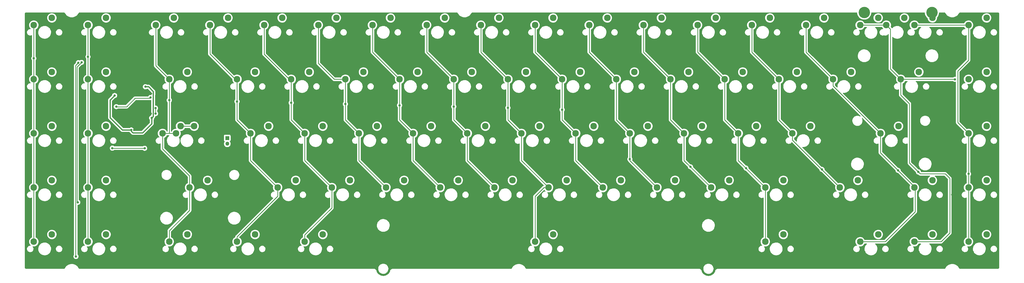
<source format=gbr>
%TF.GenerationSoftware,KiCad,Pcbnew,(7.99.0-267-g8440d7258b)*%
%TF.CreationDate,2024-08-03T18:55:56-07:00*%
%TF.ProjectId,379,3337392e-6b69-4636-9164-5f7063625858,rev?*%
%TF.SameCoordinates,Original*%
%TF.FileFunction,Copper,L1,Top*%
%TF.FilePolarity,Positive*%
%FSLAX46Y46*%
G04 Gerber Fmt 4.6, Leading zero omitted, Abs format (unit mm)*
G04 Created by KiCad (PCBNEW (7.99.0-267-g8440d7258b)) date 2024-08-03 18:55:56*
%MOMM*%
%LPD*%
G01*
G04 APERTURE LIST*
%TA.AperFunction,ComponentPad*%
%ADD10C,2.300000*%
%TD*%
%TA.AperFunction,ComponentPad*%
%ADD11C,4.000000*%
%TD*%
%TA.AperFunction,ComponentPad*%
%ADD12R,1.350000X1.350000*%
%TD*%
%TA.AperFunction,ComponentPad*%
%ADD13O,1.350000X1.350000*%
%TD*%
%TA.AperFunction,ViaPad*%
%ADD14C,0.800000*%
%TD*%
%TA.AperFunction,Conductor*%
%ADD15C,0.381000*%
%TD*%
%TA.AperFunction,Conductor*%
%ADD16C,0.250000*%
%TD*%
%TA.AperFunction,Conductor*%
%ADD17C,0.254000*%
%TD*%
G04 APERTURE END LIST*
D10*
%TO.P,SW36,1,1*%
%TO.N,C7*%
X178966000Y-65410000D03*
%TO.P,SW36,2,2*%
%TO.N,Net-(D36-A)*%
X185316000Y-62870000D03*
%TD*%
%TO.P,SW33,1,1*%
%TO.N,C6*%
X169441000Y-84460000D03*
%TO.P,SW33,2,2*%
%TO.N,Net-(D33-A)*%
X175791000Y-81920000D03*
%TD*%
%TO.P,SW10,1,1*%
%TO.N,C1*%
X45616000Y-103510000D03*
%TO.P,SW10,2,2*%
%TO.N,Net-(D10-A)*%
X51966000Y-100970000D03*
%TD*%
%TO.P,SW14,1,1*%
%TO.N,C2*%
X81334750Y-84460000D03*
%TO.P,SW14,2,2*%
%TO.N,Net-(D14-A)*%
X87684750Y-81920000D03*
%TD*%
%TO.P,SW70,1,1*%
%TO.N,C15*%
X317078500Y-27310000D03*
%TO.P,SW70,2,2*%
%TO.N,Net-(D70-A)*%
X323428500Y-24770000D03*
%TD*%
%TO.P,SW51,1,1*%
%TO.N,C11*%
X240878500Y-27310000D03*
%TO.P,SW51,2,2*%
%TO.N,Net-(D51-A)*%
X247228500Y-24770000D03*
%TD*%
%TO.P,SW4,1,1*%
%TO.N,C0*%
X26566000Y-84460000D03*
%TO.P,SW4,2,2*%
%TO.N,Net-(D4-A)*%
X32916000Y-81920000D03*
%TD*%
%TO.P,SW76,1,1*%
%TO.N,C16*%
X355178500Y-65410000D03*
%TO.P,SW76,2,2*%
%TO.N,Net-(D76-A)*%
X361528500Y-62870000D03*
%TD*%
%TO.P,SW29,1,1*%
%TO.N,C5*%
X150391000Y-84460000D03*
%TO.P,SW29,2,2*%
%TO.N,Net-(D29-A)*%
X156741000Y-81920000D03*
%TD*%
%TO.P,SW2,1,1*%
%TO.N,C0*%
X26566000Y-46360000D03*
%TO.P,SW2,2,2*%
%TO.N,Net-(D2-A)*%
X32916000Y-43820000D03*
%TD*%
%TO.P,SW78,1,1*%
%TO.N,C16*%
X355178500Y-103510000D03*
%TO.P,SW78,2,2*%
%TO.N,Net-(D78-A)*%
X361528500Y-100970000D03*
%TD*%
%TO.P,SW7,1,1*%
%TO.N,C1*%
X45616000Y-46360000D03*
%TO.P,SW7,2,2*%
%TO.N,Net-(D7-A)*%
X51966000Y-43820000D03*
%TD*%
%TO.P,SW1,1,1*%
%TO.N,C0*%
X26566000Y-27310000D03*
%TO.P,SW1,2,2*%
%TO.N,Net-(D1-A)*%
X32916000Y-24770000D03*
%TD*%
%TO.P,SW53,1,1*%
%TO.N,C11*%
X255166000Y-65410000D03*
%TO.P,SW53,2,2*%
%TO.N,Net-(D53-A)*%
X261516000Y-62870000D03*
%TD*%
%TO.P,SW61,1,1*%
%TO.N,C13*%
X278978500Y-27310000D03*
%TO.P,SW61,2,2*%
%TO.N,Net-(D61-A)*%
X285328500Y-24770000D03*
%TD*%
%TO.P,SW44,1,1*%
%TO.N,C9*%
X212303500Y-46360000D03*
%TO.P,SW44,2,2*%
%TO.N,Net-(D44-A)*%
X218653500Y-43820000D03*
%TD*%
%TO.P,SW23,1,1*%
%TO.N,C4*%
X121816000Y-65410000D03*
%TO.P,SW23,2,2*%
%TO.N,Net-(D23-A)*%
X128166000Y-62870000D03*
%TD*%
%TO.P,SW71,1,1*%
%TO.N,C15*%
X331366000Y-46360000D03*
%TO.P,SW71,2,2*%
%TO.N,Net-(D71-A)*%
X337716000Y-43820000D03*
%TD*%
%TO.P,SW9,1,1*%
%TO.N,C1*%
X45616000Y-84460000D03*
%TO.P,SW9,2,2*%
%TO.N,Net-(D9-A)*%
X51966000Y-81920000D03*
%TD*%
%TO.P,SW15,1,1*%
%TO.N,C2*%
X74191000Y-103510000D03*
%TO.P,SW15,2,2*%
%TO.N,Net-(D15-A)*%
X80541000Y-100970000D03*
%TD*%
D11*
%TO.P,S1,*%
%TO.N,*%
X318507250Y-22865000D03*
X342319750Y-22865000D03*
%TD*%
D10*
%TO.P,SW25,1,1*%
%TO.N,C4*%
X121816000Y-103510000D03*
%TO.P,SW25,2,2*%
%TO.N,Net-(D25-A)*%
X128166000Y-100970000D03*
%TD*%
%TO.P,SW30,1,1*%
%TO.N,C6*%
X145628500Y-27310000D03*
%TO.P,SW30,2,2*%
%TO.N,Net-(D30-A)*%
X151978500Y-24770000D03*
%TD*%
%TO.P,SW34,1,1*%
%TO.N,C7*%
X164678500Y-27310000D03*
%TO.P,SW34,2,2*%
%TO.N,Net-(D34-A)*%
X171028500Y-24770000D03*
%TD*%
%TO.P,SW24,1,1*%
%TO.N,C4*%
X131341000Y-84460000D03*
%TO.P,SW24,2,2*%
%TO.N,Net-(D24-A)*%
X137691000Y-81920000D03*
%TD*%
%TO.P,SW13,1,1*%
%TO.N,C2*%
X76572250Y-65410000D03*
%TO.P,SW13,2,2*%
%TO.N,Net-(D13-A)*%
X82922250Y-62870000D03*
%TD*%
%TO.P,SW41,1,1*%
%TO.N,C8*%
X207541000Y-84460000D03*
%TO.P,SW41,2,2*%
%TO.N,Net-(D41-A)*%
X213891000Y-81920000D03*
%TD*%
%TO.P,SW5,1,1*%
%TO.N,C0*%
X26566000Y-103510000D03*
%TO.P,SW5,2,2*%
%TO.N,Net-(D5-A)*%
X32916000Y-100970000D03*
%TD*%
%TO.P,SW18,1,1*%
%TO.N,C3*%
X102766000Y-65410000D03*
%TO.P,SW18,2,2*%
%TO.N,Net-(D18-A)*%
X109116000Y-62870000D03*
%TD*%
%TO.P,SW19,1,1*%
%TO.N,C3*%
X112291000Y-84460000D03*
%TO.P,SW19,2,2*%
%TO.N,Net-(D19-A)*%
X118641000Y-81920000D03*
%TD*%
%TO.P,SW75,1,1*%
%TO.N,C16*%
X355178500Y-27310000D03*
%TO.P,SW75,2,2*%
%TO.N,Net-(D75-A)*%
X361528500Y-24770000D03*
%TD*%
%TO.P,SW72,1,1*%
%TO.N,C15*%
X355178500Y-46360000D03*
%TO.P,SW72,2,2*%
%TO.N,Net-(D72-A)*%
X361528500Y-43820000D03*
%TD*%
%TO.P,SW12,1,1*%
%TO.N,C2*%
X74191000Y-46360000D03*
%TO.P,SW12,2,2*%
%TO.N,Net-(D12-A)*%
X80541000Y-43820000D03*
%TD*%
%TO.P,SW3,1,1*%
%TO.N,C0*%
X26566000Y-65410000D03*
%TO.P,SW3,2,2*%
%TO.N,Net-(D3-A)*%
X32916000Y-62870000D03*
%TD*%
%TO.P,SW68,1,1*%
%TO.N,C14*%
X336128500Y-84460000D03*
%TO.P,SW68,2,2*%
%TO.N,Net-(D68-A)*%
X342478500Y-81920000D03*
%TD*%
%TO.P,SW83,1,1*%
%TO.N,C15*%
X326286000Y-27310000D03*
%TO.P,SW83,2,2*%
%TO.N,Net-(D70-A)*%
X332636000Y-24770000D03*
%TD*%
%TO.P,SW50,1,1*%
%TO.N,C10*%
X245641000Y-84460000D03*
%TO.P,SW50,2,2*%
%TO.N,Net-(D50-A)*%
X251991000Y-81920000D03*
%TD*%
%TO.P,SW42,1,1*%
%TO.N,C8*%
X202778500Y-103510000D03*
%TO.P,SW42,2,2*%
%TO.N,Net-(D42-A)*%
X209128500Y-100970000D03*
%TD*%
%TO.P,SW52,1,1*%
%TO.N,C11*%
X250403500Y-46360000D03*
%TO.P,SW52,2,2*%
%TO.N,Net-(D52-A)*%
X256753500Y-43820000D03*
%TD*%
%TO.P,SW77,1,1*%
%TO.N,C16*%
X355178500Y-84460000D03*
%TO.P,SW77,2,2*%
%TO.N,Net-(D77-A)*%
X361528500Y-81920000D03*
%TD*%
%TO.P,SW28,1,1*%
%TO.N,C5*%
X140866000Y-65410000D03*
%TO.P,SW28,2,2*%
%TO.N,Net-(D28-A)*%
X147216000Y-62870000D03*
%TD*%
%TO.P,SW65,1,1*%
%TO.N,C14*%
X298028500Y-27310000D03*
%TO.P,SW65,2,2*%
%TO.N,Net-(D65-A)*%
X304378500Y-24770000D03*
%TD*%
%TO.P,SW54,1,1*%
%TO.N,C11*%
X264691000Y-84460000D03*
%TO.P,SW54,2,2*%
%TO.N,Net-(D54-A)*%
X271041000Y-81920000D03*
%TD*%
%TO.P,SW67,1,1*%
%TO.N,C14*%
X324222250Y-65410000D03*
%TO.P,SW67,2,2*%
%TO.N,Net-(D67-A)*%
X330572250Y-62870000D03*
%TD*%
%TO.P,SW8,1,1*%
%TO.N,C1*%
X45616000Y-65410000D03*
%TO.P,SW8,2,2*%
%TO.N,Net-(D8-A)*%
X51966000Y-62870000D03*
%TD*%
%TO.P,SW48,1,1*%
%TO.N,C10*%
X231353500Y-46360000D03*
%TO.P,SW48,2,2*%
%TO.N,Net-(D48-A)*%
X237703500Y-43820000D03*
%TD*%
%TO.P,SW20,1,1*%
%TO.N,C3*%
X98003500Y-103510000D03*
%TO.P,SW20,2,2*%
%TO.N,Net-(D20-A)*%
X104353500Y-100970000D03*
%TD*%
%TO.P,SW69,1,1*%
%TO.N,C14*%
X317078500Y-103510000D03*
%TO.P,SW69,2,2*%
%TO.N,Net-(D69-A)*%
X323428500Y-100970000D03*
%TD*%
%TO.P,SW66,1,1*%
%TO.N,C14*%
X307553500Y-46360000D03*
%TO.P,SW66,2,2*%
%TO.N,Net-(D66-A)*%
X313903500Y-43820000D03*
%TD*%
%TO.P,SW56,1,1*%
%TO.N,C12*%
X259928500Y-27310000D03*
%TO.P,SW56,2,2*%
%TO.N,Net-(D56-A)*%
X266278500Y-24770000D03*
%TD*%
%TO.P,SW40,1,1*%
%TO.N,C8*%
X198016000Y-65410000D03*
%TO.P,SW40,2,2*%
%TO.N,Net-(D40-A)*%
X204366000Y-62870000D03*
%TD*%
%TO.P,SW22,1,1*%
%TO.N,C4*%
X117053500Y-46360000D03*
%TO.P,SW22,2,2*%
%TO.N,Net-(D22-A)*%
X123403500Y-43820000D03*
%TD*%
%TO.P,SW60,1,1*%
%TO.N,C12*%
X283741000Y-103510000D03*
%TO.P,SW60,2,2*%
%TO.N,Net-(D60-A)*%
X290091000Y-100970000D03*
%TD*%
%TO.P,SW46,1,1*%
%TO.N,C9*%
X226591000Y-84460000D03*
%TO.P,SW46,2,2*%
%TO.N,Net-(D46-A)*%
X232941000Y-81920000D03*
%TD*%
%TO.P,SW37,1,1*%
%TO.N,C7*%
X188491000Y-84460000D03*
%TO.P,SW37,2,2*%
%TO.N,Net-(D37-A)*%
X194841000Y-81920000D03*
%TD*%
%TO.P,SW31,1,1*%
%TO.N,C6*%
X155153500Y-46360000D03*
%TO.P,SW31,2,2*%
%TO.N,Net-(D31-A)*%
X161503500Y-43820000D03*
%TD*%
%TO.P,SW43,1,1*%
%TO.N,C9*%
X202778500Y-27310000D03*
%TO.P,SW43,2,2*%
%TO.N,Net-(D43-A)*%
X209128500Y-24770000D03*
%TD*%
%TO.P,SW11,1,1*%
%TO.N,C2*%
X69428500Y-27310000D03*
%TO.P,SW11,2,2*%
%TO.N,Net-(D11-A)*%
X75778500Y-24770000D03*
%TD*%
%TO.P,SW47,1,1*%
%TO.N,C10*%
X221828500Y-27310000D03*
%TO.P,SW47,2,2*%
%TO.N,Net-(D47-A)*%
X228178500Y-24770000D03*
%TD*%
%TO.P,SW27,1,1*%
%TO.N,C5*%
X136103500Y-46360000D03*
%TO.P,SW27,2,2*%
%TO.N,Net-(D27-A)*%
X142453500Y-43820000D03*
%TD*%
%TO.P,SW35,1,1*%
%TO.N,C7*%
X174203500Y-46360000D03*
%TO.P,SW35,2,2*%
%TO.N,Net-(D35-A)*%
X180553500Y-43820000D03*
%TD*%
%TO.P,SW6,1,1*%
%TO.N,C1*%
X45616000Y-27310000D03*
%TO.P,SW6,2,2*%
%TO.N,Net-(D6-A)*%
X51966000Y-24770000D03*
%TD*%
%TO.P,SW45,1,1*%
%TO.N,C9*%
X217066000Y-65410000D03*
%TO.P,SW45,2,2*%
%TO.N,Net-(D45-A)*%
X223416000Y-62870000D03*
%TD*%
%TO.P,SW59,1,1*%
%TO.N,C12*%
X283741000Y-84460000D03*
%TO.P,SW59,2,2*%
%TO.N,Net-(D59-A)*%
X290091000Y-81920000D03*
%TD*%
%TO.P,SW58,1,1*%
%TO.N,C12*%
X274216000Y-65410000D03*
%TO.P,SW58,2,2*%
%TO.N,Net-(D58-A)*%
X280566000Y-62870000D03*
%TD*%
%TO.P,SW49,1,1*%
%TO.N,C10*%
X236116000Y-65410000D03*
%TO.P,SW49,2,2*%
%TO.N,Net-(D49-A)*%
X242466000Y-62870000D03*
%TD*%
%TO.P,SW57,1,1*%
%TO.N,C12*%
X269453500Y-46360000D03*
%TO.P,SW57,2,2*%
%TO.N,Net-(D57-A)*%
X275803500Y-43820000D03*
%TD*%
%TO.P,SW17,1,1*%
%TO.N,C3*%
X98003500Y-46360000D03*
%TO.P,SW17,2,2*%
%TO.N,Net-(D17-A)*%
X104353500Y-43820000D03*
%TD*%
%TO.P,SW16,1,1*%
%TO.N,C3*%
X88478500Y-27310000D03*
%TO.P,SW16,2,2*%
%TO.N,Net-(D16-A)*%
X94828500Y-24770000D03*
%TD*%
%TO.P,SW73,1,1*%
%TO.N,C15*%
X336128500Y-103510000D03*
%TO.P,SW73,2,2*%
%TO.N,Net-(D73-A)*%
X342478500Y-100970000D03*
%TD*%
%TO.P,SW84,1,1*%
%TO.N,C2*%
X71809750Y-65410000D03*
%TO.P,SW84,2,2*%
%TO.N,Net-(D13-A)*%
X78159750Y-62870000D03*
%TD*%
%TO.P,SW64,1,1*%
%TO.N,C13*%
X309934750Y-84460000D03*
%TO.P,SW64,2,2*%
%TO.N,Net-(D64-A)*%
X316284750Y-81920000D03*
%TD*%
%TO.P,SW62,1,1*%
%TO.N,C13*%
X288503500Y-46360000D03*
%TO.P,SW62,2,2*%
%TO.N,Net-(D62-A)*%
X294853500Y-43820000D03*
%TD*%
%TO.P,SW63,1,1*%
%TO.N,C13*%
X293266000Y-65410000D03*
%TO.P,SW63,2,2*%
%TO.N,Net-(D63-A)*%
X299616000Y-62870000D03*
%TD*%
%TO.P,SW32,1,1*%
%TO.N,C6*%
X159916000Y-65410000D03*
%TO.P,SW32,2,2*%
%TO.N,Net-(D32-A)*%
X166266000Y-62870000D03*
%TD*%
%TO.P,SW38,1,1*%
%TO.N,C8*%
X183728500Y-27310000D03*
%TO.P,SW38,2,2*%
%TO.N,Net-(D38-A)*%
X190078500Y-24770000D03*
%TD*%
%TO.P,SW39,1,1*%
%TO.N,C8*%
X193253500Y-46360000D03*
%TO.P,SW39,2,2*%
%TO.N,Net-(D39-A)*%
X199603500Y-43820000D03*
%TD*%
%TO.P,SW21,1,1*%
%TO.N,C4*%
X107528500Y-27310000D03*
%TO.P,SW21,2,2*%
%TO.N,Net-(D21-A)*%
X113878500Y-24770000D03*
%TD*%
%TO.P,SW74,1,1*%
%TO.N,C16*%
X336128500Y-27310000D03*
%TO.P,SW74,2,2*%
%TO.N,Net-(D74-A)*%
X342478500Y-24770000D03*
%TD*%
%TO.P,SW26,1,1*%
%TO.N,C5*%
X126578500Y-27310000D03*
%TO.P,SW26,2,2*%
%TO.N,Net-(D26-A)*%
X132928500Y-24770000D03*
%TD*%
D12*
%TO.P,SW100,1,1*%
%TO.N,BOOT0*%
X94575999Y-67049999D03*
D13*
%TO.P,SW100,2,2*%
%TO.N,+3V3*%
X94575999Y-69049999D03*
%TD*%
D14*
%TO.N,GND*%
X64507250Y-49693750D03*
X55776000Y-53662500D03*
%TO.N,+3V3*%
X65800000Y-49000000D03*
X60834517Y-64200000D03*
X68000000Y-60000000D03*
X54982250Y-52075000D03*
%TO.N,GND*%
X39901000Y-67950000D03*
X187524852Y-49634251D03*
X301838500Y-106050000D03*
X220876000Y-87000000D03*
X101813500Y-29850000D03*
X284154842Y-49634251D03*
X158963500Y-29850000D03*
X120863500Y-29850000D03*
X192024457Y-68058377D03*
X197063500Y-106050000D03*
X273263500Y-29850000D03*
X278026000Y-87000000D03*
X92288500Y-106050000D03*
X197063500Y-29850000D03*
X245904730Y-49634251D03*
X320631035Y-49634251D03*
X287551000Y-68058377D03*
X67776000Y-51450000D03*
X201826000Y-87000000D03*
X64776000Y-61450000D03*
X63713500Y-29850000D03*
X58951000Y-87000000D03*
X61834520Y-64200000D03*
X262867823Y-49634251D03*
X82763500Y-29850000D03*
X93451372Y-49959382D03*
X311363500Y-106050000D03*
X297076000Y-87000000D03*
X134080580Y-68275131D03*
X173730925Y-68058377D03*
X163726000Y-87000000D03*
X58176000Y-51050000D03*
X300785325Y-49634251D03*
X144676000Y-87000000D03*
X239926000Y-87000000D03*
X216113500Y-29850000D03*
X139913500Y-106050000D03*
X150888044Y-49309119D03*
X97051000Y-67950000D03*
X268501000Y-68058377D03*
X278026000Y-106050000D03*
X106576000Y-87000000D03*
X258976000Y-87000000D03*
X58951000Y-29850000D03*
X216113500Y-106050000D03*
X178013500Y-29850000D03*
X111622763Y-49959382D03*
X125626000Y-87000000D03*
X249451000Y-67950000D03*
X67682250Y-58425000D03*
X349463500Y-87000000D03*
X39901000Y-87000000D03*
X349463500Y-106050000D03*
X226059020Y-49634251D03*
X254213500Y-106050000D03*
X154148030Y-68275131D03*
X330413500Y-87000000D03*
X207432879Y-49634251D03*
X68476000Y-106050000D03*
X139913500Y-29850000D03*
X39901000Y-106050000D03*
X116101000Y-106050000D03*
X182776000Y-87000000D03*
X330413500Y-106050000D03*
X306601000Y-67950000D03*
X230401000Y-68058377D03*
X254213500Y-29850000D03*
X131555608Y-49200742D03*
X349463500Y-68058377D03*
X169507899Y-49417496D03*
X116101000Y-67950000D03*
X211537557Y-68058377D03*
X235163500Y-29850000D03*
%TO.N,BOOT0*%
X69341026Y-56534062D03*
X69376000Y-58450000D03*
%TO.N,R1*%
X67576000Y-52809062D03*
X55561055Y-56003805D03*
%TO.N,R2*%
X54176000Y-70600000D03*
X65534841Y-70650000D03*
%TO.N,R3*%
X42024500Y-89650000D03*
X43355891Y-40429891D03*
%TO.N,R4*%
X42233333Y-40541361D03*
X41376000Y-108700000D03*
%TO.N,C0*%
X26566000Y-39000000D03*
%TO.N,C1*%
X45616000Y-38475000D03*
%TO.N,C2*%
X74191000Y-53725000D03*
%TO.N,C3*%
X98003500Y-54175000D03*
%TO.N,C4*%
X117053500Y-54625000D03*
%TO.N,C5*%
X136103500Y-55075000D03*
%TO.N,C6*%
X155153500Y-55525000D03*
%TO.N,C7*%
X174203500Y-55975000D03*
%TO.N,C8*%
X193253500Y-56425000D03*
%TO.N,C9*%
X212303500Y-57050000D03*
%TO.N,C10*%
X236116000Y-74475000D03*
%TO.N,C11*%
X257428500Y-77175000D03*
%TO.N,C12*%
X276953500Y-77625000D03*
%TO.N,C13*%
X303650375Y-78075000D03*
%TO.N,C14*%
X330413500Y-78427500D03*
%TO.N,C15*%
X337538500Y-78975000D03*
X350400000Y-46400000D03*
%TO.N,C16*%
X355178500Y-79650000D03*
%TD*%
D15*
%TO.N,+3V3*%
X57726000Y-64200000D02*
X60834517Y-64200000D01*
X68566500Y-51777436D02*
X68550526Y-51793410D01*
X65800000Y-49000000D02*
X66926000Y-49000000D01*
X60834517Y-64634517D02*
X60834517Y-64200000D01*
X53394750Y-59868750D02*
X57726000Y-64200000D01*
X66926000Y-49000000D02*
X68566500Y-50640500D01*
X68000000Y-62000000D02*
X64800000Y-65200000D01*
X61400000Y-65200000D02*
X60834517Y-64634517D01*
X68566500Y-50640500D02*
X68566500Y-51777436D01*
X54982250Y-52075000D02*
X53394750Y-53662500D01*
X53394750Y-53662500D02*
X53394750Y-59868750D01*
X68000000Y-60000000D02*
X68000000Y-62000000D01*
X68550526Y-59449474D02*
X68000000Y-60000000D01*
X68550526Y-51793410D02*
X68550526Y-59449474D01*
X64800000Y-65200000D02*
X61400000Y-65200000D01*
D16*
%TO.N,BOOT0*%
X69341026Y-56534062D02*
X69341026Y-58415026D01*
X69341026Y-58415026D02*
X69376000Y-58450000D01*
%TO.N,R1*%
X55561055Y-56003805D02*
X55601000Y-56043750D01*
X62176000Y-53050000D02*
X67335062Y-53050000D01*
X59182250Y-56043750D02*
X62176000Y-53050000D01*
X67335062Y-53050000D02*
X67576000Y-52809062D01*
X55601000Y-56043750D02*
X59182250Y-56043750D01*
%TO.N,R2*%
X65534841Y-70650000D02*
X65484841Y-70600000D01*
X65484841Y-70600000D02*
X54176000Y-70600000D01*
%TO.N,R3*%
X42024500Y-89650000D02*
X41750000Y-89375500D01*
X41750000Y-89375500D02*
X41750000Y-42050000D01*
X43355891Y-40444109D02*
X43355891Y-40429891D01*
X41750000Y-42050000D02*
X43355891Y-40444109D01*
%TO.N,R4*%
X42233333Y-40592667D02*
X42233333Y-40541361D01*
X41300000Y-41526000D02*
X42233333Y-40592667D01*
X41300000Y-108624000D02*
X41300000Y-41526000D01*
X41376000Y-108700000D02*
X41300000Y-108624000D01*
%TO.N,Net-(D13-A)*%
X78159750Y-62870000D02*
X82922250Y-62870000D01*
%TO.N,C0*%
X26566000Y-27310000D02*
X26566000Y-39000000D01*
X26566000Y-39000000D02*
X26566000Y-103510000D01*
%TO.N,C1*%
X45616000Y-84460000D02*
X45616000Y-103510000D01*
X45616000Y-27310000D02*
X45616000Y-84460000D01*
%TO.N,C2*%
X74191000Y-46360000D02*
X74191000Y-65395000D01*
X74191000Y-99635000D02*
X74191000Y-103510000D01*
X74176000Y-65410000D02*
X76572250Y-65410000D01*
X69428500Y-41597500D02*
X74191000Y-46360000D01*
X81334750Y-80408750D02*
X81334750Y-84460000D01*
X74191000Y-65395000D02*
X74176000Y-65410000D01*
X81334750Y-84460000D02*
X81334750Y-92491250D01*
X69428500Y-27310000D02*
X69428500Y-41597500D01*
X81334750Y-92491250D02*
X74191000Y-99635000D01*
X71809750Y-70883750D02*
X81334750Y-80408750D01*
X71809750Y-65410000D02*
X71809750Y-70883750D01*
X71809750Y-65410000D02*
X74176000Y-65410000D01*
%TO.N,C3*%
X98003500Y-46360000D02*
X98003500Y-60647500D01*
X98003500Y-60647500D02*
X102766000Y-65410000D01*
X102766000Y-74935000D02*
X112291000Y-84460000D01*
X88478500Y-27310000D02*
X88478500Y-37478500D01*
X112291000Y-87497767D02*
X98003500Y-101785267D01*
X112291000Y-84460000D02*
X112291000Y-87497767D01*
X97360000Y-46360000D02*
X98003500Y-46360000D01*
X88478500Y-37478500D02*
X97360000Y-46360000D01*
X98003500Y-101785267D02*
X98003500Y-103510000D01*
X102766000Y-65410000D02*
X102766000Y-74935000D01*
%TO.N,C4*%
X121796000Y-74915000D02*
X131341000Y-84460000D01*
X121816000Y-103510000D02*
X121816000Y-101128750D01*
X117053500Y-60647500D02*
X121816000Y-65410000D01*
X107528500Y-27310000D02*
X107528500Y-37528500D01*
X121816000Y-65410000D02*
X121796000Y-65430000D01*
X107528500Y-37528500D02*
X116360000Y-46360000D01*
X131341000Y-91603750D02*
X123235375Y-99709375D01*
X121796000Y-65430000D02*
X121796000Y-74915000D01*
X131341000Y-84460000D02*
X131341000Y-91603750D01*
X117053500Y-46360000D02*
X117053500Y-60647500D01*
X116360000Y-46360000D02*
X117053500Y-46360000D01*
X121816000Y-101128750D02*
X123235375Y-99709375D01*
%TO.N,C5*%
X132160000Y-46360000D02*
X136103500Y-46360000D01*
X126578500Y-40778500D02*
X132160000Y-46360000D01*
X136103500Y-46360000D02*
X136103500Y-60647500D01*
X140866000Y-65410000D02*
X140866000Y-74935000D01*
X140866000Y-74935000D02*
X150391000Y-84460000D01*
X136103500Y-60647500D02*
X140866000Y-65410000D01*
X126578500Y-27310000D02*
X126578500Y-40778500D01*
%TO.N,C6*%
X145628500Y-27310000D02*
X145628500Y-36835000D01*
X169441000Y-84460000D02*
X159916000Y-74935000D01*
X155153500Y-60647500D02*
X159916000Y-65410000D01*
X159916000Y-74935000D02*
X159916000Y-65410000D01*
X145628500Y-36835000D02*
X155153500Y-46360000D01*
X155153500Y-46360000D02*
X155153500Y-60647500D01*
%TO.N,C7*%
X178966000Y-74935000D02*
X188491000Y-84460000D01*
X174203500Y-60647500D02*
X178966000Y-65410000D01*
X164678500Y-27310000D02*
X164678500Y-36835000D01*
X178966000Y-65410000D02*
X178966000Y-74935000D01*
X164678500Y-36835000D02*
X174203500Y-46360000D01*
X174203500Y-46360000D02*
X174203500Y-60647500D01*
%TO.N,C8*%
X198016000Y-74935000D02*
X198016000Y-65410000D01*
X205914655Y-84460000D02*
X202778500Y-87596155D01*
X207541000Y-84460000D02*
X205914655Y-84460000D01*
X207541000Y-84460000D02*
X198016000Y-74935000D01*
X198016000Y-65410000D02*
X193253500Y-60647500D01*
X193253500Y-60647500D02*
X193253500Y-46360000D01*
X183728500Y-36835000D02*
X183728500Y-27310000D01*
X193253500Y-46360000D02*
X183728500Y-36835000D01*
X202778500Y-87596155D02*
X202778500Y-103510000D01*
%TO.N,C9*%
X202778500Y-36835000D02*
X212303500Y-46360000D01*
X212303500Y-46360000D02*
X212303500Y-60647500D01*
X202778500Y-27310000D02*
X202778500Y-36835000D01*
X217066000Y-65410000D02*
X217066000Y-74935000D01*
X212303500Y-60647500D02*
X217066000Y-65410000D01*
X217066000Y-74935000D02*
X226591000Y-84460000D01*
%TO.N,C10*%
X221828500Y-27310000D02*
X221828500Y-36835000D01*
X236116000Y-65410000D02*
X236116000Y-74935000D01*
X231353500Y-60647500D02*
X236116000Y-65410000D01*
X231353500Y-46360000D02*
X231353500Y-60647500D01*
X221828500Y-36835000D02*
X231353500Y-46360000D01*
X236116000Y-74935000D02*
X245641000Y-84460000D01*
%TO.N,C11*%
X240878500Y-27310000D02*
X240878500Y-36835000D01*
X255146000Y-74915000D02*
X264691000Y-84460000D01*
X255166000Y-65410000D02*
X255146000Y-65430000D01*
X250403500Y-60647500D02*
X255166000Y-65410000D01*
X250403500Y-46360000D02*
X250403500Y-60647500D01*
X255146000Y-65430000D02*
X255146000Y-74915000D01*
X240878500Y-36835000D02*
X250403500Y-46360000D01*
%TO.N,C12*%
X259928500Y-36835000D02*
X269453500Y-46360000D01*
X274216000Y-74935000D02*
X283741000Y-84460000D01*
X269453500Y-46360000D02*
X269453500Y-60647500D01*
X269453500Y-60647500D02*
X274216000Y-65410000D01*
X274216000Y-65410000D02*
X274216000Y-74935000D01*
X283741000Y-84460000D02*
X283741000Y-103510000D01*
X259928500Y-27310000D02*
X259928500Y-36835000D01*
%TO.N,C13*%
X278978500Y-36835000D02*
X288503500Y-46360000D01*
X288503500Y-46360000D02*
X288503500Y-60647500D01*
X293266000Y-65410000D02*
X293266000Y-67791250D01*
X278978500Y-27310000D02*
X278978500Y-36835000D01*
X293266000Y-67791250D02*
X309934750Y-84460000D01*
X288503500Y-60647500D02*
X293266000Y-65410000D01*
%TO.N,C14*%
X298028500Y-36835000D02*
X307553500Y-46360000D01*
X325916000Y-103510000D02*
X336446000Y-92980000D01*
X324202250Y-72216250D02*
X324202250Y-65430000D01*
X307553500Y-48741250D02*
X324222250Y-65410000D01*
X336446000Y-84460000D02*
X324202250Y-72216250D01*
X336446000Y-92980000D02*
X336446000Y-84460000D01*
X298028500Y-27310000D02*
X298028500Y-36835000D01*
X317396000Y-103510000D02*
X325916000Y-103510000D01*
X324202250Y-65430000D02*
X324222250Y-65410000D01*
X307553500Y-46360000D02*
X307553500Y-48741250D01*
%TO.N,C15*%
X350360000Y-46360000D02*
X350400000Y-46400000D01*
X334376000Y-54947767D02*
X331366000Y-51937767D01*
D17*
X346976000Y-79650000D02*
X348576000Y-81250000D01*
X338213500Y-79650000D02*
X346976000Y-79650000D01*
D16*
X327727100Y-42721100D02*
X331366000Y-46360000D01*
D17*
X345516000Y-103510000D02*
X336128500Y-103510000D01*
X337538500Y-78975000D02*
X338213500Y-79650000D01*
D16*
X331366000Y-51937767D02*
X331366000Y-46360000D01*
D17*
X348576000Y-100450000D02*
X345516000Y-103510000D01*
D16*
X326286000Y-27310000D02*
X327727100Y-28751100D01*
D17*
X348576000Y-81250000D02*
X348576000Y-100450000D01*
D16*
X334376000Y-75812500D02*
X334376000Y-54947767D01*
X327727100Y-28751100D02*
X327727100Y-42721100D01*
X317078500Y-27310000D02*
X326286000Y-27310000D01*
X337538500Y-78975000D02*
X334376000Y-75812500D01*
X331366000Y-46360000D02*
X350360000Y-46360000D01*
%TO.N,C16*%
X336128500Y-27310000D02*
X355178500Y-27310000D01*
X355178500Y-27310000D02*
X355178500Y-39647500D01*
X351376000Y-61607500D02*
X355178500Y-65410000D01*
X355178500Y-103510000D02*
X355178500Y-65410000D01*
X355178500Y-39647500D02*
X351376000Y-43450000D01*
X351376000Y-43450000D02*
X351376000Y-61607500D01*
%TD*%
%TA.AperFunction,Conductor*%
%TO.N,GND*%
G36*
X37082643Y-22851636D02*
G01*
X37191185Y-22866427D01*
X37223428Y-22875378D01*
X37316246Y-22915296D01*
X37344921Y-22932544D01*
X37423699Y-22995844D01*
X37446692Y-23020099D01*
X37510666Y-23109055D01*
X37519532Y-23123336D01*
X37587776Y-23251977D01*
X37762254Y-23505992D01*
X37964501Y-23738521D01*
X38191873Y-23946528D01*
X38191876Y-23946530D01*
X38441438Y-24127328D01*
X38441440Y-24127329D01*
X38709946Y-24278567D01*
X38850136Y-24337668D01*
X38993912Y-24398281D01*
X39289653Y-24484919D01*
X39593330Y-24537356D01*
X39901000Y-24554911D01*
X40208670Y-24537356D01*
X40512347Y-24484919D01*
X40808088Y-24398281D01*
X41092055Y-24278566D01*
X41360562Y-24127328D01*
X41610124Y-23946530D01*
X41837501Y-23738519D01*
X42039743Y-23505995D01*
X42214224Y-23251976D01*
X42282475Y-23123318D01*
X42291324Y-23109062D01*
X42291333Y-23109050D01*
X42355273Y-23020089D01*
X42378283Y-22995811D01*
X42457061Y-22932511D01*
X42485735Y-22915264D01*
X42578543Y-22875350D01*
X42610819Y-22866394D01*
X42719375Y-22851631D01*
X42736086Y-22850500D01*
X175178400Y-22850500D01*
X175195143Y-22851636D01*
X175303685Y-22866427D01*
X175335928Y-22875378D01*
X175428746Y-22915296D01*
X175457421Y-22932544D01*
X175536199Y-22995844D01*
X175559192Y-23020099D01*
X175623166Y-23109055D01*
X175632032Y-23123336D01*
X175700276Y-23251977D01*
X175874754Y-23505992D01*
X176077001Y-23738521D01*
X176304373Y-23946528D01*
X176304376Y-23946530D01*
X176553938Y-24127328D01*
X176553940Y-24127329D01*
X176822446Y-24278567D01*
X176962636Y-24337668D01*
X177106412Y-24398281D01*
X177402153Y-24484919D01*
X177705830Y-24537356D01*
X178013500Y-24554911D01*
X178321170Y-24537356D01*
X178624847Y-24484919D01*
X178920588Y-24398281D01*
X179204555Y-24278566D01*
X179473062Y-24127328D01*
X179722624Y-23946530D01*
X179950001Y-23738519D01*
X180152243Y-23505995D01*
X180326724Y-23251976D01*
X180394975Y-23123318D01*
X180403824Y-23109062D01*
X180403833Y-23109050D01*
X180467773Y-23020089D01*
X180490783Y-22995811D01*
X180569561Y-22932511D01*
X180598235Y-22915264D01*
X180691043Y-22875350D01*
X180723319Y-22866394D01*
X180831875Y-22851631D01*
X180848586Y-22850500D01*
X315884450Y-22850500D01*
X315944187Y-22865838D01*
X315989147Y-22908057D01*
X316008205Y-22966714D01*
X316021561Y-23179010D01*
X316080519Y-23488082D01*
X316177745Y-23787310D01*
X316311713Y-24072007D01*
X316480303Y-24337663D01*
X316680862Y-24580097D01*
X316910221Y-24795480D01*
X317164765Y-24980416D01*
X317253130Y-25028995D01*
X317440484Y-25131994D01*
X317586754Y-25189906D01*
X317733024Y-25247819D01*
X317838301Y-25274849D01*
X318037777Y-25326066D01*
X318271062Y-25355536D01*
X318349930Y-25365500D01*
X318349932Y-25365500D01*
X318664568Y-25365500D01*
X318664570Y-25365500D01*
X318734591Y-25356653D01*
X318976723Y-25326066D01*
X319281475Y-25247819D01*
X319574016Y-25131994D01*
X319849734Y-24980416D01*
X319995902Y-24874219D01*
X320104278Y-24795480D01*
X320131412Y-24769999D01*
X321772896Y-24769999D01*
X321793279Y-25028995D01*
X321853926Y-25281610D01*
X321872341Y-25326066D01*
X321953346Y-25521628D01*
X322089088Y-25743140D01*
X322089090Y-25743143D01*
X322156067Y-25821563D01*
X322257811Y-25940689D01*
X322455360Y-26109412D01*
X322676872Y-26245154D01*
X322856885Y-26319718D01*
X322916889Y-26344573D01*
X322996697Y-26363733D01*
X323169506Y-26405221D01*
X323428500Y-26425604D01*
X323687494Y-26405221D01*
X323940110Y-26344573D01*
X324180128Y-26245154D01*
X324401640Y-26109412D01*
X324599189Y-25940689D01*
X324767912Y-25743140D01*
X324903654Y-25521628D01*
X325003073Y-25281610D01*
X325063721Y-25028994D01*
X325084104Y-24770000D01*
X325084104Y-24769999D01*
X330980396Y-24769999D01*
X331000779Y-25028995D01*
X331061426Y-25281610D01*
X331079841Y-25326066D01*
X331160846Y-25521628D01*
X331296588Y-25743140D01*
X331296590Y-25743143D01*
X331363567Y-25821563D01*
X331465311Y-25940689D01*
X331662860Y-26109412D01*
X331884372Y-26245154D01*
X332064385Y-26319718D01*
X332124389Y-26344573D01*
X332204197Y-26363733D01*
X332377006Y-26405221D01*
X332636000Y-26425604D01*
X332894994Y-26405221D01*
X333147610Y-26344573D01*
X333387628Y-26245154D01*
X333609140Y-26109412D01*
X333806689Y-25940689D01*
X333975412Y-25743140D01*
X334111154Y-25521628D01*
X334210573Y-25281610D01*
X334271221Y-25028994D01*
X334291604Y-24770000D01*
X334271221Y-24511006D01*
X334210573Y-24258390D01*
X334111154Y-24018372D01*
X333975412Y-23796860D01*
X333806689Y-23599311D01*
X333676453Y-23488079D01*
X333609143Y-23430590D01*
X333609140Y-23430588D01*
X333387628Y-23294846D01*
X333292470Y-23255430D01*
X333147610Y-23195426D01*
X332894995Y-23134779D01*
X332636000Y-23114396D01*
X332377004Y-23134779D01*
X332124389Y-23195426D01*
X331919524Y-23280285D01*
X331884372Y-23294846D01*
X331748009Y-23378409D01*
X331662856Y-23430590D01*
X331465311Y-23599311D01*
X331296590Y-23796856D01*
X331296588Y-23796860D01*
X331160846Y-24018372D01*
X331160845Y-24018375D01*
X331061426Y-24258389D01*
X331000779Y-24511004D01*
X330980396Y-24769999D01*
X325084104Y-24769999D01*
X325063721Y-24511006D01*
X325003073Y-24258390D01*
X324903654Y-24018372D01*
X324767912Y-23796860D01*
X324599189Y-23599311D01*
X324468953Y-23488079D01*
X324401643Y-23430590D01*
X324401640Y-23430588D01*
X324180128Y-23294846D01*
X324084970Y-23255430D01*
X323940110Y-23195426D01*
X323687495Y-23134779D01*
X323428500Y-23114396D01*
X323169504Y-23134779D01*
X322916889Y-23195426D01*
X322712024Y-23280285D01*
X322676872Y-23294846D01*
X322540509Y-23378409D01*
X322455356Y-23430590D01*
X322257811Y-23599311D01*
X322089090Y-23796856D01*
X322089088Y-23796860D01*
X321953346Y-24018372D01*
X321953345Y-24018375D01*
X321853926Y-24258389D01*
X321793279Y-24511004D01*
X321772896Y-24769999D01*
X320131412Y-24769999D01*
X320333637Y-24580097D01*
X320333637Y-24580096D01*
X320333640Y-24580094D01*
X320534197Y-24337663D01*
X320702787Y-24072007D01*
X320836753Y-23787315D01*
X320933981Y-23488079D01*
X320992938Y-23179015D01*
X321003587Y-23009752D01*
X321006295Y-22966714D01*
X321025353Y-22908057D01*
X321070313Y-22865838D01*
X321130050Y-22850500D01*
X339696950Y-22850500D01*
X339756687Y-22865838D01*
X339801647Y-22908057D01*
X339820705Y-22966714D01*
X339834061Y-23179010D01*
X339893019Y-23488082D01*
X339990245Y-23787310D01*
X340124213Y-24072007D01*
X340292803Y-24337663D01*
X340493362Y-24580097D01*
X340722720Y-24795478D01*
X340784849Y-24840617D01*
X340820154Y-24880346D01*
X340835583Y-24931207D01*
X340843279Y-25028995D01*
X340903926Y-25281610D01*
X340922341Y-25326066D01*
X341003346Y-25521628D01*
X341139088Y-25743140D01*
X341139090Y-25743143D01*
X341206067Y-25821563D01*
X341307811Y-25940689D01*
X341505360Y-26109412D01*
X341726872Y-26245154D01*
X341906885Y-26319718D01*
X341966889Y-26344573D01*
X342046697Y-26363733D01*
X342219506Y-26405221D01*
X342478500Y-26425604D01*
X342737494Y-26405221D01*
X342990110Y-26344573D01*
X343230128Y-26245154D01*
X343451640Y-26109412D01*
X343649189Y-25940689D01*
X343817912Y-25743140D01*
X343953654Y-25521628D01*
X344053073Y-25281610D01*
X344113721Y-25028994D01*
X344134104Y-24770000D01*
X344134104Y-24769999D01*
X359872896Y-24769999D01*
X359893279Y-25028995D01*
X359953926Y-25281610D01*
X359972341Y-25326066D01*
X360053346Y-25521628D01*
X360189088Y-25743140D01*
X360189090Y-25743143D01*
X360256067Y-25821563D01*
X360357811Y-25940689D01*
X360555360Y-26109412D01*
X360776872Y-26245154D01*
X360956885Y-26319718D01*
X361016889Y-26344573D01*
X361096697Y-26363733D01*
X361269506Y-26405221D01*
X361528500Y-26425604D01*
X361787494Y-26405221D01*
X362040110Y-26344573D01*
X362280128Y-26245154D01*
X362501640Y-26109412D01*
X362699189Y-25940689D01*
X362867912Y-25743140D01*
X363003654Y-25521628D01*
X363103073Y-25281610D01*
X363163721Y-25028994D01*
X363184104Y-24770000D01*
X363163721Y-24511006D01*
X363103073Y-24258390D01*
X363003654Y-24018372D01*
X362867912Y-23796860D01*
X362699189Y-23599311D01*
X362568953Y-23488079D01*
X362501643Y-23430590D01*
X362501640Y-23430588D01*
X362280128Y-23294846D01*
X362184970Y-23255430D01*
X362040110Y-23195426D01*
X361787495Y-23134779D01*
X361528500Y-23114396D01*
X361269504Y-23134779D01*
X361016889Y-23195426D01*
X360812024Y-23280285D01*
X360776872Y-23294846D01*
X360640509Y-23378409D01*
X360555356Y-23430590D01*
X360357811Y-23599311D01*
X360189090Y-23796856D01*
X360189088Y-23796860D01*
X360053346Y-24018372D01*
X360053345Y-24018375D01*
X359953926Y-24258389D01*
X359893279Y-24511004D01*
X359872896Y-24769999D01*
X344134104Y-24769999D01*
X344125442Y-24659942D01*
X344130832Y-24612826D01*
X344153515Y-24571178D01*
X344346697Y-24337663D01*
X344515287Y-24072007D01*
X344649253Y-23787315D01*
X344746481Y-23488079D01*
X344805438Y-23179015D01*
X344816087Y-23009752D01*
X344818795Y-22966714D01*
X344837853Y-22908057D01*
X344882813Y-22865838D01*
X344942550Y-22850500D01*
X346628400Y-22850500D01*
X346645143Y-22851636D01*
X346753685Y-22866427D01*
X346785928Y-22875378D01*
X346878746Y-22915296D01*
X346907421Y-22932544D01*
X346986199Y-22995844D01*
X347009192Y-23020099D01*
X347073166Y-23109055D01*
X347082032Y-23123336D01*
X347150276Y-23251977D01*
X347324754Y-23505992D01*
X347527001Y-23738521D01*
X347754373Y-23946528D01*
X347754376Y-23946530D01*
X348003938Y-24127328D01*
X348003940Y-24127329D01*
X348272446Y-24278567D01*
X348412636Y-24337668D01*
X348556412Y-24398281D01*
X348852153Y-24484919D01*
X349155830Y-24537356D01*
X349463500Y-24554911D01*
X349771170Y-24537356D01*
X350074847Y-24484919D01*
X350370588Y-24398281D01*
X350654555Y-24278566D01*
X350923062Y-24127328D01*
X351172624Y-23946530D01*
X351400001Y-23738519D01*
X351602243Y-23505995D01*
X351776724Y-23251976D01*
X351844975Y-23123318D01*
X351853824Y-23109062D01*
X351853833Y-23109050D01*
X351917773Y-23020089D01*
X351940783Y-22995811D01*
X352019561Y-22932511D01*
X352048235Y-22915264D01*
X352141043Y-22875350D01*
X352173319Y-22866394D01*
X352281875Y-22851631D01*
X352298586Y-22850500D01*
X365480340Y-22850500D01*
X365496525Y-22851561D01*
X365601593Y-22865393D01*
X365632861Y-22873771D01*
X365723167Y-22911177D01*
X365751197Y-22927360D01*
X365828750Y-22986869D01*
X365851629Y-23009748D01*
X365911141Y-23087306D01*
X365927323Y-23115335D01*
X365964727Y-23205638D01*
X365973105Y-23236903D01*
X365986939Y-23341973D01*
X365988000Y-23358160D01*
X365988000Y-112541838D01*
X365986939Y-112558025D01*
X365973105Y-112663095D01*
X365964727Y-112694360D01*
X365927323Y-112784663D01*
X365911139Y-112812695D01*
X365851633Y-112890246D01*
X365828745Y-112913133D01*
X365789972Y-112942885D01*
X365751201Y-112972636D01*
X365723167Y-112988821D01*
X365632861Y-113026227D01*
X365601595Y-113034605D01*
X365512143Y-113046382D01*
X365496523Y-113048439D01*
X365480339Y-113049500D01*
X352298601Y-113049500D01*
X352281858Y-113048364D01*
X352238318Y-113042430D01*
X352173313Y-113033571D01*
X352141069Y-113024619D01*
X352048257Y-112984704D01*
X352019577Y-112967454D01*
X351940801Y-112904156D01*
X351917802Y-112879895D01*
X351853825Y-112790933D01*
X351844973Y-112776675D01*
X351776724Y-112648024D01*
X351693921Y-112527475D01*
X351602245Y-112394007D01*
X351399998Y-112161478D01*
X351172626Y-111953471D01*
X350923059Y-111772670D01*
X350654553Y-111621432D01*
X350370592Y-111501720D01*
X350226056Y-111459378D01*
X350074847Y-111415081D01*
X349923008Y-111388862D01*
X349771171Y-111362644D01*
X349617334Y-111353866D01*
X349463500Y-111345089D01*
X349463499Y-111345089D01*
X349155828Y-111362644D01*
X348852153Y-111415081D01*
X348556407Y-111501720D01*
X348272446Y-111621432D01*
X348003940Y-111772670D01*
X347754373Y-111953471D01*
X347527001Y-112161478D01*
X347324754Y-112394007D01*
X347150276Y-112648023D01*
X347082026Y-112776675D01*
X347073176Y-112790933D01*
X347009232Y-112879900D01*
X346986210Y-112904193D01*
X346907440Y-112967484D01*
X346878764Y-112984732D01*
X346785960Y-113024646D01*
X346753680Y-113033604D01*
X346659812Y-113046371D01*
X346645122Y-113048369D01*
X346628413Y-113049500D01*
X267147118Y-113049500D01*
X267021519Y-113049369D01*
X266841291Y-113082668D01*
X266841288Y-113082668D01*
X266841288Y-113082669D01*
X266793630Y-113100899D01*
X266670100Y-113148153D01*
X266574611Y-113206437D01*
X266513657Y-113243642D01*
X266513655Y-113243643D01*
X266513656Y-113243643D01*
X266377159Y-113365960D01*
X266265154Y-113511035D01*
X266181361Y-113674045D01*
X266156167Y-113758136D01*
X266153736Y-113765423D01*
X266098327Y-113915787D01*
X266098196Y-113916140D01*
X266049762Y-114046357D01*
X266043823Y-114059820D01*
X265972640Y-114198294D01*
X265972118Y-114199298D01*
X265905339Y-114326339D01*
X265898158Y-114338311D01*
X265811198Y-114466353D01*
X265810125Y-114467908D01*
X265727192Y-114586105D01*
X265719043Y-114596495D01*
X265617435Y-114712726D01*
X265615675Y-114714697D01*
X265518105Y-114821622D01*
X265509260Y-114830387D01*
X265394421Y-114933293D01*
X265391859Y-114935526D01*
X265281341Y-115029229D01*
X265272072Y-115036364D01*
X265145734Y-115124452D01*
X265142288Y-115126770D01*
X265020584Y-115205706D01*
X265011149Y-115211250D01*
X264875136Y-115283291D01*
X264870755Y-115285502D01*
X264739927Y-115348300D01*
X264730568Y-115352328D01*
X264586836Y-115407306D01*
X264581517Y-115409202D01*
X264485000Y-115441150D01*
X264443731Y-115454811D01*
X264434667Y-115457433D01*
X264285358Y-115494533D01*
X264279092Y-115495918D01*
X264136598Y-115523587D01*
X264128026Y-115524943D01*
X263975356Y-115543628D01*
X263968215Y-115544293D01*
X263823316Y-115553570D01*
X263815393Y-115553823D01*
X263661607Y-115553823D01*
X263653684Y-115553570D01*
X263508783Y-115544293D01*
X263501642Y-115543628D01*
X263348972Y-115524943D01*
X263340400Y-115523587D01*
X263197906Y-115495918D01*
X263191640Y-115494533D01*
X263042331Y-115457433D01*
X263033278Y-115454814D01*
X262895454Y-115409193D01*
X262890162Y-115407306D01*
X262746430Y-115352328D01*
X262737071Y-115348300D01*
X262606243Y-115285502D01*
X262601862Y-115283291D01*
X262465849Y-115211250D01*
X262456414Y-115205706D01*
X262334710Y-115126770D01*
X262331264Y-115124452D01*
X262204926Y-115036364D01*
X262195657Y-115029229D01*
X262085139Y-114935526D01*
X262082577Y-114933293D01*
X261967738Y-114830387D01*
X261958893Y-114821622D01*
X261861323Y-114714697D01*
X261859563Y-114712726D01*
X261757955Y-114596495D01*
X261749806Y-114586105D01*
X261743602Y-114577263D01*
X261666767Y-114467755D01*
X261665871Y-114466456D01*
X261578835Y-114338303D01*
X261571664Y-114326348D01*
X261504851Y-114199243D01*
X261504358Y-114198294D01*
X261433171Y-114059812D01*
X261427242Y-114046372D01*
X261378671Y-113915787D01*
X261323264Y-113765423D01*
X261323241Y-113765360D01*
X261320844Y-113758189D01*
X261311514Y-113727158D01*
X261295606Y-113674057D01*
X261211817Y-113511054D01*
X261099813Y-113365983D01*
X260963322Y-113243670D01*
X260839316Y-113167980D01*
X261964000Y-113167980D01*
X262003638Y-113430970D01*
X262028342Y-113511056D01*
X262082033Y-113685116D01*
X262120677Y-113765360D01*
X262197427Y-113924735D01*
X262197428Y-113924737D01*
X262197429Y-113924738D01*
X262347250Y-114144485D01*
X262528149Y-114339448D01*
X262689232Y-114467908D01*
X262736088Y-114505274D01*
X262966410Y-114638250D01*
X262966411Y-114638250D01*
X262966414Y-114638252D01*
X263213990Y-114735419D01*
X263473283Y-114794601D01*
X263539554Y-114799567D01*
X263672095Y-114809500D01*
X263672099Y-114809500D01*
X263804901Y-114809500D01*
X263804905Y-114809500D01*
X263918510Y-114800986D01*
X264003717Y-114794601D01*
X264263010Y-114735419D01*
X264510586Y-114638252D01*
X264740915Y-114505272D01*
X264948851Y-114339448D01*
X265129750Y-114144485D01*
X265279571Y-113924738D01*
X265394967Y-113685116D01*
X265473361Y-113430971D01*
X265513000Y-113167980D01*
X265513000Y-112902020D01*
X265473361Y-112639029D01*
X265394967Y-112384884D01*
X265279571Y-112145262D01*
X265129750Y-111925515D01*
X264948851Y-111730552D01*
X264740915Y-111564728D01*
X264740914Y-111564727D01*
X264740911Y-111564725D01*
X264510589Y-111431749D01*
X264263010Y-111334581D01*
X264003714Y-111275398D01*
X263804905Y-111260500D01*
X263804901Y-111260500D01*
X263672099Y-111260500D01*
X263672095Y-111260500D01*
X263473285Y-111275398D01*
X263213989Y-111334581D01*
X262966410Y-111431749D01*
X262736088Y-111564725D01*
X262528149Y-111730551D01*
X262347251Y-111925513D01*
X262197427Y-112145264D01*
X262082033Y-112384884D01*
X262003638Y-112639029D01*
X261964000Y-112902020D01*
X261964000Y-113167980D01*
X260839316Y-113167980D01*
X260806883Y-113148184D01*
X260635703Y-113082703D01*
X260635700Y-113082702D01*
X260635699Y-113082702D01*
X260455477Y-113049404D01*
X260363837Y-113049500D01*
X199898601Y-113049500D01*
X199881858Y-113048364D01*
X199838318Y-113042430D01*
X199773313Y-113033571D01*
X199741069Y-113024619D01*
X199648257Y-112984704D01*
X199619577Y-112967454D01*
X199540801Y-112904156D01*
X199517802Y-112879895D01*
X199453825Y-112790933D01*
X199444973Y-112776675D01*
X199376724Y-112648024D01*
X199293921Y-112527475D01*
X199202245Y-112394007D01*
X198999998Y-112161478D01*
X198772626Y-111953471D01*
X198523059Y-111772670D01*
X198254553Y-111621432D01*
X197970592Y-111501720D01*
X197826056Y-111459378D01*
X197674847Y-111415081D01*
X197523008Y-111388862D01*
X197371171Y-111362644D01*
X197217334Y-111353866D01*
X197063500Y-111345089D01*
X197063499Y-111345089D01*
X196755828Y-111362644D01*
X196452153Y-111415081D01*
X196156407Y-111501720D01*
X195872446Y-111621432D01*
X195603940Y-111772670D01*
X195354373Y-111953471D01*
X195127001Y-112161478D01*
X194924754Y-112394007D01*
X194750276Y-112648023D01*
X194682026Y-112776675D01*
X194673176Y-112790933D01*
X194609232Y-112879900D01*
X194586210Y-112904193D01*
X194507440Y-112967484D01*
X194478764Y-112984732D01*
X194385960Y-113024646D01*
X194353680Y-113033604D01*
X194259812Y-113046371D01*
X194245122Y-113048369D01*
X194228413Y-113049500D01*
X152847118Y-113049500D01*
X152721519Y-113049369D01*
X152541291Y-113082668D01*
X152541288Y-113082668D01*
X152541288Y-113082669D01*
X152493630Y-113100899D01*
X152370100Y-113148153D01*
X152274611Y-113206437D01*
X152213657Y-113243642D01*
X152213655Y-113243643D01*
X152213656Y-113243643D01*
X152077159Y-113365960D01*
X151965154Y-113511035D01*
X151881361Y-113674045D01*
X151856167Y-113758136D01*
X151853736Y-113765423D01*
X151798327Y-113915787D01*
X151798196Y-113916140D01*
X151749762Y-114046357D01*
X151743823Y-114059820D01*
X151672640Y-114198294D01*
X151672118Y-114199298D01*
X151605339Y-114326339D01*
X151598158Y-114338311D01*
X151511198Y-114466353D01*
X151510125Y-114467908D01*
X151427192Y-114586105D01*
X151419043Y-114596495D01*
X151317435Y-114712726D01*
X151315675Y-114714697D01*
X151218105Y-114821622D01*
X151209260Y-114830387D01*
X151094421Y-114933293D01*
X151091859Y-114935526D01*
X150981341Y-115029229D01*
X150972072Y-115036364D01*
X150845734Y-115124452D01*
X150842288Y-115126770D01*
X150720584Y-115205706D01*
X150711149Y-115211250D01*
X150575136Y-115283291D01*
X150570755Y-115285502D01*
X150439927Y-115348300D01*
X150430568Y-115352328D01*
X150286836Y-115407306D01*
X150281517Y-115409202D01*
X150185000Y-115441150D01*
X150143731Y-115454811D01*
X150134667Y-115457433D01*
X149985358Y-115494533D01*
X149979092Y-115495918D01*
X149836598Y-115523587D01*
X149828026Y-115524943D01*
X149675356Y-115543628D01*
X149668215Y-115544293D01*
X149523316Y-115553570D01*
X149515393Y-115553823D01*
X149361607Y-115553823D01*
X149353684Y-115553570D01*
X149208783Y-115544293D01*
X149201642Y-115543628D01*
X149048972Y-115524943D01*
X149040400Y-115523587D01*
X148897906Y-115495918D01*
X148891640Y-115494533D01*
X148742331Y-115457433D01*
X148733278Y-115454814D01*
X148595454Y-115409193D01*
X148590162Y-115407306D01*
X148446430Y-115352328D01*
X148437071Y-115348300D01*
X148306243Y-115285502D01*
X148301862Y-115283291D01*
X148165849Y-115211250D01*
X148156414Y-115205706D01*
X148034710Y-115126770D01*
X148031264Y-115124452D01*
X147904926Y-115036364D01*
X147895657Y-115029229D01*
X147785139Y-114935526D01*
X147782577Y-114933293D01*
X147667738Y-114830387D01*
X147658893Y-114821622D01*
X147561323Y-114714697D01*
X147559563Y-114712726D01*
X147457955Y-114596495D01*
X147449806Y-114586105D01*
X147443602Y-114577263D01*
X147366767Y-114467755D01*
X147365871Y-114466456D01*
X147278835Y-114338303D01*
X147271664Y-114326348D01*
X147204851Y-114199243D01*
X147204358Y-114198294D01*
X147133171Y-114059812D01*
X147127242Y-114046372D01*
X147078671Y-113915787D01*
X147023264Y-113765423D01*
X147023241Y-113765360D01*
X147020844Y-113758189D01*
X147011514Y-113727158D01*
X146995606Y-113674057D01*
X146911817Y-113511054D01*
X146799813Y-113365983D01*
X146663322Y-113243670D01*
X146539316Y-113167980D01*
X147664000Y-113167980D01*
X147703638Y-113430970D01*
X147728342Y-113511056D01*
X147782033Y-113685116D01*
X147820677Y-113765360D01*
X147897427Y-113924735D01*
X147897428Y-113924737D01*
X147897429Y-113924738D01*
X148047250Y-114144485D01*
X148228149Y-114339448D01*
X148389232Y-114467908D01*
X148436088Y-114505274D01*
X148666410Y-114638250D01*
X148666411Y-114638250D01*
X148666414Y-114638252D01*
X148913990Y-114735419D01*
X149173283Y-114794601D01*
X149239554Y-114799567D01*
X149372095Y-114809500D01*
X149372099Y-114809500D01*
X149504901Y-114809500D01*
X149504905Y-114809500D01*
X149618510Y-114800986D01*
X149703717Y-114794601D01*
X149963010Y-114735419D01*
X150210586Y-114638252D01*
X150440915Y-114505272D01*
X150648851Y-114339448D01*
X150829750Y-114144485D01*
X150979571Y-113924738D01*
X151094967Y-113685116D01*
X151173361Y-113430971D01*
X151213000Y-113167980D01*
X151213000Y-112902020D01*
X151173361Y-112639029D01*
X151094967Y-112384884D01*
X150979571Y-112145262D01*
X150829750Y-111925515D01*
X150648851Y-111730552D01*
X150440915Y-111564728D01*
X150440914Y-111564727D01*
X150440911Y-111564725D01*
X150210589Y-111431749D01*
X149963010Y-111334581D01*
X149703714Y-111275398D01*
X149504905Y-111260500D01*
X149504901Y-111260500D01*
X149372099Y-111260500D01*
X149372095Y-111260500D01*
X149173285Y-111275398D01*
X148913989Y-111334581D01*
X148666410Y-111431749D01*
X148436088Y-111564725D01*
X148228149Y-111730551D01*
X148047251Y-111925513D01*
X147897427Y-112145264D01*
X147782033Y-112384884D01*
X147703638Y-112639029D01*
X147664000Y-112902020D01*
X147664000Y-113167980D01*
X146539316Y-113167980D01*
X146506883Y-113148184D01*
X146335703Y-113082703D01*
X146335700Y-113082702D01*
X146335699Y-113082702D01*
X146155477Y-113049404D01*
X146063837Y-113049500D01*
X42736101Y-113049500D01*
X42719358Y-113048364D01*
X42675818Y-113042430D01*
X42610813Y-113033571D01*
X42578569Y-113024619D01*
X42485757Y-112984704D01*
X42457077Y-112967454D01*
X42378301Y-112904156D01*
X42355302Y-112879895D01*
X42291325Y-112790933D01*
X42282473Y-112776675D01*
X42214224Y-112648024D01*
X42131421Y-112527475D01*
X42039745Y-112394007D01*
X41837498Y-112161478D01*
X41610126Y-111953471D01*
X41360559Y-111772670D01*
X41092053Y-111621432D01*
X40808092Y-111501720D01*
X40663556Y-111459378D01*
X40512347Y-111415081D01*
X40360508Y-111388862D01*
X40208671Y-111362644D01*
X39901000Y-111345089D01*
X39593328Y-111362644D01*
X39289653Y-111415081D01*
X38993907Y-111501720D01*
X38709946Y-111621432D01*
X38441440Y-111772670D01*
X38191873Y-111953471D01*
X37964501Y-112161478D01*
X37762254Y-112394007D01*
X37587776Y-112648023D01*
X37519526Y-112776675D01*
X37510676Y-112790933D01*
X37446732Y-112879900D01*
X37423710Y-112904193D01*
X37344940Y-112967484D01*
X37316264Y-112984732D01*
X37223460Y-113024646D01*
X37191180Y-113033604D01*
X37097312Y-113046371D01*
X37082622Y-113048369D01*
X37065913Y-113049500D01*
X23884161Y-113049500D01*
X23867976Y-113048439D01*
X23762905Y-113034606D01*
X23731638Y-113026228D01*
X23641332Y-112988822D01*
X23613306Y-112972641D01*
X23535748Y-112913129D01*
X23512869Y-112890250D01*
X23453360Y-112812697D01*
X23437177Y-112784667D01*
X23399771Y-112694361D01*
X23391393Y-112663093D01*
X23377561Y-112558025D01*
X23376500Y-112541840D01*
X23376500Y-108700000D01*
X40470540Y-108700000D01*
X40490326Y-108888257D01*
X40548820Y-109068284D01*
X40643466Y-109232216D01*
X40770129Y-109372889D01*
X40923269Y-109484151D01*
X41096197Y-109561144D01*
X41281352Y-109600500D01*
X41281354Y-109600500D01*
X41470646Y-109600500D01*
X41470648Y-109600500D01*
X41594083Y-109574262D01*
X41655803Y-109561144D01*
X41828730Y-109484151D01*
X41981871Y-109372888D01*
X42108533Y-109232216D01*
X42203179Y-109068284D01*
X42261674Y-108888256D01*
X42281460Y-108700000D01*
X42261674Y-108511744D01*
X42203179Y-108331716D01*
X42203179Y-108331715D01*
X42108533Y-108167783D01*
X41981871Y-108027112D01*
X41976616Y-108023294D01*
X41939016Y-107979271D01*
X41925500Y-107922975D01*
X41925500Y-105996201D01*
X43216661Y-105996201D01*
X43226888Y-106210904D01*
X43277564Y-106419794D01*
X43366852Y-106615309D01*
X43479601Y-106773641D01*
X43491534Y-106790399D01*
X43647097Y-106938727D01*
X43721083Y-106986275D01*
X43827917Y-107054934D01*
X43867962Y-107070965D01*
X44027468Y-107134822D01*
X44238528Y-107175500D01*
X44399613Y-107175500D01*
X44399618Y-107175500D01*
X44559971Y-107160188D01*
X44766209Y-107099631D01*
X44957259Y-107001138D01*
X45126217Y-106868268D01*
X45266976Y-106705824D01*
X45374448Y-106519677D01*
X45444750Y-106316554D01*
X45472267Y-106125167D01*
X47177833Y-106125167D01*
X47207911Y-106424145D01*
X47277569Y-106716448D01*
X47385567Y-106996857D01*
X47475074Y-107160187D01*
X47529979Y-107260375D01*
X47708223Y-107502290D01*
X47917121Y-107718289D01*
X48152946Y-107904518D01*
X48411487Y-108057652D01*
X48688133Y-108174960D01*
X48688134Y-108174960D01*
X48688136Y-108174961D01*
X48752010Y-108192457D01*
X48977946Y-108254348D01*
X49275755Y-108294400D01*
X49501033Y-108294400D01*
X49501035Y-108294400D01*
X49725820Y-108279352D01*
X49799436Y-108264388D01*
X50020287Y-108219499D01*
X50304151Y-108120931D01*
X50489812Y-108027112D01*
X50572340Y-107985409D01*
X50581282Y-107979271D01*
X50820080Y-107815346D01*
X51042939Y-107613782D01*
X51236943Y-107384312D01*
X51398631Y-107131032D01*
X51525118Y-106858460D01*
X51614146Y-106571462D01*
X51664126Y-106275158D01*
X51673453Y-105996201D01*
X53376661Y-105996201D01*
X53386888Y-106210904D01*
X53437564Y-106419794D01*
X53526852Y-106615309D01*
X53639601Y-106773641D01*
X53651534Y-106790399D01*
X53807097Y-106938727D01*
X53881083Y-106986275D01*
X53987917Y-107054934D01*
X54027962Y-107070965D01*
X54187468Y-107134822D01*
X54398528Y-107175500D01*
X54559613Y-107175500D01*
X54559618Y-107175500D01*
X54719971Y-107160188D01*
X54926209Y-107099631D01*
X55117259Y-107001138D01*
X55286217Y-106868268D01*
X55426976Y-106705824D01*
X55534448Y-106519677D01*
X55604750Y-106316554D01*
X55635339Y-106103797D01*
X55625112Y-105889096D01*
X55574437Y-105680210D01*
X55572448Y-105675854D01*
X55485147Y-105484690D01*
X55360467Y-105309603D01*
X55360466Y-105309601D01*
X55204903Y-105161273D01*
X55172053Y-105140161D01*
X55024082Y-105045065D01*
X54833999Y-104968968D01*
X54824532Y-104965178D01*
X54824531Y-104965177D01*
X54824529Y-104965177D01*
X54613472Y-104924500D01*
X54452382Y-104924500D01*
X54352161Y-104934070D01*
X54292026Y-104939812D01*
X54085792Y-105000368D01*
X53894742Y-105098861D01*
X53725782Y-105231733D01*
X53585022Y-105394177D01*
X53477552Y-105580321D01*
X53407249Y-105783445D01*
X53376661Y-105996201D01*
X51673453Y-105996201D01*
X51674167Y-105974836D01*
X51644089Y-105675855D01*
X51574430Y-105383551D01*
X51545949Y-105309603D01*
X51466432Y-105103142D01*
X51322021Y-104839625D01*
X51204916Y-104680689D01*
X51143777Y-104597710D01*
X50934879Y-104381711D01*
X50782813Y-104261626D01*
X50699053Y-104195481D01*
X50569783Y-104118914D01*
X50440513Y-104042348D01*
X50259407Y-103965552D01*
X50163863Y-103925038D01*
X49874058Y-103845653D01*
X49874057Y-103845652D01*
X49874054Y-103845652D01*
X49576245Y-103805600D01*
X49350967Y-103805600D01*
X49350965Y-103805600D01*
X49126179Y-103820647D01*
X48831715Y-103880500D01*
X48547845Y-103979070D01*
X48279659Y-104114590D01*
X48031919Y-104284654D01*
X47809062Y-104486216D01*
X47615057Y-104715687D01*
X47453367Y-104968970D01*
X47326883Y-105241537D01*
X47237854Y-105528537D01*
X47187874Y-105824841D01*
X47177833Y-106125167D01*
X45472267Y-106125167D01*
X45475339Y-106103797D01*
X45465112Y-105889096D01*
X45414437Y-105680210D01*
X45325146Y-105484690D01*
X45219136Y-105335820D01*
X45197252Y-105280429D01*
X45203718Y-105221222D01*
X45237044Y-105171860D01*
X45289541Y-105143730D01*
X45349096Y-105143322D01*
X45357006Y-105145221D01*
X45616000Y-105165604D01*
X45874994Y-105145221D01*
X46127610Y-105084573D01*
X46367628Y-104985154D01*
X46589140Y-104849412D01*
X46786689Y-104680689D01*
X46955412Y-104483140D01*
X47091154Y-104261628D01*
X47190573Y-104021610D01*
X47251221Y-103768994D01*
X47271604Y-103510000D01*
X47251221Y-103251006D01*
X47190573Y-102998390D01*
X47091154Y-102758372D01*
X46955412Y-102536860D01*
X46786689Y-102339311D01*
X46667563Y-102237567D01*
X46589143Y-102170590D01*
X46540347Y-102140688D01*
X46367628Y-102034846D01*
X46367625Y-102034845D01*
X46367624Y-102034844D01*
X46318047Y-102014309D01*
X46277818Y-101987429D01*
X46250939Y-101947201D01*
X46241500Y-101899748D01*
X46241500Y-100969999D01*
X50310396Y-100969999D01*
X50330779Y-101228995D01*
X50391426Y-101481610D01*
X50436729Y-101590978D01*
X50490846Y-101721628D01*
X50626588Y-101943140D01*
X50626590Y-101943143D01*
X50687372Y-102014309D01*
X50795311Y-102140689D01*
X50992860Y-102309412D01*
X51214372Y-102445154D01*
X51394385Y-102519718D01*
X51454389Y-102544573D01*
X51534197Y-102563733D01*
X51707006Y-102605221D01*
X51966000Y-102625604D01*
X52224994Y-102605221D01*
X52477610Y-102544573D01*
X52717628Y-102445154D01*
X52939140Y-102309412D01*
X53136689Y-102140689D01*
X53305412Y-101943140D01*
X53441154Y-101721628D01*
X53540573Y-101481610D01*
X53601221Y-101228994D01*
X53621604Y-100970000D01*
X53601221Y-100711006D01*
X53543329Y-100469868D01*
X53540573Y-100458389D01*
X53515718Y-100398385D01*
X53441154Y-100218372D01*
X53305412Y-99996860D01*
X53136689Y-99799311D01*
X53017563Y-99697567D01*
X52939143Y-99630590D01*
X52914019Y-99615194D01*
X52717628Y-99494846D01*
X52622470Y-99455430D01*
X52477610Y-99395426D01*
X52224995Y-99334779D01*
X51966000Y-99314396D01*
X51707004Y-99334779D01*
X51454389Y-99395426D01*
X51249524Y-99480285D01*
X51214372Y-99494846D01*
X51107487Y-99560345D01*
X50992856Y-99630590D01*
X50795311Y-99799311D01*
X50626590Y-99996856D01*
X50579096Y-100074359D01*
X50490846Y-100218372D01*
X50490845Y-100218375D01*
X50391426Y-100458389D01*
X50330779Y-100711004D01*
X50310396Y-100969999D01*
X46241500Y-100969999D01*
X46241500Y-95330167D01*
X70990333Y-95330167D01*
X71020411Y-95629145D01*
X71090069Y-95921448D01*
X71198067Y-96201857D01*
X71339909Y-96460687D01*
X71342479Y-96465375D01*
X71520723Y-96707290D01*
X71729621Y-96923289D01*
X71965446Y-97109518D01*
X72223987Y-97262652D01*
X72500633Y-97379960D01*
X72500634Y-97379960D01*
X72500636Y-97379961D01*
X72564510Y-97397457D01*
X72790446Y-97459348D01*
X73088255Y-97499400D01*
X73313533Y-97499400D01*
X73313535Y-97499400D01*
X73538320Y-97484352D01*
X73611936Y-97469388D01*
X73832787Y-97424499D01*
X74116651Y-97325931D01*
X74250746Y-97258169D01*
X74384840Y-97190409D01*
X74384843Y-97190407D01*
X74632580Y-97020346D01*
X74855439Y-96818782D01*
X75049443Y-96589312D01*
X75211131Y-96336032D01*
X75211131Y-96336030D01*
X75211134Y-96336027D01*
X75308266Y-96126711D01*
X75337618Y-96063460D01*
X75426646Y-95776462D01*
X75476626Y-95480158D01*
X75486667Y-95179836D01*
X75456589Y-94880855D01*
X75386930Y-94588551D01*
X75278931Y-94308140D01*
X75134521Y-94044625D01*
X74956277Y-93802710D01*
X74747379Y-93586711D01*
X74613268Y-93480805D01*
X74511553Y-93400481D01*
X74382283Y-93323915D01*
X74253013Y-93247348D01*
X74071907Y-93170552D01*
X73976363Y-93130038D01*
X73686558Y-93050653D01*
X73686557Y-93050652D01*
X73686554Y-93050652D01*
X73388745Y-93010600D01*
X73163467Y-93010600D01*
X73163465Y-93010600D01*
X72938679Y-93025647D01*
X72644215Y-93085500D01*
X72360345Y-93184070D01*
X72092159Y-93319590D01*
X71844419Y-93489654D01*
X71621562Y-93691216D01*
X71427557Y-93920687D01*
X71265867Y-94173970D01*
X71139383Y-94446537D01*
X71050354Y-94733537D01*
X71000374Y-95029841D01*
X70990333Y-95330167D01*
X46241500Y-95330167D01*
X46241500Y-87075167D01*
X47177833Y-87075167D01*
X47207911Y-87374145D01*
X47277569Y-87666448D01*
X47385567Y-87946857D01*
X47475074Y-88110187D01*
X47529979Y-88210375D01*
X47708223Y-88452290D01*
X47917121Y-88668289D01*
X48152946Y-88854518D01*
X48411487Y-89007652D01*
X48688133Y-89124960D01*
X48688134Y-89124960D01*
X48688136Y-89124961D01*
X48752010Y-89142457D01*
X48977946Y-89204348D01*
X49275755Y-89244400D01*
X49501033Y-89244400D01*
X49501035Y-89244400D01*
X49725820Y-89229352D01*
X49799436Y-89214388D01*
X50020287Y-89169499D01*
X50304151Y-89070931D01*
X50489814Y-88977111D01*
X50572340Y-88935409D01*
X50673670Y-88865850D01*
X50820080Y-88765346D01*
X51042939Y-88563782D01*
X51236943Y-88334312D01*
X51398631Y-88081032D01*
X51525118Y-87808460D01*
X51614146Y-87521462D01*
X51664126Y-87225158D01*
X51673453Y-86946203D01*
X53376661Y-86946203D01*
X53386888Y-87160904D01*
X53406835Y-87243129D01*
X53437564Y-87369794D01*
X53526852Y-87565309D01*
X53630210Y-87710454D01*
X53651534Y-87740399D01*
X53807097Y-87888727D01*
X53881083Y-87936275D01*
X53987917Y-88004934D01*
X54009352Y-88013515D01*
X54187468Y-88084822D01*
X54398528Y-88125500D01*
X54559613Y-88125500D01*
X54559618Y-88125500D01*
X54719971Y-88110188D01*
X54926209Y-88049631D01*
X55117259Y-87951138D01*
X55286217Y-87818268D01*
X55426976Y-87655824D01*
X55534448Y-87469677D01*
X55604750Y-87266554D01*
X55635339Y-87053797D01*
X55625112Y-86839096D01*
X55574437Y-86630210D01*
X55572448Y-86625854D01*
X55485147Y-86434690D01*
X55360467Y-86259603D01*
X55360466Y-86259601D01*
X55204903Y-86111273D01*
X55150500Y-86076310D01*
X55024082Y-85995065D01*
X54833999Y-85918968D01*
X54824532Y-85915178D01*
X54824531Y-85915177D01*
X54824529Y-85915177D01*
X54613472Y-85874500D01*
X54452382Y-85874500D01*
X54370499Y-85882319D01*
X54292026Y-85889812D01*
X54085792Y-85950368D01*
X53894742Y-86048861D01*
X53725782Y-86181733D01*
X53585022Y-86344177D01*
X53477552Y-86530321D01*
X53407249Y-86733445D01*
X53379733Y-86924836D01*
X53376661Y-86946203D01*
X51673453Y-86946203D01*
X51674167Y-86924836D01*
X51644089Y-86625855D01*
X51574430Y-86333551D01*
X51545949Y-86259603D01*
X51466432Y-86053142D01*
X51413027Y-85955691D01*
X51322021Y-85789625D01*
X51143777Y-85547710D01*
X50934879Y-85331711D01*
X50909346Y-85311548D01*
X50699053Y-85145481D01*
X50569783Y-85068914D01*
X50440513Y-84992348D01*
X50259407Y-84915552D01*
X50163863Y-84875038D01*
X49874058Y-84795653D01*
X49874057Y-84795652D01*
X49874054Y-84795652D01*
X49576245Y-84755600D01*
X49350967Y-84755600D01*
X49350965Y-84755600D01*
X49126179Y-84770647D01*
X48831715Y-84830500D01*
X48547845Y-84929070D01*
X48279659Y-85064590D01*
X48031919Y-85234654D01*
X47809062Y-85436216D01*
X47615057Y-85665687D01*
X47453367Y-85918970D01*
X47326883Y-86191537D01*
X47237854Y-86478537D01*
X47187874Y-86774841D01*
X47177833Y-87075167D01*
X46241500Y-87075167D01*
X46241500Y-86070252D01*
X46250939Y-86022799D01*
X46277818Y-85982571D01*
X46318047Y-85955691D01*
X46367628Y-85935154D01*
X46589140Y-85799412D01*
X46786689Y-85630689D01*
X46955412Y-85433140D01*
X47091154Y-85211628D01*
X47190573Y-84971610D01*
X47251221Y-84718994D01*
X47271604Y-84460000D01*
X47251221Y-84201006D01*
X47193800Y-83961830D01*
X47190573Y-83948389D01*
X47157769Y-83869194D01*
X47091154Y-83708372D01*
X46955412Y-83486860D01*
X46786689Y-83289311D01*
X46667563Y-83187567D01*
X46589143Y-83120590D01*
X46540347Y-83090688D01*
X46367628Y-82984846D01*
X46367625Y-82984845D01*
X46367624Y-82984844D01*
X46318047Y-82964309D01*
X46277818Y-82937429D01*
X46250939Y-82897201D01*
X46241500Y-82849748D01*
X46241500Y-81920000D01*
X50310396Y-81920000D01*
X50330779Y-82178995D01*
X50391426Y-82431610D01*
X50451430Y-82576470D01*
X50490846Y-82671628D01*
X50626588Y-82893140D01*
X50626590Y-82893143D01*
X50664414Y-82937429D01*
X50795311Y-83090689D01*
X50992860Y-83259412D01*
X51214372Y-83395154D01*
X51394385Y-83469718D01*
X51454389Y-83494573D01*
X51534197Y-83513733D01*
X51707006Y-83555221D01*
X51966000Y-83575604D01*
X52224994Y-83555221D01*
X52477610Y-83494573D01*
X52717628Y-83395154D01*
X52939140Y-83259412D01*
X53136689Y-83090689D01*
X53305412Y-82893140D01*
X53441154Y-82671628D01*
X53540573Y-82431610D01*
X53601221Y-82178994D01*
X53621604Y-81920000D01*
X53601221Y-81661006D01*
X53540573Y-81408390D01*
X53441154Y-81168372D01*
X53305412Y-80946860D01*
X53136689Y-80749311D01*
X52998776Y-80631522D01*
X52939143Y-80580590D01*
X52939140Y-80580588D01*
X52717628Y-80444846D01*
X52611519Y-80400894D01*
X52477610Y-80345426D01*
X52224995Y-80284779D01*
X51966000Y-80264396D01*
X51707004Y-80284779D01*
X51454389Y-80345426D01*
X51249524Y-80430285D01*
X51214372Y-80444846D01*
X51070359Y-80533096D01*
X50992856Y-80580590D01*
X50795311Y-80749311D01*
X50626590Y-80946856D01*
X50626588Y-80946860D01*
X50490846Y-81168372D01*
X50490845Y-81168375D01*
X50391426Y-81408389D01*
X50330779Y-81661004D01*
X50310396Y-81920000D01*
X46241500Y-81920000D01*
X46241500Y-80147980D01*
X71464000Y-80147980D01*
X71503638Y-80410970D01*
X71555959Y-80580588D01*
X71582033Y-80665116D01*
X71585228Y-80671750D01*
X71697427Y-80904735D01*
X71697428Y-80904737D01*
X71697429Y-80904738D01*
X71847250Y-81124485D01*
X72028149Y-81319448D01*
X72139678Y-81408390D01*
X72236088Y-81485274D01*
X72466410Y-81618250D01*
X72466411Y-81618250D01*
X72466414Y-81618252D01*
X72713990Y-81715419D01*
X72973283Y-81774601D01*
X73039555Y-81779567D01*
X73172095Y-81789500D01*
X73172099Y-81789500D01*
X73304901Y-81789500D01*
X73304905Y-81789500D01*
X73418510Y-81780986D01*
X73503717Y-81774601D01*
X73763010Y-81715419D01*
X74010586Y-81618252D01*
X74240915Y-81485272D01*
X74448851Y-81319448D01*
X74629750Y-81124485D01*
X74779571Y-80904738D01*
X74894967Y-80665116D01*
X74973361Y-80410971D01*
X75013000Y-80147980D01*
X75013000Y-79882020D01*
X74973361Y-79619029D01*
X74894967Y-79364884D01*
X74779571Y-79125262D01*
X74629750Y-78905515D01*
X74448851Y-78710552D01*
X74240915Y-78544728D01*
X74240914Y-78544727D01*
X74240911Y-78544725D01*
X74010589Y-78411749D01*
X73763010Y-78314581D01*
X73503714Y-78255398D01*
X73304905Y-78240500D01*
X73304901Y-78240500D01*
X73172099Y-78240500D01*
X73172095Y-78240500D01*
X72973285Y-78255398D01*
X72713989Y-78314581D01*
X72466410Y-78411749D01*
X72236088Y-78544725D01*
X72028149Y-78710551D01*
X71847251Y-78905513D01*
X71697427Y-79125264D01*
X71582033Y-79364884D01*
X71503638Y-79619029D01*
X71464000Y-79882020D01*
X71464000Y-80147980D01*
X46241500Y-80147980D01*
X46241500Y-70600000D01*
X53270540Y-70600000D01*
X53290326Y-70788257D01*
X53348820Y-70968284D01*
X53443466Y-71132216D01*
X53570129Y-71272889D01*
X53723269Y-71384151D01*
X53896197Y-71461144D01*
X54081352Y-71500500D01*
X54081354Y-71500500D01*
X54270646Y-71500500D01*
X54270648Y-71500500D01*
X54394084Y-71474262D01*
X54455803Y-71461144D01*
X54628730Y-71384151D01*
X54781871Y-71272888D01*
X54787598Y-71266526D01*
X54829312Y-71236220D01*
X54879747Y-71225500D01*
X64786073Y-71225500D01*
X64836508Y-71236220D01*
X64878223Y-71266528D01*
X64928970Y-71322889D01*
X65082110Y-71434151D01*
X65255038Y-71511144D01*
X65440193Y-71550500D01*
X65440195Y-71550500D01*
X65629487Y-71550500D01*
X65629489Y-71550500D01*
X65752925Y-71524262D01*
X65814644Y-71511144D01*
X65987571Y-71434151D01*
X66056389Y-71384152D01*
X66140711Y-71322889D01*
X66267374Y-71182216D01*
X66362020Y-71018284D01*
X66387873Y-70938717D01*
X66420515Y-70838256D01*
X66440301Y-70650000D01*
X66420515Y-70461744D01*
X66382112Y-70343551D01*
X66362020Y-70281715D01*
X66267374Y-70117783D01*
X66140711Y-69977110D01*
X65987571Y-69865848D01*
X65814643Y-69788855D01*
X65629489Y-69749500D01*
X65629487Y-69749500D01*
X65440195Y-69749500D01*
X65440193Y-69749500D01*
X65255038Y-69788855D01*
X65082110Y-69865848D01*
X64965160Y-69950818D01*
X64930593Y-69968431D01*
X64892275Y-69974500D01*
X54879747Y-69974500D01*
X54829312Y-69963780D01*
X54787598Y-69933473D01*
X54781871Y-69927112D01*
X54628730Y-69815849D01*
X54628729Y-69815848D01*
X54628727Y-69815847D01*
X54455802Y-69738855D01*
X54270648Y-69699500D01*
X54270646Y-69699500D01*
X54081354Y-69699500D01*
X54081352Y-69699500D01*
X53896197Y-69738855D01*
X53723269Y-69815848D01*
X53570129Y-69927110D01*
X53443466Y-70067783D01*
X53348820Y-70231715D01*
X53290326Y-70411742D01*
X53270540Y-70600000D01*
X46241500Y-70600000D01*
X46241500Y-68025167D01*
X47177833Y-68025167D01*
X47207911Y-68324145D01*
X47277569Y-68616448D01*
X47385567Y-68896857D01*
X47475074Y-69060187D01*
X47529979Y-69160375D01*
X47708223Y-69402290D01*
X47917121Y-69618289D01*
X48152946Y-69804518D01*
X48411487Y-69957652D01*
X48688133Y-70074960D01*
X48688134Y-70074960D01*
X48688136Y-70074961D01*
X48752010Y-70092457D01*
X48977946Y-70154348D01*
X49275755Y-70194400D01*
X49501033Y-70194400D01*
X49501035Y-70194400D01*
X49725820Y-70179352D01*
X49799435Y-70164388D01*
X50020287Y-70119499D01*
X50304151Y-70020931D01*
X50489816Y-69927110D01*
X50572340Y-69885409D01*
X50600834Y-69865849D01*
X50820080Y-69715346D01*
X51042939Y-69513782D01*
X51236943Y-69284312D01*
X51398631Y-69031032D01*
X51525118Y-68758460D01*
X51614146Y-68471462D01*
X51664126Y-68175158D01*
X51673453Y-67896203D01*
X53376661Y-67896203D01*
X53386888Y-68110904D01*
X53433541Y-68303213D01*
X53437564Y-68319794D01*
X53526852Y-68515309D01*
X53603925Y-68623542D01*
X53651534Y-68690399D01*
X53807097Y-68838727D01*
X53863534Y-68874997D01*
X53987917Y-68954934D01*
X54009352Y-68963515D01*
X54187468Y-69034822D01*
X54398528Y-69075500D01*
X54559613Y-69075500D01*
X54559618Y-69075500D01*
X54719971Y-69060188D01*
X54926209Y-68999631D01*
X55117259Y-68901138D01*
X55286217Y-68768268D01*
X55426976Y-68605824D01*
X55534448Y-68419677D01*
X55604750Y-68216554D01*
X55635339Y-68003797D01*
X55625112Y-67789096D01*
X55574437Y-67580210D01*
X55572448Y-67575854D01*
X55485147Y-67384690D01*
X55360467Y-67209603D01*
X55360466Y-67209601D01*
X55204903Y-67061273D01*
X55144251Y-67022294D01*
X55024082Y-66945065D01*
X54833999Y-66868968D01*
X54824532Y-66865178D01*
X54824531Y-66865177D01*
X54824529Y-66865177D01*
X54613472Y-66824500D01*
X54452382Y-66824500D01*
X54352161Y-66834069D01*
X54292026Y-66839812D01*
X54085792Y-66900368D01*
X53894742Y-66998861D01*
X53725782Y-67131733D01*
X53585022Y-67294177D01*
X53477552Y-67480321D01*
X53407249Y-67683445D01*
X53379733Y-67874836D01*
X53376661Y-67896203D01*
X51673453Y-67896203D01*
X51674167Y-67874836D01*
X51644089Y-67575855D01*
X51574430Y-67283551D01*
X51545949Y-67209603D01*
X51466432Y-67003142D01*
X51413027Y-66905691D01*
X51322021Y-66739625D01*
X51143777Y-66497710D01*
X50934879Y-66281711D01*
X50916902Y-66267515D01*
X50699053Y-66095481D01*
X50567317Y-66017454D01*
X50440513Y-65942348D01*
X50257057Y-65864556D01*
X50163863Y-65825038D01*
X49874058Y-65745653D01*
X49874057Y-65745652D01*
X49874054Y-65745652D01*
X49576245Y-65705600D01*
X49350967Y-65705600D01*
X49350965Y-65705600D01*
X49126179Y-65720647D01*
X48831715Y-65780500D01*
X48547845Y-65879070D01*
X48279659Y-66014590D01*
X48031919Y-66184654D01*
X47809062Y-66386216D01*
X47615057Y-66615687D01*
X47453367Y-66868970D01*
X47326883Y-67141537D01*
X47237854Y-67428537D01*
X47187874Y-67724841D01*
X47177833Y-68025167D01*
X46241500Y-68025167D01*
X46241500Y-67020252D01*
X46250939Y-66972799D01*
X46277818Y-66932571D01*
X46318047Y-66905691D01*
X46367628Y-66885154D01*
X46589140Y-66749412D01*
X46786689Y-66580689D01*
X46955412Y-66383140D01*
X47091154Y-66161628D01*
X47190573Y-65921610D01*
X47251221Y-65668994D01*
X47271604Y-65410000D01*
X47251221Y-65151006D01*
X47190573Y-64898390D01*
X47184661Y-64884118D01*
X47154274Y-64810756D01*
X47091154Y-64658372D01*
X46955412Y-64436860D01*
X46786689Y-64239311D01*
X46667563Y-64137567D01*
X46589143Y-64070590D01*
X46540347Y-64040688D01*
X46367628Y-63934846D01*
X46367625Y-63934845D01*
X46367624Y-63934844D01*
X46318047Y-63914309D01*
X46277818Y-63887429D01*
X46250939Y-63847201D01*
X46241500Y-63799748D01*
X46241500Y-62870000D01*
X50310396Y-62870000D01*
X50330779Y-63128995D01*
X50391426Y-63381610D01*
X50405609Y-63415849D01*
X50490846Y-63621628D01*
X50626588Y-63843140D01*
X50626590Y-63843143D01*
X50664414Y-63887429D01*
X50795311Y-64040689D01*
X50992860Y-64209412D01*
X51214372Y-64345154D01*
X51394385Y-64419718D01*
X51454389Y-64444573D01*
X51534197Y-64463733D01*
X51707006Y-64505221D01*
X51966000Y-64525604D01*
X52224994Y-64505221D01*
X52477610Y-64444573D01*
X52717628Y-64345154D01*
X52939140Y-64209412D01*
X53136689Y-64040689D01*
X53305412Y-63843140D01*
X53441154Y-63621628D01*
X53540573Y-63381610D01*
X53601221Y-63128994D01*
X53621604Y-62870000D01*
X53601221Y-62611006D01*
X53540573Y-62358390D01*
X53441154Y-62118372D01*
X53305412Y-61896860D01*
X53301774Y-61892601D01*
X53166942Y-61734733D01*
X53136689Y-61699311D01*
X53017563Y-61597567D01*
X52939143Y-61530590D01*
X52929623Y-61524756D01*
X52717628Y-61394846D01*
X52622470Y-61355430D01*
X52477610Y-61295426D01*
X52224995Y-61234779D01*
X51966000Y-61214396D01*
X51707004Y-61234779D01*
X51454389Y-61295426D01*
X51249524Y-61380285D01*
X51214372Y-61394846D01*
X51070359Y-61483096D01*
X50992856Y-61530590D01*
X50795311Y-61699311D01*
X50626590Y-61896856D01*
X50593230Y-61951296D01*
X50490846Y-62118372D01*
X50490845Y-62118375D01*
X50391426Y-62358389D01*
X50330779Y-62611004D01*
X50310396Y-62870000D01*
X46241500Y-62870000D01*
X46241500Y-59910779D01*
X52699945Y-59910779D01*
X52710629Y-59969082D01*
X52711756Y-59976485D01*
X52718902Y-60035333D01*
X52722393Y-60044538D01*
X52728418Y-60066150D01*
X52730192Y-60075833D01*
X52754522Y-60129893D01*
X52757380Y-60136794D01*
X52776898Y-60188256D01*
X52778406Y-60192232D01*
X52783999Y-60200335D01*
X52795023Y-60219882D01*
X52799061Y-60228854D01*
X52835613Y-60275509D01*
X52840053Y-60281543D01*
X52873729Y-60330332D01*
X52918102Y-60369643D01*
X52923555Y-60374777D01*
X57219979Y-64671201D01*
X57225099Y-64676639D01*
X57264417Y-64721020D01*
X57295129Y-64742219D01*
X57313214Y-64754703D01*
X57319233Y-64759132D01*
X57339565Y-64775061D01*
X57365892Y-64795687D01*
X57365893Y-64795687D01*
X57365894Y-64795688D01*
X57374870Y-64799727D01*
X57394417Y-64810752D01*
X57402518Y-64816344D01*
X57457942Y-64837363D01*
X57464851Y-64840225D01*
X57518915Y-64864557D01*
X57528602Y-64866332D01*
X57550208Y-64872355D01*
X57559418Y-64875848D01*
X57618276Y-64882994D01*
X57625630Y-64884113D01*
X57683971Y-64894805D01*
X57743137Y-64891226D01*
X57750625Y-64891000D01*
X60107173Y-64891000D01*
X60155791Y-64900929D01*
X60196624Y-64929125D01*
X60207824Y-64946849D01*
X60209621Y-64945609D01*
X60223766Y-64966102D01*
X60234790Y-64985649D01*
X60238828Y-64994621D01*
X60275380Y-65041276D01*
X60279820Y-65047310D01*
X60313496Y-65096099D01*
X60357869Y-65135410D01*
X60363322Y-65140544D01*
X60893964Y-65671185D01*
X60899098Y-65676638D01*
X60938417Y-65721020D01*
X60987211Y-65754700D01*
X60993245Y-65759140D01*
X61020509Y-65780500D01*
X61039895Y-65795688D01*
X61048870Y-65799727D01*
X61068410Y-65810748D01*
X61076518Y-65816344D01*
X61131964Y-65837371D01*
X61138824Y-65840213D01*
X61192915Y-65864558D01*
X61202582Y-65866329D01*
X61202593Y-65866331D01*
X61224220Y-65872359D01*
X61233418Y-65875848D01*
X61292263Y-65882992D01*
X61299631Y-65884113D01*
X61357972Y-65894805D01*
X61417138Y-65891226D01*
X61424626Y-65891000D01*
X64775374Y-65891000D01*
X64782861Y-65891226D01*
X64842028Y-65894805D01*
X64842028Y-65894804D01*
X64842030Y-65894805D01*
X64900336Y-65884119D01*
X64907725Y-65882994D01*
X64966582Y-65875848D01*
X64975790Y-65872355D01*
X64997398Y-65866332D01*
X65007085Y-65864557D01*
X65061161Y-65840218D01*
X65068045Y-65837368D01*
X65123482Y-65816344D01*
X65131585Y-65810750D01*
X65151137Y-65799723D01*
X65160105Y-65795688D01*
X65206776Y-65759122D01*
X65212769Y-65754711D01*
X65261583Y-65721020D01*
X65300902Y-65676635D01*
X65306003Y-65671217D01*
X68471217Y-62506003D01*
X68476635Y-62500902D01*
X68521020Y-62461583D01*
X68554719Y-62412760D01*
X68559100Y-62406806D01*
X68595688Y-62360106D01*
X68599727Y-62351128D01*
X68610754Y-62331578D01*
X68616344Y-62323482D01*
X68637372Y-62268032D01*
X68640229Y-62261138D01*
X68664557Y-62207085D01*
X68666332Y-62197398D01*
X68672355Y-62175790D01*
X68675848Y-62166582D01*
X68682993Y-62107727D01*
X68684114Y-62100364D01*
X68694805Y-62042029D01*
X68691226Y-61982862D01*
X68691000Y-61975375D01*
X68691000Y-60625942D01*
X68699236Y-60581503D01*
X68722849Y-60542970D01*
X68732533Y-60532216D01*
X68827179Y-60368284D01*
X68855363Y-60281543D01*
X68885674Y-60188257D01*
X68886898Y-60176602D01*
X68892441Y-60123858D01*
X68903841Y-60083438D01*
X68928078Y-60049142D01*
X69021743Y-59955477D01*
X69027161Y-59950376D01*
X69071546Y-59911057D01*
X69105245Y-59862234D01*
X69109626Y-59856280D01*
X69146214Y-59809580D01*
X69150253Y-59800602D01*
X69161280Y-59781052D01*
X69166870Y-59772956D01*
X69187898Y-59717506D01*
X69190755Y-59710612D01*
X69215083Y-59656559D01*
X69216858Y-59646872D01*
X69222881Y-59625264D01*
X69226374Y-59616056D01*
X69233519Y-59557201D01*
X69234640Y-59549838D01*
X69245331Y-59491503D01*
X69244755Y-59481986D01*
X69258732Y-59416875D01*
X69304379Y-59368383D01*
X69368529Y-59350500D01*
X69470648Y-59350500D01*
X69594083Y-59324262D01*
X69655803Y-59311144D01*
X69828730Y-59234151D01*
X69959893Y-59138856D01*
X69981870Y-59122889D01*
X70108533Y-58982216D01*
X70203179Y-58818284D01*
X70203179Y-58818283D01*
X70261674Y-58638256D01*
X70281460Y-58450000D01*
X70261674Y-58261744D01*
X70203179Y-58081716D01*
X70203179Y-58081715D01*
X70108533Y-57917783D01*
X69998376Y-57795442D01*
X69974762Y-57756908D01*
X69966526Y-57712470D01*
X69966526Y-57232749D01*
X69974762Y-57188311D01*
X69998373Y-57149779D01*
X70073559Y-57066278D01*
X70088319Y-57040714D01*
X70168205Y-56902346D01*
X70181398Y-56861742D01*
X70226700Y-56722318D01*
X70246486Y-56534062D01*
X70226700Y-56345806D01*
X70168205Y-56165778D01*
X70168205Y-56165777D01*
X70073559Y-56001845D01*
X69946896Y-55861172D01*
X69793756Y-55749910D01*
X69620828Y-55672917D01*
X69435674Y-55633562D01*
X69435672Y-55633562D01*
X69365526Y-55633562D01*
X69303526Y-55616949D01*
X69258139Y-55571562D01*
X69241526Y-55509562D01*
X69241526Y-51958292D01*
X69242430Y-51943348D01*
X69246683Y-51908308D01*
X69249494Y-51885165D01*
X69250613Y-51877808D01*
X69261305Y-51819464D01*
X69257726Y-51760297D01*
X69257500Y-51752810D01*
X69257500Y-50665125D01*
X69257726Y-50657638D01*
X69257761Y-50657045D01*
X69261305Y-50598471D01*
X69250613Y-50540130D01*
X69249494Y-50532776D01*
X69242348Y-50473918D01*
X69238855Y-50464708D01*
X69232832Y-50443102D01*
X69231057Y-50433415D01*
X69206725Y-50379351D01*
X69203861Y-50372436D01*
X69182844Y-50317018D01*
X69177252Y-50308917D01*
X69166227Y-50289370D01*
X69162188Y-50280394D01*
X69162187Y-50280393D01*
X69162187Y-50280392D01*
X69143382Y-50256390D01*
X69125632Y-50233733D01*
X69121203Y-50227714D01*
X69108719Y-50209629D01*
X69087520Y-50178917D01*
X69043139Y-50139599D01*
X69037701Y-50134479D01*
X67432027Y-48528805D01*
X67426893Y-48523352D01*
X67387582Y-48478979D01*
X67338793Y-48445303D01*
X67332759Y-48440863D01*
X67286104Y-48404311D01*
X67277132Y-48400273D01*
X67257585Y-48389249D01*
X67249482Y-48383656D01*
X67235987Y-48378538D01*
X67194044Y-48362630D01*
X67187143Y-48359772D01*
X67133083Y-48335442D01*
X67125311Y-48334018D01*
X67123398Y-48333667D01*
X67101788Y-48327643D01*
X67092583Y-48324152D01*
X67033735Y-48317006D01*
X67026332Y-48315879D01*
X66968029Y-48305195D01*
X66968028Y-48305195D01*
X66916896Y-48308287D01*
X66908861Y-48308774D01*
X66901374Y-48309000D01*
X66421232Y-48309000D01*
X66382914Y-48302931D01*
X66348346Y-48285318D01*
X66252727Y-48215847D01*
X66079802Y-48138855D01*
X65894648Y-48099500D01*
X65894646Y-48099500D01*
X65705354Y-48099500D01*
X65705352Y-48099500D01*
X65520197Y-48138855D01*
X65347269Y-48215848D01*
X65194129Y-48327110D01*
X65067466Y-48467783D01*
X64972820Y-48631715D01*
X64914326Y-48811742D01*
X64894540Y-48999999D01*
X64914326Y-49188257D01*
X64972820Y-49368284D01*
X65067466Y-49532216D01*
X65194129Y-49672889D01*
X65347269Y-49784151D01*
X65520197Y-49861144D01*
X65705352Y-49900500D01*
X65705354Y-49900500D01*
X65894646Y-49900500D01*
X65894648Y-49900500D01*
X66018084Y-49874262D01*
X66079803Y-49861144D01*
X66252730Y-49784151D01*
X66348347Y-49714681D01*
X66382914Y-49697069D01*
X66421232Y-49691000D01*
X66588416Y-49691000D01*
X66635869Y-49700439D01*
X66676097Y-49727319D01*
X67839181Y-50890403D01*
X67866061Y-50930631D01*
X67875500Y-50978084D01*
X67875500Y-51612559D01*
X67874596Y-51627498D01*
X67868857Y-51674767D01*
X67867532Y-51685676D01*
X67866405Y-51693078D01*
X67855720Y-51751381D01*
X67857924Y-51787802D01*
X67848374Y-51843548D01*
X67815061Y-51889254D01*
X67764917Y-51915412D01*
X67708371Y-51916580D01*
X67670646Y-51908562D01*
X67481354Y-51908562D01*
X67481352Y-51908562D01*
X67296197Y-51947917D01*
X67123269Y-52024910D01*
X66970129Y-52136172D01*
X66843466Y-52276846D01*
X66794014Y-52362500D01*
X66748627Y-52407887D01*
X66686627Y-52424500D01*
X62258744Y-52424500D01*
X62238237Y-52422235D01*
X62168127Y-52424439D01*
X62164232Y-52424500D01*
X62136650Y-52424500D01*
X62132665Y-52425003D01*
X62121033Y-52425918D01*
X62077369Y-52427290D01*
X62058129Y-52432880D01*
X62039081Y-52436825D01*
X62019209Y-52439335D01*
X61978599Y-52455413D01*
X61967554Y-52459194D01*
X61925610Y-52471381D01*
X61908365Y-52481579D01*
X61890904Y-52490133D01*
X61872267Y-52497512D01*
X61836931Y-52523185D01*
X61827174Y-52529595D01*
X61789580Y-52551829D01*
X61775413Y-52565996D01*
X61760624Y-52578626D01*
X61744413Y-52590404D01*
X61716572Y-52624058D01*
X61708711Y-52632697D01*
X58959478Y-55381931D01*
X58919250Y-55408811D01*
X58871797Y-55418250D01*
X56300769Y-55418250D01*
X56250333Y-55407530D01*
X56208619Y-55377222D01*
X56192469Y-55359286D01*
X56166926Y-55330917D01*
X56166925Y-55330916D01*
X56166924Y-55330915D01*
X56013785Y-55219653D01*
X55840857Y-55142660D01*
X55655703Y-55103305D01*
X55655701Y-55103305D01*
X55466409Y-55103305D01*
X55466407Y-55103305D01*
X55281252Y-55142660D01*
X55108324Y-55219653D01*
X54955184Y-55330915D01*
X54828521Y-55471588D01*
X54733875Y-55635520D01*
X54675381Y-55815547D01*
X54655595Y-56003804D01*
X54675381Y-56192062D01*
X54733875Y-56372089D01*
X54828521Y-56536021D01*
X54955184Y-56676694D01*
X55108324Y-56787956D01*
X55281252Y-56864949D01*
X55466407Y-56904305D01*
X55466409Y-56904305D01*
X55655701Y-56904305D01*
X55655703Y-56904305D01*
X55779139Y-56878067D01*
X55840858Y-56864949D01*
X56013785Y-56787956D01*
X56144576Y-56692930D01*
X56179142Y-56675319D01*
X56217460Y-56669250D01*
X59099506Y-56669250D01*
X59120012Y-56671514D01*
X59122915Y-56671422D01*
X59122917Y-56671423D01*
X59190122Y-56669311D01*
X59194018Y-56669250D01*
X59221599Y-56669250D01*
X59221600Y-56669250D01*
X59225569Y-56668748D01*
X59237215Y-56667830D01*
X59280877Y-56666459D01*
X59300109Y-56660870D01*
X59319168Y-56656924D01*
X59325446Y-56656131D01*
X59339042Y-56654414D01*
X59379657Y-56638332D01*
X59390694Y-56634553D01*
X59432640Y-56622368D01*
X59449879Y-56612172D01*
X59467352Y-56603612D01*
X59485982Y-56596236D01*
X59521314Y-56570564D01*
X59531080Y-56564150D01*
X59568668Y-56541921D01*
X59568667Y-56541921D01*
X59568670Y-56541920D01*
X59582835Y-56527754D01*
X59597623Y-56515123D01*
X59613837Y-56503344D01*
X59641688Y-56469676D01*
X59649529Y-56461059D01*
X62398771Y-53711819D01*
X62439000Y-53684939D01*
X62486453Y-53675500D01*
X67252319Y-53675500D01*
X67272823Y-53677763D01*
X67275723Y-53677671D01*
X67275729Y-53677673D01*
X67309171Y-53676621D01*
X67338841Y-53679269D01*
X67481354Y-53709562D01*
X67670644Y-53709562D01*
X67670646Y-53709562D01*
X67709746Y-53701251D01*
X67764474Y-53701968D01*
X67813562Y-53726176D01*
X67847447Y-53769159D01*
X67859526Y-53822542D01*
X67859526Y-59008827D01*
X67846977Y-59063185D01*
X67811868Y-59106540D01*
X67761307Y-59130117D01*
X67720197Y-59138855D01*
X67547269Y-59215848D01*
X67394129Y-59327110D01*
X67267466Y-59467783D01*
X67172820Y-59631715D01*
X67114326Y-59811742D01*
X67094540Y-60000000D01*
X67114326Y-60188257D01*
X67172820Y-60368284D01*
X67267464Y-60532212D01*
X67267465Y-60532214D01*
X67267467Y-60532216D01*
X67277150Y-60542970D01*
X67300764Y-60581503D01*
X67309000Y-60625942D01*
X67309000Y-61662416D01*
X67299561Y-61709869D01*
X67272681Y-61750097D01*
X64550097Y-64472681D01*
X64509869Y-64499561D01*
X64462416Y-64509000D01*
X61845216Y-64509000D01*
X61779506Y-64490158D01*
X61733766Y-64439358D01*
X61721895Y-64372039D01*
X61724721Y-64345154D01*
X61739977Y-64200000D01*
X61720191Y-64011744D01*
X61672642Y-63865403D01*
X61661696Y-63831715D01*
X61567050Y-63667783D01*
X61440387Y-63527110D01*
X61287247Y-63415848D01*
X61114319Y-63338855D01*
X60929165Y-63299500D01*
X60929163Y-63299500D01*
X60739871Y-63299500D01*
X60739869Y-63299500D01*
X60554714Y-63338855D01*
X60381789Y-63415847D01*
X60286171Y-63485318D01*
X60251603Y-63502931D01*
X60213285Y-63509000D01*
X58063584Y-63509000D01*
X58016131Y-63499561D01*
X57975903Y-63472681D01*
X54122069Y-59618847D01*
X54095189Y-59578619D01*
X54085750Y-59531166D01*
X54085750Y-54000084D01*
X54095189Y-53952631D01*
X54122069Y-53912403D01*
X54569368Y-53465104D01*
X55028163Y-53006308D01*
X55056674Y-52985019D01*
X55090061Y-52972702D01*
X55262052Y-52936145D01*
X55434980Y-52859151D01*
X55588120Y-52747889D01*
X55714783Y-52607216D01*
X55809429Y-52443284D01*
X55841282Y-52345251D01*
X55867924Y-52263256D01*
X55887710Y-52075000D01*
X55867924Y-51886744D01*
X55809429Y-51706716D01*
X55809429Y-51706715D01*
X55714783Y-51542783D01*
X55588120Y-51402110D01*
X55434980Y-51290848D01*
X55262052Y-51213855D01*
X55076898Y-51174500D01*
X55076896Y-51174500D01*
X54887604Y-51174500D01*
X54887602Y-51174500D01*
X54702447Y-51213855D01*
X54529519Y-51290848D01*
X54376379Y-51402110D01*
X54249716Y-51542783D01*
X54155070Y-51706715D01*
X54096576Y-51886742D01*
X54096575Y-51886744D01*
X54096576Y-51886744D01*
X54089977Y-51949535D01*
X54089808Y-51951139D01*
X54078407Y-51991561D01*
X54054168Y-52025858D01*
X52923554Y-53156472D01*
X52918102Y-53161604D01*
X52873730Y-53200915D01*
X52840048Y-53249712D01*
X52835611Y-53255743D01*
X52799062Y-53302394D01*
X52799062Y-53302395D01*
X52795019Y-53311375D01*
X52784002Y-53330909D01*
X52778406Y-53339015D01*
X52757382Y-53394450D01*
X52754518Y-53401364D01*
X52730191Y-53455417D01*
X52728416Y-53465104D01*
X52722395Y-53486703D01*
X52718903Y-53495913D01*
X52718902Y-53495916D01*
X52718902Y-53495918D01*
X52711756Y-53554766D01*
X52710629Y-53562168D01*
X52699945Y-53620471D01*
X52703524Y-53679639D01*
X52703750Y-53687126D01*
X52703750Y-59844124D01*
X52703524Y-59851611D01*
X52699945Y-59910779D01*
X46241500Y-59910779D01*
X46241500Y-48975167D01*
X47177833Y-48975167D01*
X47207911Y-49274145D01*
X47277569Y-49566448D01*
X47385567Y-49846857D01*
X47529978Y-50110374D01*
X47621296Y-50234312D01*
X47708223Y-50352290D01*
X47917121Y-50568289D01*
X48152946Y-50754518D01*
X48411487Y-50907652D01*
X48688133Y-51024960D01*
X48688134Y-51024960D01*
X48688136Y-51024961D01*
X48752010Y-51042457D01*
X48977946Y-51104348D01*
X49275755Y-51144400D01*
X49501033Y-51144400D01*
X49501035Y-51144400D01*
X49725820Y-51129352D01*
X49799436Y-51114388D01*
X50020287Y-51069499D01*
X50304151Y-50970931D01*
X50463510Y-50890403D01*
X50572340Y-50835409D01*
X50690178Y-50754518D01*
X50820080Y-50665346D01*
X51042939Y-50463782D01*
X51236943Y-50234312D01*
X51398631Y-49981032D01*
X51525118Y-49708460D01*
X51614146Y-49421462D01*
X51664126Y-49125158D01*
X51673453Y-48846203D01*
X53376661Y-48846203D01*
X53386888Y-49060904D01*
X53433541Y-49253213D01*
X53437564Y-49269794D01*
X53526852Y-49465309D01*
X53639601Y-49623641D01*
X53651534Y-49640399D01*
X53807097Y-49788727D01*
X53863534Y-49824997D01*
X53987917Y-49904934D01*
X54009352Y-49913515D01*
X54187468Y-49984822D01*
X54398528Y-50025500D01*
X54559613Y-50025500D01*
X54559618Y-50025500D01*
X54719971Y-50010188D01*
X54926209Y-49949631D01*
X55117259Y-49851138D01*
X55286217Y-49718268D01*
X55426976Y-49555824D01*
X55534448Y-49369677D01*
X55604750Y-49166554D01*
X55635339Y-48953797D01*
X55625112Y-48739096D01*
X55574437Y-48530210D01*
X55574435Y-48530205D01*
X55485147Y-48334690D01*
X55360467Y-48159603D01*
X55360466Y-48159601D01*
X55204903Y-48011273D01*
X55150500Y-47976310D01*
X55024082Y-47895065D01*
X54833999Y-47818968D01*
X54824532Y-47815178D01*
X54824531Y-47815177D01*
X54824529Y-47815177D01*
X54613472Y-47774500D01*
X54452382Y-47774500D01*
X54352161Y-47784069D01*
X54292026Y-47789812D01*
X54085792Y-47850368D01*
X53894742Y-47948861D01*
X53725782Y-48081733D01*
X53585022Y-48244177D01*
X53477552Y-48430321D01*
X53407249Y-48633445D01*
X53379733Y-48824836D01*
X53376661Y-48846203D01*
X51673453Y-48846203D01*
X51674167Y-48824836D01*
X51644089Y-48525855D01*
X51574430Y-48233551D01*
X51545949Y-48159603D01*
X51466432Y-47953142D01*
X51413027Y-47855691D01*
X51322021Y-47689625D01*
X51143777Y-47447710D01*
X50934879Y-47231711D01*
X50760232Y-47093794D01*
X50699053Y-47045481D01*
X50563911Y-46965437D01*
X50440513Y-46892348D01*
X50247754Y-46810611D01*
X50163863Y-46775038D01*
X49874058Y-46695653D01*
X49874057Y-46695652D01*
X49874054Y-46695652D01*
X49576245Y-46655600D01*
X49350967Y-46655600D01*
X49350965Y-46655600D01*
X49126179Y-46670647D01*
X48831715Y-46730500D01*
X48547845Y-46829070D01*
X48279659Y-46964590D01*
X48031919Y-47134654D01*
X47809062Y-47336216D01*
X47615057Y-47565687D01*
X47453367Y-47818970D01*
X47326883Y-48091537D01*
X47237854Y-48378537D01*
X47187874Y-48674841D01*
X47177833Y-48975167D01*
X46241500Y-48975167D01*
X46241500Y-47970252D01*
X46250939Y-47922799D01*
X46277818Y-47882571D01*
X46318047Y-47855691D01*
X46367628Y-47835154D01*
X46589140Y-47699412D01*
X46786689Y-47530689D01*
X46955412Y-47333140D01*
X47091154Y-47111628D01*
X47190573Y-46871610D01*
X47251221Y-46618994D01*
X47271604Y-46360000D01*
X47251221Y-46101006D01*
X47190573Y-45848390D01*
X47091154Y-45608372D01*
X46955412Y-45386860D01*
X46786689Y-45189311D01*
X46605627Y-45034669D01*
X46589143Y-45020590D01*
X46589140Y-45020588D01*
X46367628Y-44884846D01*
X46367625Y-44884845D01*
X46367624Y-44884844D01*
X46318047Y-44864309D01*
X46277818Y-44837429D01*
X46250939Y-44797201D01*
X46241500Y-44749748D01*
X46241500Y-43820000D01*
X50310396Y-43820000D01*
X50330779Y-44078995D01*
X50391426Y-44331610D01*
X50451430Y-44476470D01*
X50490846Y-44571628D01*
X50626588Y-44793140D01*
X50626590Y-44793143D01*
X50664414Y-44837429D01*
X50795311Y-44990689D01*
X50992860Y-45159412D01*
X51214372Y-45295154D01*
X51394385Y-45369718D01*
X51454389Y-45394573D01*
X51534197Y-45413733D01*
X51707006Y-45455221D01*
X51966000Y-45475604D01*
X52224994Y-45455221D01*
X52477610Y-45394573D01*
X52717628Y-45295154D01*
X52939140Y-45159412D01*
X53136689Y-44990689D01*
X53305412Y-44793140D01*
X53441154Y-44571628D01*
X53540573Y-44331610D01*
X53601221Y-44078994D01*
X53621604Y-43820000D01*
X53601221Y-43561006D01*
X53540573Y-43308390D01*
X53526370Y-43274102D01*
X53503094Y-43217908D01*
X53441154Y-43068372D01*
X53305412Y-42846860D01*
X53282237Y-42819726D01*
X53231610Y-42760449D01*
X53136689Y-42649311D01*
X52959911Y-42498328D01*
X52939143Y-42480590D01*
X52939140Y-42480588D01*
X52717628Y-42344846D01*
X52622470Y-42305430D01*
X52477610Y-42245426D01*
X52224995Y-42184779D01*
X52095497Y-42174587D01*
X51966000Y-42164396D01*
X51965999Y-42164396D01*
X51707004Y-42184779D01*
X51454389Y-42245426D01*
X51300694Y-42309090D01*
X51214372Y-42344846D01*
X51106994Y-42410647D01*
X50992856Y-42480590D01*
X50795311Y-42649311D01*
X50626590Y-42846856D01*
X50582685Y-42918504D01*
X50490846Y-43068372D01*
X50490845Y-43068375D01*
X50391426Y-43308389D01*
X50330779Y-43561004D01*
X50310396Y-43820000D01*
X46241500Y-43820000D01*
X46241500Y-39173687D01*
X46249736Y-39129249D01*
X46273347Y-39090717D01*
X46348533Y-39007216D01*
X46443179Y-38843284D01*
X46501674Y-38663256D01*
X46521460Y-38475000D01*
X46501674Y-38286744D01*
X46443179Y-38106716D01*
X46443179Y-38106715D01*
X46348535Y-37942786D01*
X46323444Y-37914920D01*
X46273347Y-37859282D01*
X46249736Y-37820751D01*
X46241500Y-37776313D01*
X46241500Y-29925167D01*
X47177833Y-29925167D01*
X47207911Y-30224145D01*
X47277569Y-30516448D01*
X47385567Y-30796857D01*
X47479841Y-30968886D01*
X47529979Y-31060375D01*
X47708223Y-31302290D01*
X47917121Y-31518289D01*
X48152946Y-31704518D01*
X48411487Y-31857652D01*
X48688133Y-31974960D01*
X48688134Y-31974960D01*
X48688136Y-31974961D01*
X48752010Y-31992457D01*
X48977946Y-32054348D01*
X49275755Y-32094400D01*
X49501033Y-32094400D01*
X49501035Y-32094400D01*
X49725820Y-32079352D01*
X49799435Y-32064388D01*
X50020287Y-32019499D01*
X50304151Y-31920931D01*
X50438247Y-31853168D01*
X50572340Y-31785409D01*
X50690178Y-31704518D01*
X50820080Y-31615346D01*
X51042939Y-31413782D01*
X51236943Y-31184312D01*
X51398631Y-30931032D01*
X51525118Y-30658460D01*
X51614146Y-30371462D01*
X51664126Y-30075158D01*
X51673453Y-29796201D01*
X53376661Y-29796201D01*
X53386888Y-30010904D01*
X53437564Y-30219794D01*
X53526852Y-30415309D01*
X53612519Y-30535610D01*
X53651534Y-30590399D01*
X53807097Y-30738727D01*
X53863534Y-30774997D01*
X53987917Y-30854934D01*
X54009352Y-30863515D01*
X54187468Y-30934822D01*
X54398528Y-30975500D01*
X54559613Y-30975500D01*
X54559618Y-30975500D01*
X54719971Y-30960188D01*
X54926209Y-30899631D01*
X55117259Y-30801138D01*
X55286217Y-30668268D01*
X55426976Y-30505824D01*
X55534448Y-30319677D01*
X55604750Y-30116554D01*
X55635339Y-29903797D01*
X55630214Y-29796201D01*
X67029161Y-29796201D01*
X67039388Y-30010904D01*
X67090064Y-30219794D01*
X67179352Y-30415309D01*
X67265019Y-30535610D01*
X67304034Y-30590399D01*
X67459597Y-30738727D01*
X67516034Y-30774997D01*
X67640417Y-30854934D01*
X67661852Y-30863515D01*
X67839968Y-30934822D01*
X68051028Y-30975500D01*
X68212113Y-30975500D01*
X68212118Y-30975500D01*
X68372471Y-30960188D01*
X68578709Y-30899631D01*
X68622180Y-30877219D01*
X68683426Y-30863515D01*
X68743538Y-30881555D01*
X68787117Y-30926718D01*
X68803000Y-30987436D01*
X68803000Y-41514756D01*
X68800735Y-41535262D01*
X68802939Y-41605373D01*
X68803000Y-41609268D01*
X68803000Y-41636849D01*
X68803503Y-41640834D01*
X68804418Y-41652467D01*
X68805790Y-41696126D01*
X68811379Y-41715360D01*
X68815325Y-41734416D01*
X68817835Y-41754292D01*
X68833914Y-41794904D01*
X68837697Y-41805951D01*
X68849882Y-41847891D01*
X68860080Y-41865135D01*
X68868636Y-41882600D01*
X68876014Y-41901232D01*
X68876015Y-41901233D01*
X68901680Y-41936559D01*
X68908093Y-41946322D01*
X68930326Y-41983916D01*
X68930329Y-41983919D01*
X68930330Y-41983920D01*
X68944495Y-41998085D01*
X68957127Y-42012875D01*
X68968906Y-42029087D01*
X69002558Y-42056926D01*
X69011199Y-42064789D01*
X72610084Y-45663674D01*
X72636964Y-45703902D01*
X72646403Y-45751355D01*
X72636964Y-45798808D01*
X72616426Y-45848389D01*
X72555779Y-46101004D01*
X72535396Y-46360000D01*
X72555779Y-46618995D01*
X72616426Y-46871610D01*
X72663602Y-46985500D01*
X72715846Y-47111628D01*
X72833044Y-47302878D01*
X72851590Y-47333143D01*
X72908046Y-47399244D01*
X73020311Y-47530689D01*
X73050194Y-47556211D01*
X73084953Y-47604853D01*
X73092912Y-47664107D01*
X73072219Y-47720198D01*
X73027684Y-47760087D01*
X72969661Y-47774500D01*
X72867382Y-47774500D01*
X72767161Y-47784069D01*
X72707026Y-47789812D01*
X72500792Y-47850368D01*
X72309742Y-47948861D01*
X72140782Y-48081733D01*
X72000022Y-48244177D01*
X71892552Y-48430321D01*
X71822249Y-48633445D01*
X71794733Y-48824836D01*
X71791661Y-48846203D01*
X71801888Y-49060904D01*
X71848541Y-49253213D01*
X71852564Y-49269794D01*
X71941852Y-49465309D01*
X72054601Y-49623641D01*
X72066534Y-49640399D01*
X72222097Y-49788727D01*
X72278534Y-49824997D01*
X72402917Y-49904934D01*
X72424352Y-49913515D01*
X72602468Y-49984822D01*
X72813528Y-50025500D01*
X72974613Y-50025500D01*
X72974618Y-50025500D01*
X73134971Y-50010188D01*
X73341209Y-49949631D01*
X73384680Y-49927219D01*
X73445926Y-49913515D01*
X73506038Y-49931555D01*
X73549617Y-49976718D01*
X73565500Y-50037436D01*
X73565500Y-53026313D01*
X73557264Y-53070751D01*
X73533652Y-53109282D01*
X73500545Y-53146051D01*
X73458464Y-53192786D01*
X73363820Y-53356715D01*
X73305326Y-53536742D01*
X73285540Y-53725000D01*
X73305326Y-53913257D01*
X73363820Y-54093284D01*
X73458464Y-54257213D01*
X73458467Y-54257216D01*
X73533652Y-54340717D01*
X73557264Y-54379249D01*
X73565500Y-54423687D01*
X73565500Y-64660500D01*
X73548887Y-64722500D01*
X73503500Y-64767887D01*
X73441500Y-64784500D01*
X73420002Y-64784500D01*
X73372549Y-64775061D01*
X73332321Y-64748182D01*
X73305441Y-64707953D01*
X73292477Y-64676655D01*
X73284904Y-64658372D01*
X73149162Y-64436860D01*
X72980439Y-64239311D01*
X72861313Y-64137567D01*
X72782893Y-64070590D01*
X72782890Y-64070588D01*
X72561378Y-63934846D01*
X72446904Y-63887429D01*
X72321360Y-63835426D01*
X72068745Y-63774779D01*
X71809750Y-63754396D01*
X71550754Y-63774779D01*
X71298139Y-63835426D01*
X71093274Y-63920285D01*
X71058122Y-63934846D01*
X70932635Y-64011744D01*
X70836606Y-64070590D01*
X70639061Y-64239311D01*
X70470340Y-64436856D01*
X70426131Y-64509000D01*
X70334596Y-64658372D01*
X70327023Y-64676655D01*
X70235176Y-64898389D01*
X70174529Y-65151004D01*
X70154146Y-65410000D01*
X70174529Y-65668995D01*
X70235176Y-65921610D01*
X70273692Y-66014593D01*
X70334596Y-66161628D01*
X70470338Y-66383140D01*
X70470340Y-66383143D01*
X70537317Y-66461563D01*
X70639061Y-66580689D01*
X70668944Y-66606211D01*
X70703703Y-66654853D01*
X70711662Y-66714107D01*
X70690969Y-66770198D01*
X70646434Y-66810087D01*
X70588411Y-66824500D01*
X70486132Y-66824500D01*
X70385911Y-66834069D01*
X70325776Y-66839812D01*
X70119542Y-66900368D01*
X69928492Y-66998861D01*
X69759532Y-67131733D01*
X69618772Y-67294177D01*
X69511302Y-67480321D01*
X69440999Y-67683445D01*
X69413483Y-67874836D01*
X69410411Y-67896203D01*
X69420638Y-68110904D01*
X69467291Y-68303213D01*
X69471314Y-68319794D01*
X69560602Y-68515309D01*
X69637675Y-68623542D01*
X69685284Y-68690399D01*
X69840847Y-68838727D01*
X69897284Y-68874997D01*
X70021667Y-68954934D01*
X70043102Y-68963515D01*
X70221218Y-69034822D01*
X70432278Y-69075500D01*
X70593363Y-69075500D01*
X70593368Y-69075500D01*
X70753721Y-69060188D01*
X70959959Y-68999631D01*
X71003430Y-68977219D01*
X71064676Y-68963515D01*
X71124788Y-68981555D01*
X71168367Y-69026718D01*
X71184250Y-69087436D01*
X71184250Y-70801006D01*
X71181985Y-70821512D01*
X71184189Y-70891623D01*
X71184250Y-70895518D01*
X71184250Y-70923099D01*
X71184753Y-70927084D01*
X71185668Y-70938717D01*
X71187040Y-70982376D01*
X71192629Y-71001610D01*
X71196575Y-71020666D01*
X71199085Y-71040542D01*
X71215164Y-71081154D01*
X71218947Y-71092201D01*
X71231132Y-71134141D01*
X71241330Y-71151385D01*
X71249886Y-71168850D01*
X71257264Y-71187482D01*
X71257265Y-71187483D01*
X71282930Y-71222809D01*
X71289343Y-71232572D01*
X71311576Y-71270166D01*
X71311579Y-71270169D01*
X71311580Y-71270170D01*
X71325745Y-71284335D01*
X71338377Y-71299125D01*
X71350156Y-71315337D01*
X71383808Y-71343176D01*
X71392449Y-71351039D01*
X80672931Y-80631522D01*
X80699811Y-80671750D01*
X80709250Y-80719203D01*
X80709250Y-82849748D01*
X80699811Y-82897201D01*
X80672932Y-82937429D01*
X80632703Y-82964309D01*
X80583125Y-82984844D01*
X80361606Y-83120590D01*
X80164061Y-83289311D01*
X79995340Y-83486856D01*
X79947846Y-83564359D01*
X79859596Y-83708372D01*
X79859595Y-83708375D01*
X79760176Y-83948389D01*
X79699529Y-84201004D01*
X79679146Y-84459999D01*
X79699529Y-84718995D01*
X79760176Y-84971610D01*
X79798692Y-85064593D01*
X79859596Y-85211628D01*
X79995337Y-85433138D01*
X79995340Y-85433143D01*
X80062317Y-85511563D01*
X80164061Y-85630689D01*
X80193944Y-85656211D01*
X80228703Y-85704853D01*
X80236662Y-85764107D01*
X80215969Y-85820198D01*
X80171434Y-85860087D01*
X80113411Y-85874500D01*
X80011132Y-85874500D01*
X79929249Y-85882319D01*
X79850776Y-85889812D01*
X79644542Y-85950368D01*
X79453492Y-86048861D01*
X79284532Y-86181733D01*
X79143772Y-86344177D01*
X79036302Y-86530321D01*
X78965999Y-86733445D01*
X78938483Y-86924836D01*
X78935411Y-86946203D01*
X78945638Y-87160904D01*
X78965585Y-87243129D01*
X78996314Y-87369794D01*
X79085602Y-87565309D01*
X79188960Y-87710454D01*
X79210284Y-87740399D01*
X79365847Y-87888727D01*
X79439833Y-87936275D01*
X79546667Y-88004934D01*
X79568102Y-88013515D01*
X79746218Y-88084822D01*
X79957278Y-88125500D01*
X80118363Y-88125500D01*
X80118368Y-88125500D01*
X80278721Y-88110188D01*
X80484959Y-88049631D01*
X80528430Y-88027219D01*
X80589676Y-88013515D01*
X80649788Y-88031555D01*
X80693367Y-88076718D01*
X80709250Y-88137436D01*
X80709250Y-92180797D01*
X80699811Y-92228250D01*
X80672931Y-92268478D01*
X73807208Y-99134199D01*
X73791110Y-99147096D01*
X73743096Y-99198225D01*
X73740391Y-99201017D01*
X73720874Y-99220534D01*
X73718415Y-99223705D01*
X73710842Y-99232572D01*
X73680935Y-99264420D01*
X73671285Y-99281974D01*
X73660609Y-99298228D01*
X73648326Y-99314063D01*
X73630975Y-99354158D01*
X73625838Y-99364644D01*
X73604802Y-99402907D01*
X73599821Y-99422309D01*
X73593520Y-99440711D01*
X73585561Y-99459102D01*
X73578728Y-99502242D01*
X73576360Y-99513674D01*
X73565500Y-99555978D01*
X73565500Y-99576016D01*
X73563973Y-99595415D01*
X73560840Y-99615194D01*
X73564950Y-99658675D01*
X73565500Y-99670344D01*
X73565500Y-101899748D01*
X73556061Y-101947201D01*
X73529182Y-101987429D01*
X73488953Y-102014309D01*
X73439375Y-102034844D01*
X73217856Y-102170590D01*
X73020311Y-102339311D01*
X72851590Y-102536856D01*
X72804096Y-102614359D01*
X72715846Y-102758372D01*
X72715846Y-102758373D01*
X72715845Y-102758375D01*
X72616426Y-102998389D01*
X72555779Y-103251004D01*
X72535396Y-103509999D01*
X72555779Y-103768995D01*
X72616426Y-104021610D01*
X72670586Y-104152362D01*
X72715846Y-104261628D01*
X72789433Y-104381711D01*
X72851590Y-104483143D01*
X72918567Y-104561563D01*
X73020311Y-104680689D01*
X73050194Y-104706211D01*
X73084953Y-104754853D01*
X73092912Y-104814107D01*
X73072219Y-104870198D01*
X73027684Y-104910087D01*
X72969661Y-104924500D01*
X72867382Y-104924500D01*
X72767161Y-104934070D01*
X72707026Y-104939812D01*
X72500792Y-105000368D01*
X72309742Y-105098861D01*
X72140782Y-105231733D01*
X72000022Y-105394177D01*
X71892552Y-105580321D01*
X71822249Y-105783445D01*
X71791661Y-105996201D01*
X71801888Y-106210904D01*
X71852564Y-106419794D01*
X71941852Y-106615309D01*
X72054601Y-106773641D01*
X72066534Y-106790399D01*
X72222097Y-106938727D01*
X72296083Y-106986275D01*
X72402917Y-107054934D01*
X72442962Y-107070965D01*
X72602468Y-107134822D01*
X72813528Y-107175500D01*
X72974613Y-107175500D01*
X72974618Y-107175500D01*
X73134971Y-107160188D01*
X73341209Y-107099631D01*
X73532259Y-107001138D01*
X73701217Y-106868268D01*
X73841976Y-106705824D01*
X73949448Y-106519677D01*
X74019750Y-106316554D01*
X74047267Y-106125167D01*
X75752833Y-106125167D01*
X75782911Y-106424145D01*
X75852569Y-106716448D01*
X75960567Y-106996857D01*
X76050074Y-107160187D01*
X76104979Y-107260375D01*
X76283223Y-107502290D01*
X76492121Y-107718289D01*
X76727946Y-107904518D01*
X76986487Y-108057652D01*
X77263133Y-108174960D01*
X77263134Y-108174960D01*
X77263136Y-108174961D01*
X77327010Y-108192457D01*
X77552946Y-108254348D01*
X77850755Y-108294400D01*
X78076033Y-108294400D01*
X78076035Y-108294400D01*
X78300820Y-108279352D01*
X78374436Y-108264388D01*
X78595287Y-108219499D01*
X78879151Y-108120931D01*
X79064812Y-108027112D01*
X79147340Y-107985409D01*
X79156282Y-107979271D01*
X79395080Y-107815346D01*
X79617939Y-107613782D01*
X79811943Y-107384312D01*
X79973631Y-107131032D01*
X80100118Y-106858460D01*
X80189146Y-106571462D01*
X80239126Y-106275158D01*
X80248453Y-105996201D01*
X81951661Y-105996201D01*
X81961888Y-106210904D01*
X82012564Y-106419794D01*
X82101852Y-106615309D01*
X82214601Y-106773641D01*
X82226534Y-106790399D01*
X82382097Y-106938727D01*
X82456083Y-106986275D01*
X82562917Y-107054934D01*
X82602962Y-107070965D01*
X82762468Y-107134822D01*
X82973528Y-107175500D01*
X83134613Y-107175500D01*
X83134618Y-107175500D01*
X83294971Y-107160188D01*
X83501209Y-107099631D01*
X83692259Y-107001138D01*
X83861217Y-106868268D01*
X84001976Y-106705824D01*
X84109448Y-106519677D01*
X84179750Y-106316554D01*
X84210339Y-106103797D01*
X84200112Y-105889096D01*
X84149437Y-105680210D01*
X84147448Y-105675854D01*
X84060147Y-105484690D01*
X83935467Y-105309603D01*
X83935466Y-105309601D01*
X83779903Y-105161273D01*
X83747053Y-105140161D01*
X83599082Y-105045065D01*
X83408999Y-104968968D01*
X83399532Y-104965178D01*
X83399531Y-104965177D01*
X83399529Y-104965177D01*
X83188472Y-104924500D01*
X83027382Y-104924500D01*
X82927161Y-104934070D01*
X82867026Y-104939812D01*
X82660792Y-105000368D01*
X82469742Y-105098861D01*
X82300782Y-105231733D01*
X82160022Y-105394177D01*
X82052552Y-105580321D01*
X81982249Y-105783445D01*
X81951661Y-105996201D01*
X80248453Y-105996201D01*
X80249167Y-105974836D01*
X80219089Y-105675855D01*
X80149430Y-105383551D01*
X80120949Y-105309603D01*
X80041432Y-105103142D01*
X79897021Y-104839625D01*
X79779916Y-104680689D01*
X79718777Y-104597710D01*
X79509879Y-104381711D01*
X79357813Y-104261626D01*
X79274053Y-104195481D01*
X79144783Y-104118914D01*
X79015513Y-104042348D01*
X78834407Y-103965552D01*
X78738863Y-103925038D01*
X78449058Y-103845653D01*
X78449057Y-103845652D01*
X78449054Y-103845652D01*
X78151245Y-103805600D01*
X77925967Y-103805600D01*
X77925965Y-103805600D01*
X77701179Y-103820647D01*
X77406715Y-103880500D01*
X77122845Y-103979070D01*
X76854659Y-104114590D01*
X76606919Y-104284654D01*
X76384062Y-104486216D01*
X76190057Y-104715687D01*
X76028367Y-104968970D01*
X75901883Y-105241537D01*
X75812854Y-105528537D01*
X75762874Y-105824841D01*
X75752833Y-106125167D01*
X74047267Y-106125167D01*
X74050339Y-106103797D01*
X74040112Y-105889096D01*
X73989437Y-105680210D01*
X73900146Y-105484690D01*
X73794136Y-105335820D01*
X73772252Y-105280429D01*
X73778718Y-105221222D01*
X73812044Y-105171860D01*
X73864541Y-105143730D01*
X73924096Y-105143322D01*
X73932006Y-105145221D01*
X74191000Y-105165604D01*
X74449994Y-105145221D01*
X74702610Y-105084573D01*
X74942628Y-104985154D01*
X75164140Y-104849412D01*
X75361689Y-104680689D01*
X75530412Y-104483140D01*
X75666154Y-104261628D01*
X75765573Y-104021610D01*
X75826221Y-103768994D01*
X75846604Y-103510000D01*
X75826221Y-103251006D01*
X75765573Y-102998390D01*
X75666154Y-102758372D01*
X75530412Y-102536860D01*
X75361689Y-102339311D01*
X75242563Y-102237567D01*
X75164143Y-102170590D01*
X75115347Y-102140688D01*
X74942628Y-102034846D01*
X74942625Y-102034845D01*
X74942624Y-102034844D01*
X74893047Y-102014309D01*
X74852818Y-101987429D01*
X74825939Y-101947201D01*
X74816500Y-101899748D01*
X74816500Y-100970000D01*
X78885396Y-100970000D01*
X78905779Y-101228995D01*
X78966426Y-101481610D01*
X79011729Y-101590978D01*
X79065846Y-101721628D01*
X79201588Y-101943140D01*
X79201590Y-101943143D01*
X79262372Y-102014309D01*
X79370311Y-102140689D01*
X79567860Y-102309412D01*
X79789372Y-102445154D01*
X79969385Y-102519718D01*
X80029389Y-102544573D01*
X80109197Y-102563733D01*
X80282006Y-102605221D01*
X80541000Y-102625604D01*
X80799994Y-102605221D01*
X81052610Y-102544573D01*
X81292628Y-102445154D01*
X81514140Y-102309412D01*
X81711689Y-102140689D01*
X81880412Y-101943140D01*
X82016154Y-101721628D01*
X82115573Y-101481610D01*
X82176221Y-101228994D01*
X82196604Y-100970000D01*
X82176221Y-100711006D01*
X82118329Y-100469868D01*
X82115573Y-100458389D01*
X82090718Y-100398385D01*
X82016154Y-100218372D01*
X81880412Y-99996860D01*
X81711689Y-99799311D01*
X81592563Y-99697567D01*
X81514143Y-99630590D01*
X81489019Y-99615194D01*
X81292628Y-99494846D01*
X81197470Y-99455430D01*
X81052610Y-99395426D01*
X80799995Y-99334779D01*
X80541000Y-99314396D01*
X80282004Y-99334779D01*
X80029389Y-99395426D01*
X79824524Y-99480285D01*
X79789372Y-99494846D01*
X79682487Y-99560345D01*
X79567856Y-99630590D01*
X79370311Y-99799311D01*
X79201590Y-99996856D01*
X79154096Y-100074359D01*
X79065846Y-100218372D01*
X79065845Y-100218375D01*
X78966426Y-100458389D01*
X78905779Y-100711004D01*
X78885396Y-100970000D01*
X74816500Y-100970000D01*
X74816500Y-99945452D01*
X74825939Y-99897999D01*
X74852819Y-99857771D01*
X78249903Y-96460687D01*
X79380423Y-95330167D01*
X94802833Y-95330167D01*
X94832911Y-95629145D01*
X94902569Y-95921448D01*
X95010567Y-96201857D01*
X95152409Y-96460687D01*
X95154979Y-96465375D01*
X95333223Y-96707290D01*
X95542121Y-96923289D01*
X95777946Y-97109518D01*
X96036487Y-97262652D01*
X96313133Y-97379960D01*
X96313134Y-97379960D01*
X96313136Y-97379961D01*
X96377010Y-97397457D01*
X96602946Y-97459348D01*
X96900755Y-97499400D01*
X97126033Y-97499400D01*
X97126035Y-97499400D01*
X97350820Y-97484352D01*
X97424436Y-97469388D01*
X97645287Y-97424499D01*
X97929151Y-97325931D01*
X98063247Y-97258168D01*
X98197340Y-97190409D01*
X98197343Y-97190407D01*
X98445080Y-97020346D01*
X98667939Y-96818782D01*
X98861943Y-96589312D01*
X99023631Y-96336032D01*
X99023631Y-96336030D01*
X99023634Y-96336027D01*
X99120766Y-96126711D01*
X99150118Y-96063460D01*
X99239146Y-95776462D01*
X99289126Y-95480158D01*
X99299167Y-95179836D01*
X99269089Y-94880855D01*
X99199430Y-94588551D01*
X99091431Y-94308140D01*
X98947021Y-94044625D01*
X98768777Y-93802710D01*
X98559879Y-93586711D01*
X98425768Y-93480805D01*
X98324053Y-93400481D01*
X98194783Y-93323915D01*
X98065513Y-93247348D01*
X97884407Y-93170552D01*
X97788863Y-93130038D01*
X97499058Y-93050653D01*
X97499057Y-93050652D01*
X97499054Y-93050652D01*
X97201245Y-93010600D01*
X96975967Y-93010600D01*
X96975965Y-93010600D01*
X96751179Y-93025647D01*
X96456715Y-93085500D01*
X96172845Y-93184070D01*
X95904659Y-93319590D01*
X95656919Y-93489654D01*
X95434062Y-93691216D01*
X95240057Y-93920687D01*
X95078367Y-94173970D01*
X94951883Y-94446537D01*
X94862854Y-94733537D01*
X94812874Y-95029841D01*
X94802833Y-95330167D01*
X79380423Y-95330167D01*
X81718539Y-92992050D01*
X81734635Y-92979156D01*
X81736623Y-92977037D01*
X81736627Y-92977036D01*
X81782698Y-92927973D01*
X81785316Y-92925273D01*
X81804870Y-92905721D01*
X81807331Y-92902548D01*
X81814906Y-92893677D01*
X81844812Y-92861832D01*
X81854467Y-92844268D01*
X81865144Y-92828014D01*
X81877423Y-92812186D01*
X81894768Y-92772102D01*
X81899910Y-92761606D01*
X81920947Y-92723342D01*
X81925929Y-92703934D01*
X81932231Y-92685530D01*
X81940187Y-92667146D01*
X81947019Y-92624002D01*
X81949383Y-92612588D01*
X81960250Y-92570269D01*
X81960250Y-92550234D01*
X81961777Y-92530835D01*
X81961818Y-92530571D01*
X81964910Y-92511054D01*
X81960800Y-92467575D01*
X81960250Y-92455906D01*
X81960250Y-87075167D01*
X82896583Y-87075167D01*
X82926661Y-87374145D01*
X82996319Y-87666448D01*
X83104317Y-87946857D01*
X83193824Y-88110187D01*
X83248729Y-88210375D01*
X83426973Y-88452290D01*
X83635871Y-88668289D01*
X83871696Y-88854518D01*
X84130237Y-89007652D01*
X84406883Y-89124960D01*
X84406884Y-89124960D01*
X84406886Y-89124961D01*
X84470760Y-89142457D01*
X84696696Y-89204348D01*
X84994505Y-89244400D01*
X85219783Y-89244400D01*
X85219785Y-89244400D01*
X85444570Y-89229352D01*
X85518186Y-89214388D01*
X85739037Y-89169499D01*
X86022901Y-89070931D01*
X86208564Y-88977111D01*
X86291090Y-88935409D01*
X86392420Y-88865850D01*
X86538830Y-88765346D01*
X86761689Y-88563782D01*
X86955693Y-88334312D01*
X87117381Y-88081032D01*
X87243868Y-87808460D01*
X87332896Y-87521462D01*
X87382876Y-87225158D01*
X87392203Y-86946203D01*
X89095411Y-86946203D01*
X89105638Y-87160904D01*
X89125585Y-87243129D01*
X89156314Y-87369794D01*
X89245602Y-87565309D01*
X89348960Y-87710454D01*
X89370284Y-87740399D01*
X89525847Y-87888727D01*
X89599833Y-87936275D01*
X89706667Y-88004934D01*
X89728102Y-88013515D01*
X89906218Y-88084822D01*
X90117278Y-88125500D01*
X90278363Y-88125500D01*
X90278368Y-88125500D01*
X90438721Y-88110188D01*
X90644959Y-88049631D01*
X90836009Y-87951138D01*
X91004967Y-87818268D01*
X91145726Y-87655824D01*
X91253198Y-87469677D01*
X91323500Y-87266554D01*
X91354089Y-87053797D01*
X91343862Y-86839096D01*
X91293187Y-86630210D01*
X91291198Y-86625854D01*
X91203897Y-86434690D01*
X91079217Y-86259603D01*
X91079216Y-86259601D01*
X90923653Y-86111273D01*
X90869250Y-86076310D01*
X90742832Y-85995065D01*
X90552749Y-85918968D01*
X90543282Y-85915178D01*
X90543281Y-85915177D01*
X90543279Y-85915177D01*
X90332222Y-85874500D01*
X90171132Y-85874500D01*
X90089249Y-85882319D01*
X90010776Y-85889812D01*
X89804542Y-85950368D01*
X89613492Y-86048861D01*
X89444532Y-86181733D01*
X89303772Y-86344177D01*
X89196302Y-86530321D01*
X89125999Y-86733445D01*
X89098483Y-86924836D01*
X89095411Y-86946203D01*
X87392203Y-86946203D01*
X87392917Y-86924836D01*
X87362839Y-86625855D01*
X87293180Y-86333551D01*
X87264699Y-86259603D01*
X87185182Y-86053142D01*
X87131777Y-85955691D01*
X87040771Y-85789625D01*
X86862527Y-85547710D01*
X86653629Y-85331711D01*
X86628096Y-85311548D01*
X86417803Y-85145481D01*
X86288533Y-85068914D01*
X86159263Y-84992348D01*
X85978157Y-84915552D01*
X85882613Y-84875038D01*
X85592808Y-84795653D01*
X85592807Y-84795652D01*
X85592804Y-84795652D01*
X85294995Y-84755600D01*
X85069717Y-84755600D01*
X85069715Y-84755600D01*
X84844929Y-84770647D01*
X84550465Y-84830500D01*
X84266595Y-84929070D01*
X83998409Y-85064590D01*
X83750669Y-85234654D01*
X83527812Y-85436216D01*
X83333807Y-85665687D01*
X83172117Y-85918970D01*
X83045633Y-86191537D01*
X82956604Y-86478537D01*
X82906624Y-86774841D01*
X82896583Y-87075167D01*
X81960250Y-87075167D01*
X81960250Y-86070252D01*
X81969689Y-86022799D01*
X81996568Y-85982571D01*
X82036797Y-85955691D01*
X82086378Y-85935154D01*
X82307890Y-85799412D01*
X82505439Y-85630689D01*
X82674162Y-85433140D01*
X82809904Y-85211628D01*
X82909323Y-84971610D01*
X82969971Y-84718994D01*
X82990354Y-84460000D01*
X82969971Y-84201006D01*
X82912550Y-83961830D01*
X82909323Y-83948389D01*
X82876519Y-83869194D01*
X82809904Y-83708372D01*
X82674162Y-83486860D01*
X82505439Y-83289311D01*
X82386313Y-83187567D01*
X82307893Y-83120590D01*
X82259097Y-83090688D01*
X82086378Y-82984846D01*
X82086375Y-82984845D01*
X82086374Y-82984844D01*
X82036797Y-82964309D01*
X81996568Y-82937429D01*
X81969689Y-82897201D01*
X81960250Y-82849748D01*
X81960250Y-81920000D01*
X86029146Y-81920000D01*
X86049529Y-82178995D01*
X86110176Y-82431610D01*
X86170180Y-82576470D01*
X86209596Y-82671628D01*
X86345338Y-82893140D01*
X86345340Y-82893143D01*
X86383164Y-82937429D01*
X86514061Y-83090689D01*
X86711610Y-83259412D01*
X86933122Y-83395154D01*
X87113135Y-83469718D01*
X87173139Y-83494573D01*
X87252947Y-83513733D01*
X87425756Y-83555221D01*
X87684750Y-83575604D01*
X87943744Y-83555221D01*
X88196360Y-83494573D01*
X88436378Y-83395154D01*
X88657890Y-83259412D01*
X88855439Y-83090689D01*
X89024162Y-82893140D01*
X89159904Y-82671628D01*
X89259323Y-82431610D01*
X89319971Y-82178994D01*
X89340354Y-81920000D01*
X89319971Y-81661006D01*
X89259323Y-81408390D01*
X89159904Y-81168372D01*
X89024162Y-80946860D01*
X88855439Y-80749311D01*
X88717526Y-80631522D01*
X88657893Y-80580590D01*
X88657890Y-80580588D01*
X88436378Y-80444846D01*
X88330269Y-80400894D01*
X88196360Y-80345426D01*
X87943745Y-80284779D01*
X87684750Y-80264396D01*
X87425754Y-80284779D01*
X87173139Y-80345426D01*
X86968274Y-80430285D01*
X86933122Y-80444846D01*
X86789109Y-80533096D01*
X86711606Y-80580590D01*
X86514061Y-80749311D01*
X86345340Y-80946856D01*
X86345338Y-80946860D01*
X86209596Y-81168372D01*
X86209595Y-81168375D01*
X86110176Y-81408389D01*
X86049529Y-81661004D01*
X86029146Y-81920000D01*
X81960250Y-81920000D01*
X81960250Y-80491490D01*
X81962513Y-80470986D01*
X81960311Y-80400894D01*
X81960250Y-80397000D01*
X81960250Y-80369407D01*
X81960250Y-80369400D01*
X81959745Y-80365403D01*
X81958830Y-80353773D01*
X81957459Y-80310123D01*
X81951870Y-80290890D01*
X81947924Y-80271832D01*
X81945414Y-80251958D01*
X81939915Y-80238070D01*
X81929335Y-80211347D01*
X81925554Y-80200302D01*
X81913369Y-80158363D01*
X81913368Y-80158362D01*
X81913368Y-80158360D01*
X81907229Y-80147980D01*
X95276500Y-80147980D01*
X95316138Y-80410970D01*
X95368459Y-80580588D01*
X95394533Y-80665116D01*
X95397728Y-80671750D01*
X95509927Y-80904735D01*
X95509928Y-80904737D01*
X95509929Y-80904738D01*
X95659750Y-81124485D01*
X95840649Y-81319448D01*
X95952178Y-81408390D01*
X96048588Y-81485274D01*
X96278910Y-81618250D01*
X96278911Y-81618250D01*
X96278914Y-81618252D01*
X96526490Y-81715419D01*
X96785783Y-81774601D01*
X96852055Y-81779567D01*
X96984595Y-81789500D01*
X96984599Y-81789500D01*
X97117401Y-81789500D01*
X97117405Y-81789500D01*
X97231010Y-81780986D01*
X97316217Y-81774601D01*
X97575510Y-81715419D01*
X97823086Y-81618252D01*
X98053415Y-81485272D01*
X98261351Y-81319448D01*
X98442250Y-81124485D01*
X98592071Y-80904738D01*
X98707467Y-80665116D01*
X98785861Y-80410971D01*
X98825500Y-80147980D01*
X98825500Y-79882020D01*
X98785861Y-79619029D01*
X98707467Y-79364884D01*
X98592071Y-79125262D01*
X98442250Y-78905515D01*
X98261351Y-78710552D01*
X98053415Y-78544728D01*
X98053414Y-78544727D01*
X98053411Y-78544725D01*
X97823089Y-78411749D01*
X97575510Y-78314581D01*
X97316214Y-78255398D01*
X97117405Y-78240500D01*
X97117401Y-78240500D01*
X96984599Y-78240500D01*
X96984595Y-78240500D01*
X96785785Y-78255398D01*
X96526489Y-78314581D01*
X96278910Y-78411749D01*
X96048588Y-78544725D01*
X95840649Y-78710551D01*
X95659751Y-78905513D01*
X95509927Y-79125264D01*
X95394533Y-79364884D01*
X95316138Y-79619029D01*
X95276500Y-79882020D01*
X95276500Y-80147980D01*
X81907229Y-80147980D01*
X81903167Y-80141111D01*
X81894610Y-80123645D01*
X81887236Y-80105018D01*
X81861563Y-80069682D01*
X81855152Y-80059922D01*
X81832919Y-80022328D01*
X81818756Y-80008165D01*
X81806119Y-79993370D01*
X81794345Y-79977164D01*
X81794344Y-79977163D01*
X81760685Y-79949318D01*
X81752055Y-79941464D01*
X72471569Y-70660978D01*
X72444689Y-70620750D01*
X72435250Y-70573297D01*
X72435250Y-67020252D01*
X72444689Y-66972799D01*
X72471568Y-66932571D01*
X72511797Y-66905691D01*
X72561378Y-66885154D01*
X72782890Y-66749412D01*
X72980439Y-66580689D01*
X73149162Y-66383140D01*
X73284904Y-66161628D01*
X73305441Y-66112046D01*
X73332321Y-66071818D01*
X73372549Y-66044939D01*
X73420002Y-66035500D01*
X74068623Y-66035500D01*
X74126023Y-66049585D01*
X74170382Y-66088641D01*
X74191624Y-66143794D01*
X74184923Y-66202516D01*
X74151800Y-66251465D01*
X74002812Y-66386216D01*
X73808807Y-66615687D01*
X73647117Y-66868970D01*
X73520633Y-67141537D01*
X73431604Y-67428537D01*
X73381624Y-67724841D01*
X73371583Y-68025167D01*
X73401661Y-68324145D01*
X73471319Y-68616448D01*
X73579317Y-68896857D01*
X73668824Y-69060187D01*
X73723729Y-69160375D01*
X73901973Y-69402290D01*
X74110871Y-69618289D01*
X74346696Y-69804518D01*
X74605237Y-69957652D01*
X74881883Y-70074960D01*
X74881884Y-70074960D01*
X74881886Y-70074961D01*
X74945760Y-70092457D01*
X75171696Y-70154348D01*
X75469505Y-70194400D01*
X75694783Y-70194400D01*
X75694785Y-70194400D01*
X75919570Y-70179352D01*
X75993185Y-70164388D01*
X76214037Y-70119499D01*
X76497901Y-70020931D01*
X76683566Y-69927110D01*
X76766090Y-69885409D01*
X76794584Y-69865849D01*
X77013830Y-69715346D01*
X77236689Y-69513782D01*
X77430693Y-69284312D01*
X77592381Y-69031032D01*
X77718868Y-68758460D01*
X77807896Y-68471462D01*
X77857876Y-68175158D01*
X77862891Y-68025167D01*
X78134083Y-68025167D01*
X78164161Y-68324145D01*
X78233819Y-68616448D01*
X78341817Y-68896857D01*
X78431324Y-69060187D01*
X78486229Y-69160375D01*
X78664473Y-69402290D01*
X78873371Y-69618289D01*
X79109196Y-69804518D01*
X79367737Y-69957652D01*
X79644383Y-70074960D01*
X79644384Y-70074960D01*
X79644386Y-70074961D01*
X79708260Y-70092457D01*
X79934196Y-70154348D01*
X80232005Y-70194400D01*
X80457283Y-70194400D01*
X80457285Y-70194400D01*
X80682070Y-70179352D01*
X80755685Y-70164388D01*
X80976537Y-70119499D01*
X81260401Y-70020931D01*
X81446066Y-69927110D01*
X81528590Y-69885409D01*
X81557084Y-69865849D01*
X81776330Y-69715346D01*
X81999189Y-69513782D01*
X82193193Y-69284312D01*
X82354881Y-69031032D01*
X82481368Y-68758460D01*
X82570396Y-68471462D01*
X82620376Y-68175158D01*
X82629703Y-67896203D01*
X84332911Y-67896203D01*
X84343138Y-68110904D01*
X84389791Y-68303213D01*
X84393814Y-68319794D01*
X84483102Y-68515309D01*
X84560175Y-68623542D01*
X84607784Y-68690399D01*
X84763347Y-68838727D01*
X84819784Y-68874997D01*
X84944167Y-68954934D01*
X84965602Y-68963515D01*
X85143718Y-69034822D01*
X85354778Y-69075500D01*
X85515863Y-69075500D01*
X85515868Y-69075500D01*
X85676221Y-69060188D01*
X85710922Y-69049999D01*
X93395464Y-69049999D01*
X93415564Y-69266925D01*
X93475181Y-69476457D01*
X93572287Y-69671471D01*
X93703573Y-69845323D01*
X93838617Y-69968431D01*
X93864568Y-69992088D01*
X93957179Y-70049430D01*
X94049791Y-70106773D01*
X94233991Y-70178132D01*
X94252931Y-70185470D01*
X94467074Y-70225500D01*
X94684924Y-70225500D01*
X94684926Y-70225500D01*
X94899069Y-70185470D01*
X95073788Y-70117783D01*
X95102208Y-70106773D01*
X95102210Y-70106772D01*
X95287432Y-69992088D01*
X95448427Y-69845322D01*
X95579712Y-69671472D01*
X95676817Y-69476459D01*
X95697920Y-69402290D01*
X95736435Y-69266925D01*
X95746308Y-69160374D01*
X95756536Y-69050000D01*
X95740775Y-68879912D01*
X95736435Y-68833074D01*
X95676818Y-68623542D01*
X95579712Y-68428528D01*
X95498252Y-68320657D01*
X95474125Y-68260996D01*
X95483150Y-68197277D01*
X95522894Y-68146664D01*
X95608546Y-68082546D01*
X95694796Y-67967331D01*
X95745091Y-67832483D01*
X95751500Y-67772873D01*
X95751499Y-66327128D01*
X95745091Y-66267517D01*
X95694796Y-66132669D01*
X95608546Y-66017454D01*
X95493331Y-65931204D01*
X95358483Y-65880909D01*
X95298873Y-65874500D01*
X95298869Y-65874500D01*
X93853130Y-65874500D01*
X93793515Y-65880909D01*
X93658669Y-65931204D01*
X93543454Y-66017454D01*
X93457204Y-66132668D01*
X93406909Y-66267516D01*
X93400500Y-66327130D01*
X93400500Y-67772869D01*
X93406909Y-67832484D01*
X93430674Y-67896201D01*
X93457204Y-67967331D01*
X93500498Y-68025164D01*
X93543455Y-68082548D01*
X93629104Y-68146665D01*
X93668850Y-68197279D01*
X93677874Y-68260997D01*
X93653747Y-68320657D01*
X93572288Y-68428525D01*
X93475181Y-68623542D01*
X93415564Y-68833074D01*
X93395464Y-69049999D01*
X85710922Y-69049999D01*
X85882459Y-68999631D01*
X86073509Y-68901138D01*
X86242467Y-68768268D01*
X86383226Y-68605824D01*
X86490698Y-68419677D01*
X86561000Y-68216554D01*
X86591589Y-68003797D01*
X86581362Y-67789096D01*
X86530687Y-67580210D01*
X86528698Y-67575854D01*
X86441397Y-67384690D01*
X86316717Y-67209603D01*
X86316716Y-67209601D01*
X86161153Y-67061273D01*
X86100501Y-67022294D01*
X85980332Y-66945065D01*
X85790249Y-66868968D01*
X85780782Y-66865178D01*
X85780781Y-66865177D01*
X85780779Y-66865177D01*
X85569722Y-66824500D01*
X85408632Y-66824500D01*
X85308411Y-66834069D01*
X85248276Y-66839812D01*
X85042042Y-66900368D01*
X84850992Y-66998861D01*
X84682032Y-67131733D01*
X84541272Y-67294177D01*
X84433802Y-67480321D01*
X84363499Y-67683445D01*
X84335983Y-67874836D01*
X84332911Y-67896203D01*
X82629703Y-67896203D01*
X82630417Y-67874836D01*
X82600339Y-67575855D01*
X82530680Y-67283551D01*
X82502199Y-67209603D01*
X82422682Y-67003142D01*
X82369277Y-66905691D01*
X82278271Y-66739625D01*
X82100027Y-66497710D01*
X81891129Y-66281711D01*
X81873152Y-66267515D01*
X81655303Y-66095481D01*
X81523567Y-66017454D01*
X81396763Y-65942348D01*
X81213307Y-65864556D01*
X81120113Y-65825038D01*
X80830308Y-65745653D01*
X80830307Y-65745652D01*
X80830304Y-65745652D01*
X80532495Y-65705600D01*
X80307217Y-65705600D01*
X80307215Y-65705600D01*
X80082429Y-65720647D01*
X79787965Y-65780500D01*
X79504095Y-65879070D01*
X79235909Y-66014590D01*
X78988169Y-66184654D01*
X78765312Y-66386216D01*
X78571307Y-66615687D01*
X78409617Y-66868970D01*
X78283133Y-67141537D01*
X78194104Y-67428537D01*
X78144124Y-67724841D01*
X78134083Y-68025167D01*
X77862891Y-68025167D01*
X77867917Y-67874836D01*
X77837839Y-67575855D01*
X77768180Y-67283551D01*
X77739699Y-67209603D01*
X77660183Y-67003145D01*
X77660182Y-67003144D01*
X77660181Y-67003140D01*
X77577314Y-66851928D01*
X77562191Y-66798071D01*
X77572278Y-66743043D01*
X77605524Y-66698052D01*
X77742939Y-66580689D01*
X77911662Y-66383140D01*
X78047404Y-66161628D01*
X78146823Y-65921610D01*
X78207471Y-65668994D01*
X78227854Y-65410000D01*
X78207471Y-65151006D01*
X78146823Y-64898390D01*
X78140911Y-64884118D01*
X78094579Y-64772262D01*
X78063004Y-64696035D01*
X78053948Y-64638855D01*
X78071839Y-64583794D01*
X78112777Y-64542856D01*
X78167832Y-64524967D01*
X78418744Y-64505221D01*
X78671360Y-64444573D01*
X78911378Y-64345154D01*
X79132890Y-64209412D01*
X79330439Y-64040689D01*
X79499162Y-63843140D01*
X79634904Y-63621628D01*
X79655441Y-63572046D01*
X79682321Y-63531818D01*
X79722549Y-63504939D01*
X79770002Y-63495500D01*
X81311998Y-63495500D01*
X81359451Y-63504939D01*
X81399679Y-63531818D01*
X81426558Y-63572046D01*
X81447096Y-63621628D01*
X81582838Y-63843140D01*
X81582840Y-63843143D01*
X81620664Y-63887429D01*
X81751561Y-64040689D01*
X81949110Y-64209412D01*
X82170622Y-64345154D01*
X82350635Y-64419718D01*
X82410639Y-64444573D01*
X82490447Y-64463733D01*
X82663256Y-64505221D01*
X82922250Y-64525604D01*
X83181244Y-64505221D01*
X83433860Y-64444573D01*
X83673878Y-64345154D01*
X83895390Y-64209412D01*
X84092939Y-64040689D01*
X84261662Y-63843140D01*
X84397404Y-63621628D01*
X84496823Y-63381610D01*
X84557471Y-63128994D01*
X84577854Y-62870000D01*
X84557471Y-62611006D01*
X84496823Y-62358390D01*
X84397404Y-62118372D01*
X84261662Y-61896860D01*
X84258024Y-61892601D01*
X84123192Y-61734733D01*
X84092939Y-61699311D01*
X83973813Y-61597567D01*
X83895393Y-61530590D01*
X83885873Y-61524756D01*
X83673878Y-61394846D01*
X83578720Y-61355430D01*
X83433860Y-61295426D01*
X83181245Y-61234779D01*
X82922250Y-61214396D01*
X82663254Y-61234779D01*
X82410639Y-61295426D01*
X82205774Y-61380285D01*
X82170622Y-61394846D01*
X82026609Y-61483096D01*
X81949106Y-61530590D01*
X81751561Y-61699311D01*
X81582840Y-61896856D01*
X81447094Y-62118375D01*
X81429970Y-62159717D01*
X81427129Y-62166578D01*
X81426559Y-62167953D01*
X81399679Y-62208182D01*
X81359451Y-62235061D01*
X81311998Y-62244500D01*
X79770002Y-62244500D01*
X79722549Y-62235061D01*
X79682321Y-62208182D01*
X79655441Y-62167953D01*
X79654873Y-62166582D01*
X79634904Y-62118372D01*
X79499162Y-61896860D01*
X79495524Y-61892601D01*
X79360692Y-61734733D01*
X79330439Y-61699311D01*
X79211313Y-61597567D01*
X79132893Y-61530590D01*
X79123373Y-61524756D01*
X78911378Y-61394846D01*
X78816220Y-61355430D01*
X78671360Y-61295426D01*
X78418745Y-61234779D01*
X78159750Y-61214396D01*
X77900754Y-61234779D01*
X77648139Y-61295426D01*
X77443274Y-61380285D01*
X77408122Y-61394846D01*
X77264109Y-61483096D01*
X77186606Y-61530590D01*
X76989061Y-61699311D01*
X76820340Y-61896856D01*
X76786980Y-61951296D01*
X76684596Y-62118372D01*
X76684595Y-62118375D01*
X76585176Y-62358389D01*
X76524529Y-62611004D01*
X76504146Y-62869999D01*
X76524529Y-63128995D01*
X76585176Y-63381610D01*
X76668994Y-63583962D01*
X76678051Y-63641144D01*
X76660160Y-63696205D01*
X76619223Y-63737142D01*
X76564163Y-63755032D01*
X76376299Y-63769817D01*
X76313254Y-63774779D01*
X76060639Y-63835426D01*
X75855774Y-63920285D01*
X75820622Y-63934846D01*
X75695135Y-64011744D01*
X75599106Y-64070590D01*
X75401561Y-64239311D01*
X75232840Y-64436856D01*
X75097094Y-64658375D01*
X75076559Y-64707953D01*
X75049679Y-64748182D01*
X75009451Y-64775061D01*
X74961998Y-64784500D01*
X74940500Y-64784500D01*
X74878500Y-64767887D01*
X74833113Y-64722500D01*
X74816500Y-64660500D01*
X74816500Y-54423687D01*
X74824736Y-54379249D01*
X74848347Y-54340717D01*
X74923533Y-54257216D01*
X74923823Y-54256715D01*
X75018179Y-54093284D01*
X75018341Y-54092784D01*
X75076674Y-53913256D01*
X75096460Y-53725000D01*
X75076674Y-53536744D01*
X75018179Y-53356716D01*
X75018179Y-53356715D01*
X74923535Y-53192786D01*
X74890837Y-53156472D01*
X74848347Y-53109282D01*
X74824736Y-53070751D01*
X74816500Y-53026313D01*
X74816500Y-48975167D01*
X75752833Y-48975167D01*
X75782911Y-49274145D01*
X75852569Y-49566448D01*
X75960567Y-49846857D01*
X76104978Y-50110374D01*
X76196296Y-50234312D01*
X76283223Y-50352290D01*
X76492121Y-50568289D01*
X76727946Y-50754518D01*
X76986487Y-50907652D01*
X77263133Y-51024960D01*
X77263134Y-51024960D01*
X77263136Y-51024961D01*
X77327010Y-51042457D01*
X77552946Y-51104348D01*
X77850755Y-51144400D01*
X78076033Y-51144400D01*
X78076035Y-51144400D01*
X78300820Y-51129352D01*
X78374436Y-51114388D01*
X78595287Y-51069499D01*
X78879151Y-50970931D01*
X79038510Y-50890403D01*
X79147340Y-50835409D01*
X79265178Y-50754518D01*
X79395080Y-50665346D01*
X79617939Y-50463782D01*
X79811943Y-50234312D01*
X79973631Y-49981032D01*
X80100118Y-49708460D01*
X80189146Y-49421462D01*
X80239126Y-49125158D01*
X80248453Y-48846203D01*
X81951661Y-48846203D01*
X81961888Y-49060904D01*
X82008541Y-49253213D01*
X82012564Y-49269794D01*
X82101852Y-49465309D01*
X82214601Y-49623641D01*
X82226534Y-49640399D01*
X82382097Y-49788727D01*
X82438534Y-49824997D01*
X82562917Y-49904934D01*
X82584352Y-49913515D01*
X82762468Y-49984822D01*
X82973528Y-50025500D01*
X83134613Y-50025500D01*
X83134618Y-50025500D01*
X83294971Y-50010188D01*
X83501209Y-49949631D01*
X83692259Y-49851138D01*
X83861217Y-49718268D01*
X84001976Y-49555824D01*
X84109448Y-49369677D01*
X84179750Y-49166554D01*
X84210339Y-48953797D01*
X84200112Y-48739096D01*
X84149437Y-48530210D01*
X84149435Y-48530205D01*
X84060147Y-48334690D01*
X83935467Y-48159603D01*
X83935466Y-48159601D01*
X83779903Y-48011273D01*
X83725500Y-47976310D01*
X83599082Y-47895065D01*
X83408999Y-47818968D01*
X83399532Y-47815178D01*
X83399531Y-47815177D01*
X83399529Y-47815177D01*
X83188472Y-47774500D01*
X83027382Y-47774500D01*
X82927161Y-47784069D01*
X82867026Y-47789812D01*
X82660792Y-47850368D01*
X82469742Y-47948861D01*
X82300782Y-48081733D01*
X82160022Y-48244177D01*
X82052552Y-48430321D01*
X81982249Y-48633445D01*
X81954733Y-48824836D01*
X81951661Y-48846203D01*
X80248453Y-48846203D01*
X80249167Y-48824836D01*
X80219089Y-48525855D01*
X80149430Y-48233551D01*
X80120949Y-48159603D01*
X80041432Y-47953142D01*
X79988027Y-47855691D01*
X79897021Y-47689625D01*
X79718777Y-47447710D01*
X79509879Y-47231711D01*
X79335232Y-47093794D01*
X79274053Y-47045481D01*
X79138911Y-46965437D01*
X79015513Y-46892348D01*
X78822754Y-46810611D01*
X78738863Y-46775038D01*
X78449058Y-46695653D01*
X78449057Y-46695652D01*
X78449054Y-46695652D01*
X78151245Y-46655600D01*
X77925967Y-46655600D01*
X77925965Y-46655600D01*
X77701179Y-46670647D01*
X77406715Y-46730500D01*
X77122845Y-46829070D01*
X76854659Y-46964590D01*
X76606919Y-47134654D01*
X76384062Y-47336216D01*
X76190057Y-47565687D01*
X76028367Y-47818970D01*
X75901883Y-48091537D01*
X75812854Y-48378537D01*
X75762874Y-48674841D01*
X75752833Y-48975167D01*
X74816500Y-48975167D01*
X74816500Y-47970252D01*
X74825939Y-47922799D01*
X74852818Y-47882571D01*
X74893047Y-47855691D01*
X74942628Y-47835154D01*
X75164140Y-47699412D01*
X75361689Y-47530689D01*
X75530412Y-47333140D01*
X75666154Y-47111628D01*
X75765573Y-46871610D01*
X75826221Y-46618994D01*
X75846604Y-46360000D01*
X75826221Y-46101006D01*
X75765573Y-45848390D01*
X75666154Y-45608372D01*
X75530412Y-45386860D01*
X75361689Y-45189311D01*
X75180627Y-45034669D01*
X75164143Y-45020590D01*
X75164140Y-45020588D01*
X74942628Y-44884846D01*
X74828154Y-44837429D01*
X74702610Y-44785426D01*
X74449995Y-44724779D01*
X74191000Y-44704396D01*
X73932004Y-44724779D01*
X73679389Y-44785426D01*
X73629808Y-44805964D01*
X73582355Y-44815403D01*
X73534902Y-44805964D01*
X73494674Y-44779084D01*
X72535589Y-43819999D01*
X78885396Y-43819999D01*
X78905779Y-44078995D01*
X78966426Y-44331610D01*
X79026430Y-44476470D01*
X79065846Y-44571628D01*
X79201588Y-44793140D01*
X79201590Y-44793143D01*
X79239414Y-44837429D01*
X79370311Y-44990689D01*
X79567860Y-45159412D01*
X79789372Y-45295154D01*
X79969385Y-45369718D01*
X80029389Y-45394573D01*
X80109197Y-45413733D01*
X80282006Y-45455221D01*
X80541000Y-45475604D01*
X80799994Y-45455221D01*
X81052610Y-45394573D01*
X81292628Y-45295154D01*
X81514140Y-45159412D01*
X81711689Y-44990689D01*
X81880412Y-44793140D01*
X82016154Y-44571628D01*
X82115573Y-44331610D01*
X82176221Y-44078994D01*
X82196604Y-43820000D01*
X82176221Y-43561006D01*
X82115573Y-43308390D01*
X82101370Y-43274102D01*
X82078094Y-43217908D01*
X82016154Y-43068372D01*
X81880412Y-42846860D01*
X81857237Y-42819726D01*
X81806610Y-42760449D01*
X81711689Y-42649311D01*
X81534911Y-42498328D01*
X81514143Y-42480590D01*
X81514140Y-42480588D01*
X81292628Y-42344846D01*
X81197470Y-42305430D01*
X81052610Y-42245426D01*
X80799995Y-42184779D01*
X80670497Y-42174587D01*
X80541000Y-42164396D01*
X80540999Y-42164396D01*
X80282004Y-42184779D01*
X80029389Y-42245426D01*
X79875694Y-42309090D01*
X79789372Y-42344846D01*
X79681994Y-42410647D01*
X79567856Y-42480590D01*
X79370311Y-42649311D01*
X79201590Y-42846856D01*
X79157685Y-42918504D01*
X79065846Y-43068372D01*
X79065845Y-43068375D01*
X78966426Y-43308389D01*
X78905779Y-43561004D01*
X78885396Y-43819999D01*
X72535589Y-43819999D01*
X71795010Y-43079420D01*
X70090319Y-41374728D01*
X70063439Y-41334500D01*
X70054000Y-41287047D01*
X70054000Y-29925167D01*
X70990333Y-29925167D01*
X71020411Y-30224145D01*
X71090069Y-30516448D01*
X71198067Y-30796857D01*
X71292341Y-30968886D01*
X71342479Y-31060375D01*
X71520723Y-31302290D01*
X71729621Y-31518289D01*
X71965446Y-31704518D01*
X72223987Y-31857652D01*
X72500633Y-31974960D01*
X72500634Y-31974960D01*
X72500636Y-31974961D01*
X72564510Y-31992457D01*
X72790446Y-32054348D01*
X73088255Y-32094400D01*
X73313533Y-32094400D01*
X73313535Y-32094400D01*
X73538320Y-32079352D01*
X73611935Y-32064388D01*
X73832787Y-32019499D01*
X74116651Y-31920931D01*
X74250747Y-31853168D01*
X74384840Y-31785409D01*
X74502678Y-31704518D01*
X74632580Y-31615346D01*
X74855439Y-31413782D01*
X75049443Y-31184312D01*
X75211131Y-30931032D01*
X75337618Y-30658460D01*
X75426646Y-30371462D01*
X75476626Y-30075158D01*
X75485953Y-29796201D01*
X77189161Y-29796201D01*
X77199388Y-30010904D01*
X77250064Y-30219794D01*
X77339352Y-30415309D01*
X77425019Y-30535610D01*
X77464034Y-30590399D01*
X77619597Y-30738727D01*
X77676034Y-30774997D01*
X77800417Y-30854934D01*
X77821852Y-30863515D01*
X77999968Y-30934822D01*
X78211028Y-30975500D01*
X78372113Y-30975500D01*
X78372118Y-30975500D01*
X78532471Y-30960188D01*
X78738709Y-30899631D01*
X78929759Y-30801138D01*
X79098717Y-30668268D01*
X79239476Y-30505824D01*
X79346948Y-30319677D01*
X79417250Y-30116554D01*
X79447839Y-29903797D01*
X79442714Y-29796201D01*
X86079161Y-29796201D01*
X86089388Y-30010904D01*
X86140064Y-30219794D01*
X86229352Y-30415309D01*
X86315019Y-30535610D01*
X86354034Y-30590399D01*
X86509597Y-30738727D01*
X86566034Y-30774997D01*
X86690417Y-30854934D01*
X86711852Y-30863515D01*
X86889968Y-30934822D01*
X87101028Y-30975500D01*
X87262113Y-30975500D01*
X87262118Y-30975500D01*
X87422471Y-30960188D01*
X87628709Y-30899631D01*
X87672180Y-30877219D01*
X87733426Y-30863515D01*
X87793538Y-30881555D01*
X87837117Y-30926718D01*
X87853000Y-30987436D01*
X87853000Y-37395756D01*
X87850735Y-37416262D01*
X87852939Y-37486373D01*
X87853000Y-37490268D01*
X87853000Y-37517849D01*
X87853503Y-37521834D01*
X87854418Y-37533467D01*
X87855790Y-37577126D01*
X87861379Y-37596360D01*
X87865325Y-37615416D01*
X87867835Y-37635292D01*
X87883914Y-37675904D01*
X87887697Y-37686951D01*
X87899882Y-37728891D01*
X87910080Y-37746135D01*
X87918636Y-37763600D01*
X87926014Y-37782232D01*
X87926015Y-37782233D01*
X87951680Y-37817559D01*
X87958093Y-37827322D01*
X87980326Y-37864916D01*
X87980329Y-37864919D01*
X87980330Y-37864920D01*
X87994495Y-37879085D01*
X88007127Y-37893875D01*
X88018906Y-37910087D01*
X88052558Y-37937926D01*
X88061199Y-37945789D01*
X96316777Y-46201367D01*
X96345431Y-46246129D01*
X96352714Y-46298775D01*
X96347896Y-46359998D01*
X96368279Y-46618995D01*
X96428926Y-46871610D01*
X96476102Y-46985500D01*
X96528346Y-47111628D01*
X96645544Y-47302878D01*
X96664090Y-47333143D01*
X96720546Y-47399244D01*
X96832811Y-47530689D01*
X96862694Y-47556211D01*
X96897453Y-47604853D01*
X96905412Y-47664107D01*
X96884719Y-47720198D01*
X96840184Y-47760087D01*
X96782161Y-47774500D01*
X96679882Y-47774500D01*
X96579661Y-47784069D01*
X96519526Y-47789812D01*
X96313292Y-47850368D01*
X96122242Y-47948861D01*
X95953282Y-48081733D01*
X95812522Y-48244177D01*
X95705052Y-48430321D01*
X95634749Y-48633445D01*
X95607233Y-48824836D01*
X95604161Y-48846203D01*
X95614388Y-49060904D01*
X95661041Y-49253213D01*
X95665064Y-49269794D01*
X95754352Y-49465309D01*
X95867101Y-49623641D01*
X95879034Y-49640399D01*
X96034597Y-49788727D01*
X96091034Y-49824997D01*
X96215417Y-49904934D01*
X96236852Y-49913515D01*
X96414968Y-49984822D01*
X96626028Y-50025500D01*
X96787113Y-50025500D01*
X96787118Y-50025500D01*
X96947471Y-50010188D01*
X97153709Y-49949631D01*
X97197180Y-49927219D01*
X97258426Y-49913515D01*
X97318538Y-49931555D01*
X97362117Y-49976718D01*
X97378000Y-50037436D01*
X97378000Y-53476313D01*
X97369764Y-53520751D01*
X97346152Y-53559282D01*
X97313045Y-53596051D01*
X97270964Y-53642786D01*
X97176320Y-53806715D01*
X97117826Y-53986742D01*
X97098040Y-54175000D01*
X97117826Y-54363257D01*
X97176320Y-54543284D01*
X97270964Y-54707213D01*
X97270967Y-54707216D01*
X97346152Y-54790717D01*
X97369764Y-54829249D01*
X97378000Y-54873687D01*
X97378000Y-60564756D01*
X97375735Y-60585262D01*
X97377939Y-60655373D01*
X97378000Y-60659268D01*
X97378000Y-60686849D01*
X97378503Y-60690834D01*
X97379418Y-60702467D01*
X97380790Y-60746126D01*
X97386379Y-60765360D01*
X97390325Y-60784416D01*
X97392835Y-60804292D01*
X97408914Y-60844904D01*
X97412697Y-60855951D01*
X97424882Y-60897891D01*
X97435080Y-60915135D01*
X97443636Y-60932600D01*
X97451014Y-60951232D01*
X97451015Y-60951233D01*
X97476680Y-60986559D01*
X97483093Y-60996322D01*
X97505326Y-61033916D01*
X97505329Y-61033919D01*
X97505330Y-61033920D01*
X97519495Y-61048085D01*
X97532127Y-61062875D01*
X97543906Y-61079087D01*
X97577558Y-61106926D01*
X97586199Y-61114789D01*
X101185084Y-64713674D01*
X101211964Y-64753902D01*
X101221403Y-64801355D01*
X101211964Y-64848808D01*
X101191426Y-64898389D01*
X101130779Y-65151004D01*
X101110396Y-65410000D01*
X101130779Y-65668995D01*
X101191426Y-65921610D01*
X101229942Y-66014593D01*
X101290846Y-66161628D01*
X101426588Y-66383140D01*
X101426590Y-66383143D01*
X101493567Y-66461563D01*
X101595311Y-66580689D01*
X101625194Y-66606211D01*
X101659953Y-66654853D01*
X101667912Y-66714107D01*
X101647219Y-66770198D01*
X101602684Y-66810087D01*
X101544661Y-66824500D01*
X101442382Y-66824500D01*
X101342161Y-66834069D01*
X101282026Y-66839812D01*
X101075792Y-66900368D01*
X100884742Y-66998861D01*
X100715782Y-67131733D01*
X100575022Y-67294177D01*
X100467552Y-67480321D01*
X100397249Y-67683445D01*
X100369733Y-67874836D01*
X100366661Y-67896203D01*
X100376888Y-68110904D01*
X100423541Y-68303213D01*
X100427564Y-68319794D01*
X100516852Y-68515309D01*
X100593925Y-68623542D01*
X100641534Y-68690399D01*
X100797097Y-68838727D01*
X100853534Y-68874997D01*
X100977917Y-68954934D01*
X100999352Y-68963515D01*
X101177468Y-69034822D01*
X101388528Y-69075500D01*
X101549613Y-69075500D01*
X101549618Y-69075500D01*
X101709971Y-69060188D01*
X101916209Y-68999631D01*
X101959680Y-68977219D01*
X102020926Y-68963515D01*
X102081038Y-68981555D01*
X102124617Y-69026718D01*
X102140500Y-69087436D01*
X102140500Y-74852256D01*
X102138235Y-74872762D01*
X102140439Y-74942873D01*
X102140500Y-74946768D01*
X102140500Y-74974349D01*
X102141003Y-74978334D01*
X102141918Y-74989967D01*
X102143290Y-75033626D01*
X102148879Y-75052860D01*
X102152825Y-75071916D01*
X102155335Y-75091792D01*
X102171414Y-75132404D01*
X102175197Y-75143451D01*
X102187382Y-75185391D01*
X102197580Y-75202635D01*
X102206136Y-75220100D01*
X102213514Y-75238732D01*
X102213515Y-75238733D01*
X102239180Y-75274059D01*
X102245593Y-75283822D01*
X102267826Y-75321416D01*
X102267829Y-75321419D01*
X102267830Y-75321420D01*
X102281995Y-75335585D01*
X102294627Y-75350375D01*
X102306406Y-75366587D01*
X102340058Y-75394426D01*
X102348699Y-75402289D01*
X110710084Y-83763674D01*
X110736964Y-83803902D01*
X110746403Y-83851355D01*
X110736964Y-83898808D01*
X110716426Y-83948389D01*
X110655779Y-84201004D01*
X110635396Y-84459999D01*
X110655779Y-84718995D01*
X110716426Y-84971610D01*
X110754942Y-85064593D01*
X110815846Y-85211628D01*
X110951587Y-85433138D01*
X110951590Y-85433143D01*
X111018567Y-85511563D01*
X111120311Y-85630689D01*
X111150194Y-85656211D01*
X111184953Y-85704853D01*
X111192912Y-85764107D01*
X111172219Y-85820198D01*
X111127684Y-85860087D01*
X111069661Y-85874500D01*
X110967382Y-85874500D01*
X110885499Y-85882319D01*
X110807026Y-85889812D01*
X110600792Y-85950368D01*
X110409742Y-86048861D01*
X110240782Y-86181733D01*
X110100022Y-86344177D01*
X109992552Y-86530321D01*
X109922249Y-86733445D01*
X109894733Y-86924836D01*
X109891661Y-86946203D01*
X109901888Y-87160904D01*
X109921835Y-87243129D01*
X109952564Y-87369794D01*
X110041852Y-87565309D01*
X110145210Y-87710454D01*
X110166534Y-87740399D01*
X110322097Y-87888727D01*
X110502920Y-88004935D01*
X110611414Y-88048369D01*
X110660473Y-88083969D01*
X110686797Y-88138571D01*
X110684093Y-88199128D01*
X110653007Y-88251167D01*
X97619708Y-101284466D01*
X97603610Y-101297363D01*
X97555596Y-101348492D01*
X97552891Y-101351284D01*
X97533374Y-101370801D01*
X97530915Y-101373972D01*
X97523342Y-101382839D01*
X97493435Y-101414687D01*
X97483785Y-101432241D01*
X97473109Y-101448495D01*
X97460826Y-101464330D01*
X97443475Y-101504425D01*
X97438338Y-101514911D01*
X97417302Y-101553174D01*
X97412321Y-101572576D01*
X97406020Y-101590978D01*
X97398061Y-101609369D01*
X97391228Y-101652509D01*
X97388860Y-101663941D01*
X97378000Y-101706245D01*
X97378000Y-101726283D01*
X97376473Y-101745682D01*
X97373340Y-101765461D01*
X97377450Y-101808942D01*
X97378000Y-101820611D01*
X97378000Y-101899748D01*
X97368561Y-101947201D01*
X97341682Y-101987429D01*
X97301453Y-102014309D01*
X97251875Y-102034844D01*
X97030356Y-102170590D01*
X96832811Y-102339311D01*
X96664090Y-102536856D01*
X96616596Y-102614359D01*
X96528346Y-102758372D01*
X96528346Y-102758373D01*
X96528345Y-102758375D01*
X96428926Y-102998389D01*
X96368279Y-103251004D01*
X96347896Y-103509999D01*
X96368279Y-103768995D01*
X96428926Y-104021610D01*
X96483086Y-104152362D01*
X96528346Y-104261628D01*
X96601933Y-104381711D01*
X96664090Y-104483143D01*
X96731067Y-104561563D01*
X96832811Y-104680689D01*
X96862694Y-104706211D01*
X96897453Y-104754853D01*
X96905412Y-104814107D01*
X96884719Y-104870198D01*
X96840184Y-104910087D01*
X96782161Y-104924500D01*
X96679882Y-104924500D01*
X96579661Y-104934070D01*
X96519526Y-104939812D01*
X96313292Y-105000368D01*
X96122242Y-105098861D01*
X95953282Y-105231733D01*
X95812522Y-105394177D01*
X95705052Y-105580321D01*
X95634749Y-105783445D01*
X95604161Y-105996201D01*
X95614388Y-106210904D01*
X95665064Y-106419794D01*
X95754352Y-106615309D01*
X95867101Y-106773641D01*
X95879034Y-106790399D01*
X96034597Y-106938727D01*
X96108583Y-106986275D01*
X96215417Y-107054934D01*
X96255462Y-107070965D01*
X96414968Y-107134822D01*
X96626028Y-107175500D01*
X96787113Y-107175500D01*
X96787118Y-107175500D01*
X96947471Y-107160188D01*
X97153709Y-107099631D01*
X97344759Y-107001138D01*
X97513717Y-106868268D01*
X97654476Y-106705824D01*
X97761948Y-106519677D01*
X97832250Y-106316554D01*
X97859767Y-106125167D01*
X99565333Y-106125167D01*
X99595411Y-106424145D01*
X99665069Y-106716448D01*
X99773067Y-106996857D01*
X99862574Y-107160187D01*
X99917479Y-107260375D01*
X100095723Y-107502290D01*
X100304621Y-107718289D01*
X100540446Y-107904518D01*
X100798987Y-108057652D01*
X101075633Y-108174960D01*
X101075634Y-108174960D01*
X101075636Y-108174961D01*
X101139510Y-108192457D01*
X101365446Y-108254348D01*
X101663255Y-108294400D01*
X101888533Y-108294400D01*
X101888535Y-108294400D01*
X102113320Y-108279352D01*
X102186936Y-108264388D01*
X102407787Y-108219499D01*
X102691651Y-108120931D01*
X102877312Y-108027112D01*
X102959840Y-107985409D01*
X102968782Y-107979271D01*
X103207580Y-107815346D01*
X103430439Y-107613782D01*
X103624443Y-107384312D01*
X103786131Y-107131032D01*
X103912618Y-106858460D01*
X104001646Y-106571462D01*
X104051626Y-106275158D01*
X104060953Y-105996201D01*
X105764161Y-105996201D01*
X105774388Y-106210904D01*
X105825064Y-106419794D01*
X105914352Y-106615309D01*
X106027101Y-106773641D01*
X106039034Y-106790399D01*
X106194597Y-106938727D01*
X106268583Y-106986275D01*
X106375417Y-107054934D01*
X106415462Y-107070965D01*
X106574968Y-107134822D01*
X106786028Y-107175500D01*
X106947113Y-107175500D01*
X106947118Y-107175500D01*
X107107471Y-107160188D01*
X107313709Y-107099631D01*
X107504759Y-107001138D01*
X107673717Y-106868268D01*
X107814476Y-106705824D01*
X107921948Y-106519677D01*
X107992250Y-106316554D01*
X108022839Y-106103797D01*
X108012612Y-105889096D01*
X107961937Y-105680210D01*
X107959948Y-105675854D01*
X107872647Y-105484690D01*
X107747967Y-105309603D01*
X107747966Y-105309601D01*
X107592403Y-105161273D01*
X107559553Y-105140161D01*
X107411582Y-105045065D01*
X107221499Y-104968968D01*
X107212032Y-104965178D01*
X107212031Y-104965177D01*
X107212029Y-104965177D01*
X107000972Y-104924500D01*
X106839882Y-104924500D01*
X106739661Y-104934070D01*
X106679526Y-104939812D01*
X106473292Y-105000368D01*
X106282242Y-105098861D01*
X106113282Y-105231733D01*
X105972522Y-105394177D01*
X105865052Y-105580321D01*
X105794749Y-105783445D01*
X105764161Y-105996201D01*
X104060953Y-105996201D01*
X104061667Y-105974836D01*
X104031589Y-105675855D01*
X103961930Y-105383551D01*
X103933449Y-105309603D01*
X103853932Y-105103142D01*
X103709521Y-104839625D01*
X103592416Y-104680689D01*
X103531277Y-104597710D01*
X103322379Y-104381711D01*
X103170313Y-104261626D01*
X103086553Y-104195481D01*
X102957283Y-104118914D01*
X102828013Y-104042348D01*
X102646907Y-103965552D01*
X102551363Y-103925038D01*
X102261558Y-103845653D01*
X102261557Y-103845652D01*
X102261554Y-103845652D01*
X101963745Y-103805600D01*
X101738467Y-103805600D01*
X101738465Y-103805600D01*
X101513679Y-103820647D01*
X101219215Y-103880500D01*
X100935345Y-103979070D01*
X100667159Y-104114590D01*
X100419419Y-104284654D01*
X100196562Y-104486216D01*
X100002557Y-104715687D01*
X99840867Y-104968970D01*
X99714383Y-105241537D01*
X99625354Y-105528537D01*
X99575374Y-105824841D01*
X99565333Y-106125167D01*
X97859767Y-106125167D01*
X97862839Y-106103797D01*
X97852612Y-105889096D01*
X97801937Y-105680210D01*
X97712646Y-105484690D01*
X97606636Y-105335820D01*
X97584752Y-105280429D01*
X97591218Y-105221222D01*
X97624544Y-105171860D01*
X97677041Y-105143730D01*
X97736596Y-105143322D01*
X97744506Y-105145221D01*
X98003500Y-105165604D01*
X98262494Y-105145221D01*
X98515110Y-105084573D01*
X98755128Y-104985154D01*
X98976640Y-104849412D01*
X99174189Y-104680689D01*
X99342912Y-104483140D01*
X99478654Y-104261628D01*
X99578073Y-104021610D01*
X99638721Y-103768994D01*
X99659104Y-103510000D01*
X99638721Y-103251006D01*
X99578073Y-102998390D01*
X99478654Y-102758372D01*
X99342912Y-102536860D01*
X99174189Y-102339311D01*
X98976640Y-102170588D01*
X98927847Y-102140688D01*
X98816934Y-102072720D01*
X98777289Y-102033846D01*
X98758584Y-101981568D01*
X98764568Y-101926367D01*
X98794041Y-101879314D01*
X99703355Y-100970000D01*
X102697896Y-100970000D01*
X102718279Y-101228995D01*
X102778926Y-101481610D01*
X102824229Y-101590978D01*
X102878346Y-101721628D01*
X103014088Y-101943140D01*
X103014090Y-101943143D01*
X103074872Y-102014309D01*
X103182811Y-102140689D01*
X103380360Y-102309412D01*
X103601872Y-102445154D01*
X103781885Y-102519718D01*
X103841889Y-102544573D01*
X103921697Y-102563733D01*
X104094506Y-102605221D01*
X104353500Y-102625604D01*
X104612494Y-102605221D01*
X104865110Y-102544573D01*
X105105128Y-102445154D01*
X105326640Y-102309412D01*
X105524189Y-102140689D01*
X105692912Y-101943140D01*
X105828654Y-101721628D01*
X105928073Y-101481610D01*
X105988721Y-101228994D01*
X106009104Y-100970000D01*
X105988721Y-100711006D01*
X105930829Y-100469868D01*
X105928073Y-100458389D01*
X105903218Y-100398385D01*
X105828654Y-100218372D01*
X105692912Y-99996860D01*
X105524189Y-99799311D01*
X105405063Y-99697567D01*
X105326643Y-99630590D01*
X105301519Y-99615194D01*
X105105128Y-99494846D01*
X105009970Y-99455430D01*
X104865110Y-99395426D01*
X104612495Y-99334779D01*
X104353500Y-99314396D01*
X104094504Y-99334779D01*
X103841889Y-99395426D01*
X103637024Y-99480285D01*
X103601872Y-99494846D01*
X103494987Y-99560345D01*
X103380356Y-99630590D01*
X103182811Y-99799311D01*
X103014090Y-99996856D01*
X102966596Y-100074359D01*
X102878346Y-100218372D01*
X102878345Y-100218375D01*
X102778926Y-100458389D01*
X102718279Y-100711004D01*
X102697896Y-100970000D01*
X99703355Y-100970000D01*
X112674789Y-87998567D01*
X112690885Y-87985673D01*
X112692873Y-87983554D01*
X112692877Y-87983553D01*
X112738948Y-87934490D01*
X112741566Y-87931790D01*
X112761120Y-87912238D01*
X112763581Y-87909065D01*
X112771156Y-87900194D01*
X112801062Y-87868349D01*
X112810717Y-87850785D01*
X112821394Y-87834531D01*
X112833673Y-87818703D01*
X112851018Y-87778619D01*
X112856160Y-87768123D01*
X112871402Y-87740399D01*
X112877197Y-87729859D01*
X112882179Y-87710451D01*
X112888481Y-87692047D01*
X112896437Y-87673663D01*
X112903269Y-87630519D01*
X112905633Y-87619105D01*
X112916500Y-87576786D01*
X112916500Y-87556751D01*
X112918027Y-87537352D01*
X112918068Y-87537088D01*
X112921160Y-87517571D01*
X112917050Y-87474092D01*
X112916500Y-87462423D01*
X112916500Y-87075167D01*
X113852833Y-87075167D01*
X113882911Y-87374145D01*
X113952569Y-87666448D01*
X114060567Y-87946857D01*
X114150074Y-88110187D01*
X114204979Y-88210375D01*
X114383223Y-88452290D01*
X114592121Y-88668289D01*
X114827946Y-88854518D01*
X115086487Y-89007652D01*
X115363133Y-89124960D01*
X115363134Y-89124960D01*
X115363136Y-89124961D01*
X115427010Y-89142457D01*
X115652946Y-89204348D01*
X115950755Y-89244400D01*
X116176033Y-89244400D01*
X116176035Y-89244400D01*
X116400820Y-89229352D01*
X116474435Y-89214388D01*
X116695287Y-89169499D01*
X116979151Y-89070931D01*
X117164814Y-88977111D01*
X117247340Y-88935409D01*
X117348670Y-88865850D01*
X117495080Y-88765346D01*
X117717939Y-88563782D01*
X117911943Y-88334312D01*
X118073631Y-88081032D01*
X118200118Y-87808460D01*
X118289146Y-87521462D01*
X118339126Y-87225158D01*
X118348453Y-86946203D01*
X120051661Y-86946203D01*
X120061888Y-87160904D01*
X120081835Y-87243129D01*
X120112564Y-87369794D01*
X120201852Y-87565309D01*
X120305210Y-87710454D01*
X120326534Y-87740399D01*
X120482097Y-87888727D01*
X120556083Y-87936275D01*
X120662917Y-88004934D01*
X120684352Y-88013515D01*
X120862468Y-88084822D01*
X121073528Y-88125500D01*
X121234613Y-88125500D01*
X121234618Y-88125500D01*
X121394971Y-88110188D01*
X121601209Y-88049631D01*
X121792259Y-87951138D01*
X121961217Y-87818268D01*
X122101976Y-87655824D01*
X122209448Y-87469677D01*
X122279750Y-87266554D01*
X122310339Y-87053797D01*
X122300112Y-86839096D01*
X122249437Y-86630210D01*
X122247448Y-86625854D01*
X122160147Y-86434690D01*
X122035467Y-86259603D01*
X122035466Y-86259601D01*
X121879903Y-86111273D01*
X121825500Y-86076310D01*
X121699082Y-85995065D01*
X121508999Y-85918968D01*
X121499532Y-85915178D01*
X121499531Y-85915177D01*
X121499529Y-85915177D01*
X121288472Y-85874500D01*
X121127382Y-85874500D01*
X121045499Y-85882319D01*
X120967026Y-85889812D01*
X120760792Y-85950368D01*
X120569742Y-86048861D01*
X120400782Y-86181733D01*
X120260022Y-86344177D01*
X120152552Y-86530321D01*
X120082249Y-86733445D01*
X120054733Y-86924836D01*
X120051661Y-86946203D01*
X118348453Y-86946203D01*
X118349167Y-86924836D01*
X118319089Y-86625855D01*
X118249430Y-86333551D01*
X118220949Y-86259603D01*
X118141432Y-86053142D01*
X118088027Y-85955691D01*
X117997021Y-85789625D01*
X117818777Y-85547710D01*
X117609879Y-85331711D01*
X117584346Y-85311548D01*
X117374053Y-85145481D01*
X117244783Y-85068914D01*
X117115513Y-84992348D01*
X116934407Y-84915552D01*
X116838863Y-84875038D01*
X116549058Y-84795653D01*
X116549057Y-84795652D01*
X116549054Y-84795652D01*
X116251245Y-84755600D01*
X116025967Y-84755600D01*
X116025965Y-84755600D01*
X115801179Y-84770647D01*
X115506715Y-84830500D01*
X115222845Y-84929070D01*
X114954659Y-85064590D01*
X114706919Y-85234654D01*
X114484062Y-85436216D01*
X114290057Y-85665687D01*
X114128367Y-85918970D01*
X114001883Y-86191537D01*
X113912854Y-86478537D01*
X113862874Y-86774841D01*
X113852833Y-87075167D01*
X112916500Y-87075167D01*
X112916500Y-86070252D01*
X112925939Y-86022799D01*
X112952818Y-85982571D01*
X112993047Y-85955691D01*
X113042628Y-85935154D01*
X113264140Y-85799412D01*
X113461689Y-85630689D01*
X113630412Y-85433140D01*
X113766154Y-85211628D01*
X113865573Y-84971610D01*
X113926221Y-84718994D01*
X113946604Y-84460000D01*
X113926221Y-84201006D01*
X113868800Y-83961830D01*
X113865573Y-83948389D01*
X113832769Y-83869194D01*
X113766154Y-83708372D01*
X113630412Y-83486860D01*
X113461689Y-83289311D01*
X113342563Y-83187567D01*
X113264143Y-83120590D01*
X113264140Y-83120588D01*
X113042628Y-82984846D01*
X112928154Y-82937429D01*
X112802610Y-82885426D01*
X112549995Y-82824779D01*
X112291000Y-82804396D01*
X112032004Y-82824779D01*
X111779389Y-82885426D01*
X111729806Y-82905964D01*
X111682354Y-82915402D01*
X111634902Y-82905963D01*
X111594674Y-82879083D01*
X110635591Y-81920000D01*
X116985396Y-81920000D01*
X117005779Y-82178995D01*
X117066426Y-82431610D01*
X117126430Y-82576470D01*
X117165846Y-82671628D01*
X117301588Y-82893140D01*
X117301590Y-82893143D01*
X117339414Y-82937429D01*
X117470311Y-83090689D01*
X117667860Y-83259412D01*
X117889372Y-83395154D01*
X118069385Y-83469718D01*
X118129389Y-83494573D01*
X118209197Y-83513733D01*
X118382006Y-83555221D01*
X118641000Y-83575604D01*
X118899994Y-83555221D01*
X119152610Y-83494573D01*
X119392628Y-83395154D01*
X119614140Y-83259412D01*
X119811689Y-83090689D01*
X119980412Y-82893140D01*
X120116154Y-82671628D01*
X120215573Y-82431610D01*
X120276221Y-82178994D01*
X120296604Y-81920000D01*
X120276221Y-81661006D01*
X120215573Y-81408390D01*
X120116154Y-81168372D01*
X119980412Y-80946860D01*
X119811689Y-80749311D01*
X119673776Y-80631522D01*
X119614143Y-80580590D01*
X119614140Y-80580588D01*
X119392628Y-80444846D01*
X119286519Y-80400894D01*
X119152610Y-80345426D01*
X118899995Y-80284779D01*
X118641000Y-80264396D01*
X118382004Y-80284779D01*
X118129389Y-80345426D01*
X117924524Y-80430285D01*
X117889372Y-80444846D01*
X117745359Y-80533096D01*
X117667856Y-80580590D01*
X117470311Y-80749311D01*
X117301590Y-80946856D01*
X117301588Y-80946860D01*
X117165846Y-81168372D01*
X117165845Y-81168375D01*
X117066426Y-81408389D01*
X117005779Y-81661004D01*
X116985396Y-81920000D01*
X110635591Y-81920000D01*
X103427819Y-74712228D01*
X103400939Y-74672000D01*
X103391500Y-74624547D01*
X103391500Y-68025167D01*
X104327833Y-68025167D01*
X104357911Y-68324145D01*
X104427569Y-68616448D01*
X104535567Y-68896857D01*
X104625074Y-69060187D01*
X104679979Y-69160375D01*
X104858223Y-69402290D01*
X105067121Y-69618289D01*
X105302946Y-69804518D01*
X105561487Y-69957652D01*
X105838133Y-70074960D01*
X105838134Y-70074960D01*
X105838136Y-70074961D01*
X105902010Y-70092457D01*
X106127946Y-70154348D01*
X106425755Y-70194400D01*
X106651033Y-70194400D01*
X106651035Y-70194400D01*
X106875820Y-70179352D01*
X106949435Y-70164388D01*
X107170287Y-70119499D01*
X107454151Y-70020931D01*
X107639816Y-69927110D01*
X107722340Y-69885409D01*
X107750834Y-69865849D01*
X107970080Y-69715346D01*
X108192939Y-69513782D01*
X108386943Y-69284312D01*
X108548631Y-69031032D01*
X108675118Y-68758460D01*
X108764146Y-68471462D01*
X108814126Y-68175158D01*
X108823453Y-67896203D01*
X110526661Y-67896203D01*
X110536888Y-68110904D01*
X110583541Y-68303213D01*
X110587564Y-68319794D01*
X110676852Y-68515309D01*
X110753925Y-68623542D01*
X110801534Y-68690399D01*
X110957097Y-68838727D01*
X111013534Y-68874997D01*
X111137917Y-68954934D01*
X111159352Y-68963515D01*
X111337468Y-69034822D01*
X111548528Y-69075500D01*
X111709613Y-69075500D01*
X111709618Y-69075500D01*
X111869971Y-69060188D01*
X112076209Y-68999631D01*
X112267259Y-68901138D01*
X112436217Y-68768268D01*
X112576976Y-68605824D01*
X112684448Y-68419677D01*
X112754750Y-68216554D01*
X112785339Y-68003797D01*
X112775112Y-67789096D01*
X112724437Y-67580210D01*
X112722448Y-67575854D01*
X112635147Y-67384690D01*
X112510467Y-67209603D01*
X112510466Y-67209601D01*
X112354903Y-67061273D01*
X112294251Y-67022294D01*
X112174082Y-66945065D01*
X111983999Y-66868968D01*
X111974532Y-66865178D01*
X111974531Y-66865177D01*
X111974529Y-66865177D01*
X111763472Y-66824500D01*
X111602382Y-66824500D01*
X111502161Y-66834069D01*
X111442026Y-66839812D01*
X111235792Y-66900368D01*
X111044742Y-66998861D01*
X110875782Y-67131733D01*
X110735022Y-67294177D01*
X110627552Y-67480321D01*
X110557249Y-67683445D01*
X110529733Y-67874836D01*
X110526661Y-67896203D01*
X108823453Y-67896203D01*
X108824167Y-67874836D01*
X108794089Y-67575855D01*
X108724430Y-67283551D01*
X108695949Y-67209603D01*
X108616432Y-67003142D01*
X108563027Y-66905691D01*
X108472021Y-66739625D01*
X108293777Y-66497710D01*
X108084879Y-66281711D01*
X108066902Y-66267515D01*
X107849053Y-66095481D01*
X107717317Y-66017454D01*
X107590513Y-65942348D01*
X107407057Y-65864556D01*
X107313863Y-65825038D01*
X107024058Y-65745653D01*
X107024057Y-65745652D01*
X107024054Y-65745652D01*
X106726245Y-65705600D01*
X106500967Y-65705600D01*
X106500965Y-65705600D01*
X106276179Y-65720647D01*
X105981715Y-65780500D01*
X105697845Y-65879070D01*
X105429659Y-66014590D01*
X105181919Y-66184654D01*
X104959062Y-66386216D01*
X104765057Y-66615687D01*
X104603367Y-66868970D01*
X104476883Y-67141537D01*
X104387854Y-67428537D01*
X104337874Y-67724841D01*
X104327833Y-68025167D01*
X103391500Y-68025167D01*
X103391500Y-67020252D01*
X103400939Y-66972799D01*
X103427818Y-66932571D01*
X103468047Y-66905691D01*
X103517628Y-66885154D01*
X103739140Y-66749412D01*
X103936689Y-66580689D01*
X104105412Y-66383140D01*
X104241154Y-66161628D01*
X104340573Y-65921610D01*
X104401221Y-65668994D01*
X104421604Y-65410000D01*
X104401221Y-65151006D01*
X104340573Y-64898390D01*
X104334661Y-64884118D01*
X104304274Y-64810756D01*
X104241154Y-64658372D01*
X104105412Y-64436860D01*
X103936689Y-64239311D01*
X103817563Y-64137567D01*
X103739143Y-64070590D01*
X103739140Y-64070588D01*
X103517628Y-63934846D01*
X103403154Y-63887429D01*
X103277610Y-63835426D01*
X103024995Y-63774779D01*
X102766000Y-63754396D01*
X102507004Y-63774779D01*
X102254389Y-63835426D01*
X102204808Y-63855964D01*
X102157355Y-63865403D01*
X102109902Y-63855964D01*
X102069674Y-63829084D01*
X101110589Y-62869999D01*
X107460396Y-62869999D01*
X107480779Y-63128995D01*
X107541426Y-63381610D01*
X107555609Y-63415849D01*
X107640846Y-63621628D01*
X107776588Y-63843140D01*
X107776590Y-63843143D01*
X107814414Y-63887429D01*
X107945311Y-64040689D01*
X108142860Y-64209412D01*
X108364372Y-64345154D01*
X108544385Y-64419718D01*
X108604389Y-64444573D01*
X108684197Y-64463733D01*
X108857006Y-64505221D01*
X109116000Y-64525604D01*
X109374994Y-64505221D01*
X109627610Y-64444573D01*
X109867628Y-64345154D01*
X110089140Y-64209412D01*
X110286689Y-64040689D01*
X110455412Y-63843140D01*
X110591154Y-63621628D01*
X110690573Y-63381610D01*
X110751221Y-63128994D01*
X110771604Y-62870000D01*
X110751221Y-62611006D01*
X110690573Y-62358390D01*
X110591154Y-62118372D01*
X110455412Y-61896860D01*
X110451774Y-61892601D01*
X110316942Y-61734733D01*
X110286689Y-61699311D01*
X110167563Y-61597567D01*
X110089143Y-61530590D01*
X110079623Y-61524756D01*
X109867628Y-61394846D01*
X109772470Y-61355430D01*
X109627610Y-61295426D01*
X109374995Y-61234779D01*
X109116000Y-61214396D01*
X108857004Y-61234779D01*
X108604389Y-61295426D01*
X108399524Y-61380285D01*
X108364372Y-61394846D01*
X108220359Y-61483096D01*
X108142856Y-61530590D01*
X107945311Y-61699311D01*
X107776590Y-61896856D01*
X107743230Y-61951296D01*
X107640846Y-62118372D01*
X107640845Y-62118375D01*
X107541426Y-62358389D01*
X107480779Y-62611004D01*
X107460396Y-62869999D01*
X101110589Y-62869999D01*
X98665319Y-60424728D01*
X98638439Y-60384500D01*
X98629000Y-60337047D01*
X98629000Y-54873687D01*
X98637236Y-54829249D01*
X98660847Y-54790717D01*
X98736033Y-54707216D01*
X98736323Y-54706715D01*
X98830679Y-54543284D01*
X98849742Y-54484614D01*
X98889174Y-54363256D01*
X98908960Y-54175000D01*
X98889174Y-53986744D01*
X98830679Y-53806716D01*
X98830679Y-53806715D01*
X98736035Y-53642786D01*
X98715942Y-53620471D01*
X98660847Y-53559282D01*
X98637236Y-53520751D01*
X98629000Y-53476313D01*
X98629000Y-48975167D01*
X99565333Y-48975167D01*
X99595411Y-49274145D01*
X99665069Y-49566448D01*
X99773067Y-49846857D01*
X99917478Y-50110374D01*
X100008796Y-50234312D01*
X100095723Y-50352290D01*
X100304621Y-50568289D01*
X100540446Y-50754518D01*
X100798987Y-50907652D01*
X101075633Y-51024960D01*
X101075634Y-51024960D01*
X101075636Y-51024961D01*
X101139510Y-51042457D01*
X101365446Y-51104348D01*
X101663255Y-51144400D01*
X101888533Y-51144400D01*
X101888535Y-51144400D01*
X102113320Y-51129352D01*
X102186936Y-51114388D01*
X102407787Y-51069499D01*
X102691651Y-50970931D01*
X102851010Y-50890403D01*
X102959840Y-50835409D01*
X103077678Y-50754518D01*
X103207580Y-50665346D01*
X103430439Y-50463782D01*
X103624443Y-50234312D01*
X103786131Y-49981032D01*
X103912618Y-49708460D01*
X104001646Y-49421462D01*
X104051626Y-49125158D01*
X104060953Y-48846203D01*
X105764161Y-48846203D01*
X105774388Y-49060904D01*
X105821041Y-49253213D01*
X105825064Y-49269794D01*
X105914352Y-49465309D01*
X106027101Y-49623641D01*
X106039034Y-49640399D01*
X106194597Y-49788727D01*
X106251034Y-49824997D01*
X106375417Y-49904934D01*
X106396852Y-49913515D01*
X106574968Y-49984822D01*
X106786028Y-50025500D01*
X106947113Y-50025500D01*
X106947118Y-50025500D01*
X107107471Y-50010188D01*
X107313709Y-49949631D01*
X107504759Y-49851138D01*
X107673717Y-49718268D01*
X107814476Y-49555824D01*
X107921948Y-49369677D01*
X107992250Y-49166554D01*
X108022839Y-48953797D01*
X108012612Y-48739096D01*
X107961937Y-48530210D01*
X107961935Y-48530205D01*
X107872647Y-48334690D01*
X107747967Y-48159603D01*
X107747966Y-48159601D01*
X107592403Y-48011273D01*
X107538000Y-47976310D01*
X107411582Y-47895065D01*
X107221499Y-47818968D01*
X107212032Y-47815178D01*
X107212031Y-47815177D01*
X107212029Y-47815177D01*
X107000972Y-47774500D01*
X106839882Y-47774500D01*
X106739661Y-47784069D01*
X106679526Y-47789812D01*
X106473292Y-47850368D01*
X106282242Y-47948861D01*
X106113282Y-48081733D01*
X105972522Y-48244177D01*
X105865052Y-48430321D01*
X105794749Y-48633445D01*
X105767233Y-48824836D01*
X105764161Y-48846203D01*
X104060953Y-48846203D01*
X104061667Y-48824836D01*
X104031589Y-48525855D01*
X103961930Y-48233551D01*
X103933449Y-48159603D01*
X103853932Y-47953142D01*
X103800527Y-47855691D01*
X103709521Y-47689625D01*
X103531277Y-47447710D01*
X103322379Y-47231711D01*
X103147732Y-47093794D01*
X103086553Y-47045481D01*
X102951411Y-46965437D01*
X102828013Y-46892348D01*
X102635254Y-46810611D01*
X102551363Y-46775038D01*
X102261558Y-46695653D01*
X102261557Y-46695652D01*
X102261554Y-46695652D01*
X101963745Y-46655600D01*
X101738467Y-46655600D01*
X101738465Y-46655600D01*
X101513679Y-46670647D01*
X101219215Y-46730500D01*
X100935345Y-46829070D01*
X100667159Y-46964590D01*
X100419419Y-47134654D01*
X100196562Y-47336216D01*
X100002557Y-47565687D01*
X99840867Y-47818970D01*
X99714383Y-48091537D01*
X99625354Y-48378537D01*
X99575374Y-48674841D01*
X99565333Y-48975167D01*
X98629000Y-48975167D01*
X98629000Y-47970252D01*
X98638439Y-47922799D01*
X98665318Y-47882571D01*
X98705547Y-47855691D01*
X98755128Y-47835154D01*
X98976640Y-47699412D01*
X99174189Y-47530689D01*
X99342912Y-47333140D01*
X99478654Y-47111628D01*
X99578073Y-46871610D01*
X99638721Y-46618994D01*
X99659104Y-46360000D01*
X99638721Y-46101006D01*
X99578073Y-45848390D01*
X99478654Y-45608372D01*
X99342912Y-45386860D01*
X99174189Y-45189311D01*
X98993127Y-45034669D01*
X98976643Y-45020590D01*
X98976640Y-45020588D01*
X98755128Y-44884846D01*
X98640654Y-44837429D01*
X98515110Y-44785426D01*
X98262495Y-44724779D01*
X98003500Y-44704396D01*
X97744504Y-44724779D01*
X97491889Y-44785426D01*
X97251872Y-44884846D01*
X97036090Y-45017076D01*
X96984262Y-45034669D01*
X96929909Y-45028235D01*
X96883620Y-44999029D01*
X95704590Y-43819999D01*
X102697896Y-43819999D01*
X102718279Y-44078995D01*
X102778926Y-44331610D01*
X102838930Y-44476470D01*
X102878346Y-44571628D01*
X103014088Y-44793140D01*
X103014090Y-44793143D01*
X103051914Y-44837429D01*
X103182811Y-44990689D01*
X103380360Y-45159412D01*
X103601872Y-45295154D01*
X103781885Y-45369718D01*
X103841889Y-45394573D01*
X103921697Y-45413733D01*
X104094506Y-45455221D01*
X104353500Y-45475604D01*
X104612494Y-45455221D01*
X104865110Y-45394573D01*
X105105128Y-45295154D01*
X105326640Y-45159412D01*
X105524189Y-44990689D01*
X105692912Y-44793140D01*
X105828654Y-44571628D01*
X105928073Y-44331610D01*
X105988721Y-44078994D01*
X106009104Y-43820000D01*
X105988721Y-43561006D01*
X105928073Y-43308390D01*
X105913870Y-43274102D01*
X105890594Y-43217908D01*
X105828654Y-43068372D01*
X105692912Y-42846860D01*
X105669737Y-42819726D01*
X105619110Y-42760449D01*
X105524189Y-42649311D01*
X105347411Y-42498328D01*
X105326643Y-42480590D01*
X105326640Y-42480588D01*
X105105128Y-42344846D01*
X105009970Y-42305430D01*
X104865110Y-42245426D01*
X104612495Y-42184779D01*
X104482997Y-42174587D01*
X104353500Y-42164396D01*
X104353499Y-42164396D01*
X104094504Y-42184779D01*
X103841889Y-42245426D01*
X103688194Y-42309090D01*
X103601872Y-42344846D01*
X103494494Y-42410647D01*
X103380356Y-42480590D01*
X103182811Y-42649311D01*
X103014090Y-42846856D01*
X102970185Y-42918504D01*
X102878346Y-43068372D01*
X102878345Y-43068375D01*
X102778926Y-43308389D01*
X102718279Y-43561004D01*
X102697896Y-43819999D01*
X95704590Y-43819999D01*
X89140319Y-37255728D01*
X89113439Y-37215500D01*
X89104000Y-37168047D01*
X89104000Y-29925167D01*
X90040333Y-29925167D01*
X90070411Y-30224145D01*
X90140069Y-30516448D01*
X90248067Y-30796857D01*
X90342341Y-30968886D01*
X90392479Y-31060375D01*
X90570723Y-31302290D01*
X90779621Y-31518289D01*
X91015446Y-31704518D01*
X91273987Y-31857652D01*
X91550633Y-31974960D01*
X91550634Y-31974960D01*
X91550636Y-31974961D01*
X91614510Y-31992457D01*
X91840446Y-32054348D01*
X92138255Y-32094400D01*
X92363533Y-32094400D01*
X92363535Y-32094400D01*
X92588320Y-32079352D01*
X92661935Y-32064388D01*
X92882787Y-32019499D01*
X93166651Y-31920931D01*
X93300747Y-31853168D01*
X93434840Y-31785409D01*
X93552678Y-31704518D01*
X93682580Y-31615346D01*
X93905439Y-31413782D01*
X94099443Y-31184312D01*
X94261131Y-30931032D01*
X94387618Y-30658460D01*
X94476646Y-30371462D01*
X94526626Y-30075158D01*
X94535953Y-29796201D01*
X96239161Y-29796201D01*
X96249388Y-30010904D01*
X96300064Y-30219794D01*
X96389352Y-30415309D01*
X96475019Y-30535610D01*
X96514034Y-30590399D01*
X96669597Y-30738727D01*
X96726034Y-30774997D01*
X96850417Y-30854934D01*
X96871852Y-30863515D01*
X97049968Y-30934822D01*
X97261028Y-30975500D01*
X97422113Y-30975500D01*
X97422118Y-30975500D01*
X97582471Y-30960188D01*
X97788709Y-30899631D01*
X97979759Y-30801138D01*
X98148717Y-30668268D01*
X98289476Y-30505824D01*
X98396948Y-30319677D01*
X98467250Y-30116554D01*
X98497839Y-29903797D01*
X98492714Y-29796201D01*
X105129161Y-29796201D01*
X105139388Y-30010904D01*
X105190064Y-30219794D01*
X105279352Y-30415309D01*
X105365019Y-30535610D01*
X105404034Y-30590399D01*
X105559597Y-30738727D01*
X105616034Y-30774997D01*
X105740417Y-30854934D01*
X105761852Y-30863515D01*
X105939968Y-30934822D01*
X106151028Y-30975500D01*
X106312113Y-30975500D01*
X106312118Y-30975500D01*
X106472471Y-30960188D01*
X106678709Y-30899631D01*
X106722180Y-30877219D01*
X106783426Y-30863515D01*
X106843538Y-30881555D01*
X106887117Y-30926718D01*
X106903000Y-30987436D01*
X106903000Y-37445756D01*
X106900735Y-37466262D01*
X106902939Y-37536373D01*
X106903000Y-37540268D01*
X106903000Y-37567849D01*
X106903503Y-37571834D01*
X106904418Y-37583467D01*
X106905790Y-37627126D01*
X106911379Y-37646360D01*
X106915325Y-37665416D01*
X106917835Y-37685292D01*
X106933914Y-37725904D01*
X106937697Y-37736951D01*
X106949882Y-37778891D01*
X106960080Y-37796135D01*
X106968636Y-37813600D01*
X106976014Y-37832232D01*
X106976015Y-37832233D01*
X107001680Y-37867559D01*
X107008093Y-37877322D01*
X107030326Y-37914916D01*
X107030329Y-37914919D01*
X107030330Y-37914920D01*
X107044495Y-37929085D01*
X107057127Y-37943875D01*
X107068906Y-37960087D01*
X107102558Y-37987926D01*
X107111199Y-37995789D01*
X115363129Y-46247720D01*
X115391783Y-46292480D01*
X115399066Y-46345125D01*
X115397896Y-46359995D01*
X115418279Y-46618995D01*
X115478926Y-46871610D01*
X115526102Y-46985500D01*
X115578346Y-47111628D01*
X115695544Y-47302878D01*
X115714090Y-47333143D01*
X115770546Y-47399244D01*
X115882811Y-47530689D01*
X115912694Y-47556211D01*
X115947453Y-47604853D01*
X115955412Y-47664107D01*
X115934719Y-47720198D01*
X115890184Y-47760087D01*
X115832161Y-47774500D01*
X115729882Y-47774500D01*
X115629661Y-47784069D01*
X115569526Y-47789812D01*
X115363292Y-47850368D01*
X115172242Y-47948861D01*
X115003282Y-48081733D01*
X114862522Y-48244177D01*
X114755052Y-48430321D01*
X114684749Y-48633445D01*
X114657233Y-48824836D01*
X114654161Y-48846203D01*
X114664388Y-49060904D01*
X114711041Y-49253213D01*
X114715064Y-49269794D01*
X114804352Y-49465309D01*
X114917101Y-49623641D01*
X114929034Y-49640399D01*
X115084597Y-49788727D01*
X115141034Y-49824997D01*
X115265417Y-49904934D01*
X115286852Y-49913515D01*
X115464968Y-49984822D01*
X115676028Y-50025500D01*
X115837113Y-50025500D01*
X115837118Y-50025500D01*
X115997471Y-50010188D01*
X116203709Y-49949631D01*
X116247180Y-49927219D01*
X116308426Y-49913515D01*
X116368538Y-49931555D01*
X116412117Y-49976718D01*
X116428000Y-50037436D01*
X116428000Y-53926313D01*
X116419764Y-53970751D01*
X116396152Y-54009282D01*
X116363045Y-54046051D01*
X116320964Y-54092786D01*
X116226320Y-54256715D01*
X116167826Y-54436742D01*
X116148040Y-54625000D01*
X116167826Y-54813257D01*
X116226320Y-54993284D01*
X116320964Y-55157213D01*
X116320967Y-55157216D01*
X116396152Y-55240717D01*
X116419764Y-55279249D01*
X116428000Y-55323687D01*
X116428000Y-60564756D01*
X116425735Y-60585262D01*
X116427939Y-60655373D01*
X116428000Y-60659268D01*
X116428000Y-60686849D01*
X116428503Y-60690834D01*
X116429418Y-60702467D01*
X116430790Y-60746126D01*
X116436379Y-60765360D01*
X116440325Y-60784416D01*
X116442835Y-60804292D01*
X116458914Y-60844904D01*
X116462697Y-60855951D01*
X116474882Y-60897891D01*
X116485080Y-60915135D01*
X116493636Y-60932600D01*
X116501014Y-60951232D01*
X116501015Y-60951233D01*
X116526680Y-60986559D01*
X116533093Y-60996322D01*
X116555326Y-61033916D01*
X116555329Y-61033919D01*
X116555330Y-61033920D01*
X116569495Y-61048085D01*
X116582127Y-61062875D01*
X116593906Y-61079087D01*
X116627558Y-61106926D01*
X116636199Y-61114789D01*
X120235084Y-64713674D01*
X120261964Y-64753902D01*
X120271403Y-64801355D01*
X120261964Y-64848808D01*
X120241426Y-64898389D01*
X120180779Y-65151004D01*
X120160396Y-65410000D01*
X120180779Y-65668995D01*
X120241426Y-65921610D01*
X120279942Y-66014593D01*
X120340846Y-66161628D01*
X120476588Y-66383140D01*
X120476590Y-66383143D01*
X120543567Y-66461563D01*
X120645311Y-66580689D01*
X120675194Y-66606211D01*
X120709953Y-66654853D01*
X120717912Y-66714107D01*
X120697219Y-66770198D01*
X120652684Y-66810087D01*
X120594661Y-66824500D01*
X120492382Y-66824500D01*
X120392161Y-66834069D01*
X120332026Y-66839812D01*
X120125792Y-66900368D01*
X119934742Y-66998861D01*
X119765782Y-67131733D01*
X119625022Y-67294177D01*
X119517552Y-67480321D01*
X119447249Y-67683445D01*
X119419733Y-67874836D01*
X119416661Y-67896203D01*
X119426888Y-68110904D01*
X119473541Y-68303213D01*
X119477564Y-68319794D01*
X119566852Y-68515309D01*
X119643925Y-68623542D01*
X119691534Y-68690399D01*
X119847097Y-68838727D01*
X119903534Y-68874997D01*
X120027917Y-68954934D01*
X120049352Y-68963515D01*
X120227468Y-69034822D01*
X120438528Y-69075500D01*
X120599613Y-69075500D01*
X120599618Y-69075500D01*
X120759971Y-69060188D01*
X120966209Y-68999631D01*
X120989680Y-68987530D01*
X121050925Y-68973825D01*
X121111038Y-68991864D01*
X121154617Y-69037028D01*
X121170500Y-69097746D01*
X121170500Y-74832256D01*
X121168235Y-74852762D01*
X121170439Y-74922873D01*
X121170500Y-74926768D01*
X121170500Y-74954349D01*
X121171003Y-74958334D01*
X121171918Y-74969967D01*
X121173290Y-75013626D01*
X121178879Y-75032860D01*
X121182825Y-75051916D01*
X121185335Y-75071792D01*
X121201414Y-75112404D01*
X121205197Y-75123451D01*
X121217382Y-75165391D01*
X121227580Y-75182635D01*
X121236136Y-75200100D01*
X121243514Y-75218732D01*
X121243515Y-75218733D01*
X121269180Y-75254059D01*
X121275593Y-75263822D01*
X121297826Y-75301416D01*
X121297829Y-75301419D01*
X121297830Y-75301420D01*
X121311995Y-75315585D01*
X121324627Y-75330375D01*
X121336406Y-75346587D01*
X121370058Y-75374426D01*
X121378699Y-75382289D01*
X129760084Y-83763674D01*
X129786964Y-83803902D01*
X129796403Y-83851355D01*
X129786964Y-83898808D01*
X129766426Y-83948389D01*
X129705779Y-84201004D01*
X129685396Y-84459999D01*
X129705779Y-84718995D01*
X129766426Y-84971610D01*
X129804942Y-85064593D01*
X129865846Y-85211628D01*
X130001587Y-85433138D01*
X130001590Y-85433143D01*
X130068567Y-85511563D01*
X130170311Y-85630689D01*
X130200194Y-85656211D01*
X130234953Y-85704853D01*
X130242912Y-85764107D01*
X130222219Y-85820198D01*
X130177684Y-85860087D01*
X130119661Y-85874500D01*
X130017382Y-85874500D01*
X129935499Y-85882319D01*
X129857026Y-85889812D01*
X129650792Y-85950368D01*
X129459742Y-86048861D01*
X129290782Y-86181733D01*
X129150022Y-86344177D01*
X129042552Y-86530321D01*
X128972249Y-86733445D01*
X128944733Y-86924836D01*
X128941661Y-86946203D01*
X128951888Y-87160904D01*
X128971835Y-87243129D01*
X129002564Y-87369794D01*
X129091852Y-87565309D01*
X129195210Y-87710454D01*
X129216534Y-87740399D01*
X129372097Y-87888727D01*
X129446083Y-87936275D01*
X129552917Y-88004934D01*
X129574352Y-88013515D01*
X129752468Y-88084822D01*
X129963528Y-88125500D01*
X130124613Y-88125500D01*
X130124618Y-88125500D01*
X130284971Y-88110188D01*
X130491209Y-88049631D01*
X130534680Y-88027219D01*
X130595926Y-88013515D01*
X130656038Y-88031555D01*
X130699617Y-88076718D01*
X130715500Y-88137436D01*
X130715500Y-91293298D01*
X130706061Y-91340751D01*
X130679181Y-91380978D01*
X124786621Y-97273537D01*
X122831513Y-99228645D01*
X122831512Y-99228646D01*
X121432208Y-100627949D01*
X121416110Y-100640846D01*
X121368096Y-100691975D01*
X121365391Y-100694767D01*
X121345874Y-100714284D01*
X121343415Y-100717455D01*
X121335842Y-100726322D01*
X121305935Y-100758170D01*
X121296285Y-100775724D01*
X121285609Y-100791978D01*
X121273326Y-100807813D01*
X121255975Y-100847908D01*
X121250838Y-100858394D01*
X121229802Y-100896657D01*
X121224821Y-100916059D01*
X121218520Y-100934461D01*
X121210561Y-100952852D01*
X121203728Y-100995992D01*
X121201360Y-101007424D01*
X121190500Y-101049728D01*
X121190500Y-101069766D01*
X121188973Y-101089165D01*
X121185840Y-101108944D01*
X121189950Y-101152425D01*
X121190500Y-101164094D01*
X121190500Y-101899748D01*
X121181061Y-101947201D01*
X121154182Y-101987429D01*
X121113953Y-102014309D01*
X121064375Y-102034844D01*
X120842856Y-102170590D01*
X120645311Y-102339311D01*
X120476590Y-102536856D01*
X120429096Y-102614359D01*
X120340846Y-102758372D01*
X120340846Y-102758373D01*
X120340845Y-102758375D01*
X120241426Y-102998389D01*
X120180779Y-103251004D01*
X120160396Y-103509999D01*
X120180779Y-103768995D01*
X120241426Y-104021610D01*
X120295586Y-104152362D01*
X120340846Y-104261628D01*
X120414433Y-104381711D01*
X120476590Y-104483143D01*
X120543567Y-104561563D01*
X120645311Y-104680689D01*
X120675194Y-104706211D01*
X120709953Y-104754853D01*
X120717912Y-104814107D01*
X120697219Y-104870198D01*
X120652684Y-104910087D01*
X120594661Y-104924500D01*
X120492382Y-104924500D01*
X120392161Y-104934070D01*
X120332026Y-104939812D01*
X120125792Y-105000368D01*
X119934742Y-105098861D01*
X119765782Y-105231733D01*
X119625022Y-105394177D01*
X119517552Y-105580321D01*
X119447249Y-105783445D01*
X119416661Y-105996201D01*
X119426888Y-106210904D01*
X119477564Y-106419794D01*
X119566852Y-106615309D01*
X119679601Y-106773641D01*
X119691534Y-106790399D01*
X119847097Y-106938727D01*
X119921083Y-106986275D01*
X120027917Y-107054934D01*
X120067962Y-107070965D01*
X120227468Y-107134822D01*
X120438528Y-107175500D01*
X120599613Y-107175500D01*
X120599618Y-107175500D01*
X120759971Y-107160188D01*
X120966209Y-107099631D01*
X121157259Y-107001138D01*
X121326217Y-106868268D01*
X121466976Y-106705824D01*
X121574448Y-106519677D01*
X121644750Y-106316554D01*
X121672267Y-106125167D01*
X123377833Y-106125167D01*
X123407911Y-106424145D01*
X123477569Y-106716448D01*
X123585567Y-106996857D01*
X123675074Y-107160187D01*
X123729979Y-107260375D01*
X123908223Y-107502290D01*
X124117121Y-107718289D01*
X124352946Y-107904518D01*
X124611487Y-108057652D01*
X124888133Y-108174960D01*
X124888134Y-108174960D01*
X124888136Y-108174961D01*
X124952010Y-108192457D01*
X125177946Y-108254348D01*
X125475755Y-108294400D01*
X125701033Y-108294400D01*
X125701035Y-108294400D01*
X125925820Y-108279352D01*
X125999436Y-108264388D01*
X126220287Y-108219499D01*
X126504151Y-108120931D01*
X126689812Y-108027112D01*
X126772340Y-107985409D01*
X126781282Y-107979271D01*
X127020080Y-107815346D01*
X127242939Y-107613782D01*
X127436943Y-107384312D01*
X127598631Y-107131032D01*
X127725118Y-106858460D01*
X127814146Y-106571462D01*
X127864126Y-106275158D01*
X127873453Y-105996201D01*
X129576661Y-105996201D01*
X129586888Y-106210904D01*
X129637564Y-106419794D01*
X129726852Y-106615309D01*
X129839601Y-106773641D01*
X129851534Y-106790399D01*
X130007097Y-106938727D01*
X130081083Y-106986275D01*
X130187917Y-107054934D01*
X130227962Y-107070965D01*
X130387468Y-107134822D01*
X130598528Y-107175500D01*
X130759613Y-107175500D01*
X130759618Y-107175500D01*
X130919971Y-107160188D01*
X131126209Y-107099631D01*
X131317259Y-107001138D01*
X131486217Y-106868268D01*
X131626976Y-106705824D01*
X131734448Y-106519677D01*
X131804750Y-106316554D01*
X131835339Y-106103797D01*
X131825112Y-105889096D01*
X131774437Y-105680210D01*
X131772448Y-105675854D01*
X131685147Y-105484690D01*
X131560467Y-105309603D01*
X131560466Y-105309601D01*
X131404903Y-105161273D01*
X131372053Y-105140161D01*
X131224082Y-105045065D01*
X131033999Y-104968968D01*
X131024532Y-104965178D01*
X131024531Y-104965177D01*
X131024529Y-104965177D01*
X130813472Y-104924500D01*
X130652382Y-104924500D01*
X130552161Y-104934070D01*
X130492026Y-104939812D01*
X130285792Y-105000368D01*
X130094742Y-105098861D01*
X129925782Y-105231733D01*
X129785022Y-105394177D01*
X129677552Y-105580321D01*
X129607249Y-105783445D01*
X129576661Y-105996201D01*
X127873453Y-105996201D01*
X127874167Y-105974836D01*
X127844089Y-105675855D01*
X127774430Y-105383551D01*
X127745949Y-105309603D01*
X127666432Y-105103142D01*
X127522021Y-104839625D01*
X127404916Y-104680689D01*
X127343777Y-104597710D01*
X127134879Y-104381711D01*
X126982813Y-104261626D01*
X126899053Y-104195481D01*
X126769783Y-104118914D01*
X126640513Y-104042348D01*
X126459407Y-103965552D01*
X126363863Y-103925038D01*
X126074058Y-103845653D01*
X126074057Y-103845652D01*
X126074054Y-103845652D01*
X125776245Y-103805600D01*
X125550967Y-103805600D01*
X125550965Y-103805600D01*
X125326179Y-103820647D01*
X125031715Y-103880500D01*
X124747845Y-103979070D01*
X124479659Y-104114590D01*
X124231919Y-104284654D01*
X124009062Y-104486216D01*
X123815057Y-104715687D01*
X123653367Y-104968970D01*
X123526883Y-105241537D01*
X123437854Y-105528537D01*
X123387874Y-105824841D01*
X123377833Y-106125167D01*
X121672267Y-106125167D01*
X121675339Y-106103797D01*
X121665112Y-105889096D01*
X121614437Y-105680210D01*
X121525146Y-105484690D01*
X121419136Y-105335820D01*
X121397252Y-105280429D01*
X121403718Y-105221222D01*
X121437044Y-105171860D01*
X121489541Y-105143730D01*
X121549096Y-105143322D01*
X121557006Y-105145221D01*
X121816000Y-105165604D01*
X122074994Y-105145221D01*
X122327610Y-105084573D01*
X122567628Y-104985154D01*
X122789140Y-104849412D01*
X122986689Y-104680689D01*
X123155412Y-104483140D01*
X123291154Y-104261628D01*
X123390573Y-104021610D01*
X123451221Y-103768994D01*
X123471604Y-103510000D01*
X123451221Y-103251006D01*
X123390573Y-102998390D01*
X123291154Y-102758372D01*
X123155412Y-102536860D01*
X122986689Y-102339311D01*
X122867563Y-102237567D01*
X122789143Y-102170590D01*
X122740347Y-102140688D01*
X122567628Y-102034846D01*
X122567625Y-102034845D01*
X122567624Y-102034844D01*
X122518047Y-102014309D01*
X122477818Y-101987429D01*
X122450939Y-101947201D01*
X122441500Y-101899748D01*
X122441500Y-101439202D01*
X122450939Y-101391749D01*
X122477819Y-101351521D01*
X122859340Y-100970000D01*
X126510396Y-100970000D01*
X126530779Y-101228995D01*
X126591426Y-101481610D01*
X126636729Y-101590978D01*
X126690846Y-101721628D01*
X126826588Y-101943140D01*
X126826590Y-101943143D01*
X126887372Y-102014309D01*
X126995311Y-102140689D01*
X127192860Y-102309412D01*
X127414372Y-102445154D01*
X127594385Y-102519718D01*
X127654389Y-102544573D01*
X127734197Y-102563733D01*
X127907006Y-102605221D01*
X128166000Y-102625604D01*
X128424994Y-102605221D01*
X128677610Y-102544573D01*
X128917628Y-102445154D01*
X129139140Y-102309412D01*
X129336689Y-102140689D01*
X129505412Y-101943140D01*
X129641154Y-101721628D01*
X129740573Y-101481610D01*
X129801221Y-101228994D01*
X129821604Y-100970000D01*
X129801221Y-100711006D01*
X129743329Y-100469868D01*
X129740573Y-100458389D01*
X129715718Y-100398385D01*
X129641154Y-100218372D01*
X129505412Y-99996860D01*
X129336689Y-99799311D01*
X129217563Y-99697567D01*
X129139143Y-99630590D01*
X129114019Y-99615194D01*
X128917628Y-99494846D01*
X128822470Y-99455430D01*
X128677610Y-99395426D01*
X128424995Y-99334779D01*
X128166000Y-99314396D01*
X127907004Y-99334779D01*
X127654389Y-99395426D01*
X127449524Y-99480285D01*
X127414372Y-99494846D01*
X127307487Y-99560345D01*
X127192856Y-99630590D01*
X126995311Y-99799311D01*
X126826590Y-99996856D01*
X126779096Y-100074359D01*
X126690846Y-100218372D01*
X126690845Y-100218375D01*
X126591426Y-100458389D01*
X126530779Y-100711004D01*
X126510396Y-100970000D01*
X122859340Y-100970000D01*
X123071172Y-100758168D01*
X123705495Y-100123846D01*
X123705496Y-100123843D01*
X123716285Y-100113055D01*
X123716287Y-100113051D01*
X125959171Y-97870167D01*
X147190333Y-97870167D01*
X147220411Y-98169145D01*
X147290069Y-98461448D01*
X147398067Y-98741857D01*
X147542478Y-99005374D01*
X147646900Y-99147096D01*
X147720723Y-99247290D01*
X147929621Y-99463289D01*
X148165446Y-99649518D01*
X148423987Y-99802652D01*
X148700633Y-99919960D01*
X148700634Y-99919960D01*
X148700636Y-99919961D01*
X148764510Y-99937457D01*
X148990446Y-99999348D01*
X149288255Y-100039400D01*
X149513533Y-100039400D01*
X149513535Y-100039400D01*
X149738320Y-100024352D01*
X149811936Y-100009388D01*
X150032787Y-99964499D01*
X150316651Y-99865931D01*
X150450746Y-99798169D01*
X150584840Y-99730409D01*
X150584843Y-99730407D01*
X150832580Y-99560346D01*
X151055439Y-99358782D01*
X151249443Y-99129312D01*
X151411131Y-98876032D01*
X151537618Y-98603460D01*
X151626646Y-98316462D01*
X151676626Y-98020158D01*
X151686667Y-97719836D01*
X151656589Y-97420855D01*
X151586930Y-97128551D01*
X151478931Y-96848140D01*
X151334521Y-96584625D01*
X151156277Y-96342710D01*
X150947379Y-96126711D01*
X150711554Y-95940482D01*
X150711555Y-95940482D01*
X150711553Y-95940481D01*
X150582283Y-95863915D01*
X150453013Y-95787348D01*
X150271907Y-95710552D01*
X150176363Y-95670038D01*
X149886558Y-95590653D01*
X149886557Y-95590652D01*
X149886554Y-95590652D01*
X149588745Y-95550600D01*
X149363467Y-95550600D01*
X149363465Y-95550600D01*
X149138679Y-95565647D01*
X148844215Y-95625500D01*
X148560345Y-95724070D01*
X148292159Y-95859590D01*
X148044419Y-96029654D01*
X147821562Y-96231216D01*
X147627557Y-96460687D01*
X147465867Y-96713970D01*
X147339383Y-96986537D01*
X147250354Y-97273537D01*
X147200374Y-97569841D01*
X147190333Y-97870167D01*
X125959171Y-97870167D01*
X131724789Y-92104550D01*
X131740885Y-92091656D01*
X131742873Y-92089537D01*
X131742877Y-92089536D01*
X131788948Y-92040473D01*
X131791566Y-92037773D01*
X131811120Y-92018221D01*
X131813581Y-92015048D01*
X131821156Y-92006177D01*
X131851062Y-91974332D01*
X131860712Y-91956777D01*
X131871400Y-91940507D01*
X131883671Y-91924688D01*
X131883673Y-91924686D01*
X131901026Y-91884582D01*
X131906157Y-91874112D01*
X131927197Y-91835842D01*
X131932175Y-91816449D01*
X131938481Y-91798032D01*
X131940018Y-91794478D01*
X131946438Y-91779646D01*
X131953272Y-91736495D01*
X131955635Y-91725081D01*
X131966500Y-91682769D01*
X131966500Y-91662734D01*
X131968027Y-91643335D01*
X131971160Y-91623554D01*
X131967050Y-91580075D01*
X131966500Y-91568406D01*
X131966500Y-87075167D01*
X132902833Y-87075167D01*
X132932911Y-87374145D01*
X133002569Y-87666448D01*
X133110567Y-87946857D01*
X133200074Y-88110187D01*
X133254979Y-88210375D01*
X133433223Y-88452290D01*
X133642121Y-88668289D01*
X133877946Y-88854518D01*
X134136487Y-89007652D01*
X134413133Y-89124960D01*
X134413134Y-89124960D01*
X134413136Y-89124961D01*
X134477010Y-89142457D01*
X134702946Y-89204348D01*
X135000755Y-89244400D01*
X135226033Y-89244400D01*
X135226035Y-89244400D01*
X135450820Y-89229352D01*
X135524435Y-89214388D01*
X135745287Y-89169499D01*
X136029151Y-89070931D01*
X136214814Y-88977111D01*
X136297340Y-88935409D01*
X136398670Y-88865850D01*
X136545080Y-88765346D01*
X136767939Y-88563782D01*
X136961943Y-88334312D01*
X137123631Y-88081032D01*
X137250118Y-87808460D01*
X137339146Y-87521462D01*
X137389126Y-87225158D01*
X137398453Y-86946203D01*
X139101661Y-86946203D01*
X139111888Y-87160904D01*
X139131835Y-87243129D01*
X139162564Y-87369794D01*
X139251852Y-87565309D01*
X139355210Y-87710454D01*
X139376534Y-87740399D01*
X139532097Y-87888727D01*
X139606083Y-87936275D01*
X139712917Y-88004934D01*
X139734352Y-88013515D01*
X139912468Y-88084822D01*
X140123528Y-88125500D01*
X140284613Y-88125500D01*
X140284618Y-88125500D01*
X140444971Y-88110188D01*
X140651209Y-88049631D01*
X140842259Y-87951138D01*
X141011217Y-87818268D01*
X141151976Y-87655824D01*
X141259448Y-87469677D01*
X141329750Y-87266554D01*
X141360339Y-87053797D01*
X141350112Y-86839096D01*
X141299437Y-86630210D01*
X141297448Y-86625854D01*
X141210147Y-86434690D01*
X141085467Y-86259603D01*
X141085466Y-86259601D01*
X140929903Y-86111273D01*
X140875500Y-86076310D01*
X140749082Y-85995065D01*
X140558999Y-85918968D01*
X140549532Y-85915178D01*
X140549531Y-85915177D01*
X140549529Y-85915177D01*
X140338472Y-85874500D01*
X140177382Y-85874500D01*
X140095499Y-85882319D01*
X140017026Y-85889812D01*
X139810792Y-85950368D01*
X139619742Y-86048861D01*
X139450782Y-86181733D01*
X139310022Y-86344177D01*
X139202552Y-86530321D01*
X139132249Y-86733445D01*
X139104733Y-86924836D01*
X139101661Y-86946203D01*
X137398453Y-86946203D01*
X137399167Y-86924836D01*
X137369089Y-86625855D01*
X137299430Y-86333551D01*
X137270949Y-86259603D01*
X137191432Y-86053142D01*
X137138027Y-85955691D01*
X137047021Y-85789625D01*
X136868777Y-85547710D01*
X136659879Y-85331711D01*
X136634346Y-85311548D01*
X136424053Y-85145481D01*
X136294783Y-85068914D01*
X136165513Y-84992348D01*
X135984407Y-84915552D01*
X135888863Y-84875038D01*
X135599058Y-84795653D01*
X135599057Y-84795652D01*
X135599054Y-84795652D01*
X135301245Y-84755600D01*
X135075967Y-84755600D01*
X135075965Y-84755600D01*
X134851179Y-84770647D01*
X134556715Y-84830500D01*
X134272845Y-84929070D01*
X134004659Y-85064590D01*
X133756919Y-85234654D01*
X133534062Y-85436216D01*
X133340057Y-85665687D01*
X133178367Y-85918970D01*
X133051883Y-86191537D01*
X132962854Y-86478537D01*
X132912874Y-86774841D01*
X132902833Y-87075167D01*
X131966500Y-87075167D01*
X131966500Y-86070252D01*
X131975939Y-86022799D01*
X132002818Y-85982571D01*
X132043047Y-85955691D01*
X132092628Y-85935154D01*
X132314140Y-85799412D01*
X132511689Y-85630689D01*
X132680412Y-85433140D01*
X132816154Y-85211628D01*
X132915573Y-84971610D01*
X132976221Y-84718994D01*
X132996604Y-84460000D01*
X132976221Y-84201006D01*
X132918800Y-83961830D01*
X132915573Y-83948389D01*
X132882769Y-83869194D01*
X132816154Y-83708372D01*
X132680412Y-83486860D01*
X132511689Y-83289311D01*
X132392563Y-83187567D01*
X132314143Y-83120590D01*
X132314140Y-83120588D01*
X132092628Y-82984846D01*
X131978154Y-82937429D01*
X131852610Y-82885426D01*
X131599995Y-82824779D01*
X131341000Y-82804396D01*
X131082004Y-82824779D01*
X130829389Y-82885426D01*
X130779806Y-82905964D01*
X130732354Y-82915402D01*
X130684902Y-82905963D01*
X130644674Y-82879083D01*
X129685590Y-81919999D01*
X136035396Y-81919999D01*
X136055779Y-82178995D01*
X136116426Y-82431610D01*
X136176430Y-82576470D01*
X136215846Y-82671628D01*
X136351588Y-82893140D01*
X136351590Y-82893143D01*
X136389414Y-82937429D01*
X136520311Y-83090689D01*
X136717860Y-83259412D01*
X136939372Y-83395154D01*
X137119385Y-83469718D01*
X137179389Y-83494573D01*
X137259197Y-83513733D01*
X137432006Y-83555221D01*
X137691000Y-83575604D01*
X137949994Y-83555221D01*
X138202610Y-83494573D01*
X138442628Y-83395154D01*
X138664140Y-83259412D01*
X138861689Y-83090689D01*
X139030412Y-82893140D01*
X139166154Y-82671628D01*
X139265573Y-82431610D01*
X139326221Y-82178994D01*
X139346604Y-81920000D01*
X139326221Y-81661006D01*
X139265573Y-81408390D01*
X139166154Y-81168372D01*
X139030412Y-80946860D01*
X138861689Y-80749311D01*
X138723776Y-80631522D01*
X138664143Y-80580590D01*
X138664140Y-80580588D01*
X138442628Y-80444846D01*
X138336519Y-80400894D01*
X138202610Y-80345426D01*
X137949995Y-80284779D01*
X137691000Y-80264396D01*
X137432004Y-80284779D01*
X137179389Y-80345426D01*
X136974524Y-80430285D01*
X136939372Y-80444846D01*
X136795359Y-80533096D01*
X136717856Y-80580590D01*
X136520311Y-80749311D01*
X136351590Y-80946856D01*
X136351588Y-80946860D01*
X136215846Y-81168372D01*
X136215845Y-81168375D01*
X136116426Y-81408389D01*
X136055779Y-81661004D01*
X136035396Y-81919999D01*
X129685590Y-81919999D01*
X122457819Y-74692228D01*
X122430939Y-74652000D01*
X122421500Y-74604547D01*
X122421500Y-68025167D01*
X123377833Y-68025167D01*
X123407911Y-68324145D01*
X123477569Y-68616448D01*
X123585567Y-68896857D01*
X123675074Y-69060187D01*
X123729979Y-69160375D01*
X123908223Y-69402290D01*
X124117121Y-69618289D01*
X124352946Y-69804518D01*
X124611487Y-69957652D01*
X124888133Y-70074960D01*
X124888134Y-70074960D01*
X124888136Y-70074961D01*
X124952010Y-70092457D01*
X125177946Y-70154348D01*
X125475755Y-70194400D01*
X125701033Y-70194400D01*
X125701035Y-70194400D01*
X125925820Y-70179352D01*
X125999435Y-70164388D01*
X126220287Y-70119499D01*
X126504151Y-70020931D01*
X126689816Y-69927110D01*
X126772340Y-69885409D01*
X126800834Y-69865849D01*
X127020080Y-69715346D01*
X127242939Y-69513782D01*
X127436943Y-69284312D01*
X127598631Y-69031032D01*
X127725118Y-68758460D01*
X127814146Y-68471462D01*
X127864126Y-68175158D01*
X127873453Y-67896203D01*
X129576661Y-67896203D01*
X129586888Y-68110904D01*
X129633541Y-68303213D01*
X129637564Y-68319794D01*
X129726852Y-68515309D01*
X129803925Y-68623542D01*
X129851534Y-68690399D01*
X130007097Y-68838727D01*
X130063534Y-68874997D01*
X130187917Y-68954934D01*
X130209352Y-68963515D01*
X130387468Y-69034822D01*
X130598528Y-69075500D01*
X130759613Y-69075500D01*
X130759618Y-69075500D01*
X130919971Y-69060188D01*
X131126209Y-68999631D01*
X131317259Y-68901138D01*
X131486217Y-68768268D01*
X131626976Y-68605824D01*
X131734448Y-68419677D01*
X131804750Y-68216554D01*
X131835339Y-68003797D01*
X131825112Y-67789096D01*
X131774437Y-67580210D01*
X131772448Y-67575854D01*
X131685147Y-67384690D01*
X131560467Y-67209603D01*
X131560466Y-67209601D01*
X131404903Y-67061273D01*
X131344251Y-67022294D01*
X131224082Y-66945065D01*
X131033999Y-66868968D01*
X131024532Y-66865178D01*
X131024531Y-66865177D01*
X131024529Y-66865177D01*
X130813472Y-66824500D01*
X130652382Y-66824500D01*
X130552161Y-66834069D01*
X130492026Y-66839812D01*
X130285792Y-66900368D01*
X130094742Y-66998861D01*
X129925782Y-67131733D01*
X129785022Y-67294177D01*
X129677552Y-67480321D01*
X129607249Y-67683445D01*
X129579733Y-67874836D01*
X129576661Y-67896203D01*
X127873453Y-67896203D01*
X127874167Y-67874836D01*
X127844089Y-67575855D01*
X127774430Y-67283551D01*
X127745949Y-67209603D01*
X127666432Y-67003142D01*
X127613027Y-66905691D01*
X127522021Y-66739625D01*
X127343777Y-66497710D01*
X127134879Y-66281711D01*
X127116902Y-66267515D01*
X126899053Y-66095481D01*
X126767317Y-66017454D01*
X126640513Y-65942348D01*
X126457057Y-65864556D01*
X126363863Y-65825038D01*
X126074058Y-65745653D01*
X126074057Y-65745652D01*
X126074054Y-65745652D01*
X125776245Y-65705600D01*
X125550967Y-65705600D01*
X125550965Y-65705600D01*
X125326179Y-65720647D01*
X125031715Y-65780500D01*
X124747845Y-65879070D01*
X124479659Y-66014590D01*
X124231919Y-66184654D01*
X124009062Y-66386216D01*
X123815057Y-66615687D01*
X123653367Y-66868970D01*
X123526883Y-67141537D01*
X123437854Y-67428537D01*
X123387874Y-67724841D01*
X123377833Y-68025167D01*
X122421500Y-68025167D01*
X122421500Y-67028537D01*
X122430939Y-66981084D01*
X122457819Y-66940856D01*
X122498047Y-66913976D01*
X122535955Y-66898273D01*
X122567628Y-66885154D01*
X122789140Y-66749412D01*
X122986689Y-66580689D01*
X123155412Y-66383140D01*
X123291154Y-66161628D01*
X123390573Y-65921610D01*
X123451221Y-65668994D01*
X123471604Y-65410000D01*
X123451221Y-65151006D01*
X123390573Y-64898390D01*
X123384661Y-64884118D01*
X123354274Y-64810756D01*
X123291154Y-64658372D01*
X123155412Y-64436860D01*
X122986689Y-64239311D01*
X122867563Y-64137567D01*
X122789143Y-64070590D01*
X122789140Y-64070588D01*
X122567628Y-63934846D01*
X122453154Y-63887429D01*
X122327610Y-63835426D01*
X122074995Y-63774779D01*
X121816000Y-63754396D01*
X121557004Y-63774779D01*
X121304389Y-63835426D01*
X121254808Y-63855964D01*
X121207355Y-63865403D01*
X121159902Y-63855964D01*
X121119674Y-63829084D01*
X120160589Y-62869999D01*
X126510396Y-62869999D01*
X126530779Y-63128995D01*
X126591426Y-63381610D01*
X126605609Y-63415849D01*
X126690846Y-63621628D01*
X126826588Y-63843140D01*
X126826590Y-63843143D01*
X126864414Y-63887429D01*
X126995311Y-64040689D01*
X127192860Y-64209412D01*
X127414372Y-64345154D01*
X127594385Y-64419718D01*
X127654389Y-64444573D01*
X127734197Y-64463733D01*
X127907006Y-64505221D01*
X128166000Y-64525604D01*
X128424994Y-64505221D01*
X128677610Y-64444573D01*
X128917628Y-64345154D01*
X129139140Y-64209412D01*
X129336689Y-64040689D01*
X129505412Y-63843140D01*
X129641154Y-63621628D01*
X129740573Y-63381610D01*
X129801221Y-63128994D01*
X129821604Y-62870000D01*
X129801221Y-62611006D01*
X129740573Y-62358390D01*
X129641154Y-62118372D01*
X129505412Y-61896860D01*
X129501774Y-61892601D01*
X129366942Y-61734733D01*
X129336689Y-61699311D01*
X129217563Y-61597567D01*
X129139143Y-61530590D01*
X129129623Y-61524756D01*
X128917628Y-61394846D01*
X128822470Y-61355430D01*
X128677610Y-61295426D01*
X128424995Y-61234779D01*
X128166000Y-61214396D01*
X127907004Y-61234779D01*
X127654389Y-61295426D01*
X127449524Y-61380285D01*
X127414372Y-61394846D01*
X127270359Y-61483096D01*
X127192856Y-61530590D01*
X126995311Y-61699311D01*
X126826590Y-61896856D01*
X126793230Y-61951296D01*
X126690846Y-62118372D01*
X126690845Y-62118375D01*
X126591426Y-62358389D01*
X126530779Y-62611004D01*
X126510396Y-62869999D01*
X120160589Y-62869999D01*
X117715319Y-60424728D01*
X117688439Y-60384500D01*
X117679000Y-60337047D01*
X117679000Y-55323687D01*
X117687236Y-55279249D01*
X117710847Y-55240717D01*
X117786033Y-55157216D01*
X117786323Y-55156715D01*
X117880679Y-54993284D01*
X117880841Y-54992784D01*
X117939174Y-54813256D01*
X117958960Y-54625000D01*
X117939174Y-54436744D01*
X117907972Y-54340714D01*
X117880679Y-54256715D01*
X117786035Y-54092786D01*
X117772927Y-54078229D01*
X117710847Y-54009282D01*
X117687236Y-53970751D01*
X117679000Y-53926313D01*
X117679000Y-48975167D01*
X118615333Y-48975167D01*
X118645411Y-49274145D01*
X118715069Y-49566448D01*
X118823067Y-49846857D01*
X118967478Y-50110374D01*
X119058796Y-50234312D01*
X119145723Y-50352290D01*
X119354621Y-50568289D01*
X119590446Y-50754518D01*
X119848987Y-50907652D01*
X120125633Y-51024960D01*
X120125634Y-51024960D01*
X120125636Y-51024961D01*
X120189510Y-51042457D01*
X120415446Y-51104348D01*
X120713255Y-51144400D01*
X120938533Y-51144400D01*
X120938535Y-51144400D01*
X121163320Y-51129352D01*
X121236936Y-51114388D01*
X121457787Y-51069499D01*
X121741651Y-50970931D01*
X121901010Y-50890403D01*
X122009840Y-50835409D01*
X122127678Y-50754518D01*
X122257580Y-50665346D01*
X122480439Y-50463782D01*
X122674443Y-50234312D01*
X122836131Y-49981032D01*
X122962618Y-49708460D01*
X123051646Y-49421462D01*
X123101626Y-49125158D01*
X123110953Y-48846203D01*
X124814161Y-48846203D01*
X124824388Y-49060904D01*
X124871041Y-49253213D01*
X124875064Y-49269794D01*
X124964352Y-49465309D01*
X125077101Y-49623641D01*
X125089034Y-49640399D01*
X125244597Y-49788727D01*
X125301034Y-49824997D01*
X125425417Y-49904934D01*
X125446852Y-49913515D01*
X125624968Y-49984822D01*
X125836028Y-50025500D01*
X125997113Y-50025500D01*
X125997118Y-50025500D01*
X126157471Y-50010188D01*
X126363709Y-49949631D01*
X126554759Y-49851138D01*
X126723717Y-49718268D01*
X126864476Y-49555824D01*
X126971948Y-49369677D01*
X127042250Y-49166554D01*
X127072839Y-48953797D01*
X127062612Y-48739096D01*
X127011937Y-48530210D01*
X127011935Y-48530205D01*
X126922647Y-48334690D01*
X126797967Y-48159603D01*
X126797966Y-48159601D01*
X126642403Y-48011273D01*
X126588000Y-47976310D01*
X126461582Y-47895065D01*
X126271499Y-47818968D01*
X126262032Y-47815178D01*
X126262031Y-47815177D01*
X126262029Y-47815177D01*
X126050972Y-47774500D01*
X125889882Y-47774500D01*
X125789661Y-47784069D01*
X125729526Y-47789812D01*
X125523292Y-47850368D01*
X125332242Y-47948861D01*
X125163282Y-48081733D01*
X125022522Y-48244177D01*
X124915052Y-48430321D01*
X124844749Y-48633445D01*
X124817233Y-48824836D01*
X124814161Y-48846203D01*
X123110953Y-48846203D01*
X123111667Y-48824836D01*
X123081589Y-48525855D01*
X123011930Y-48233551D01*
X122983449Y-48159603D01*
X122903932Y-47953142D01*
X122850527Y-47855691D01*
X122759521Y-47689625D01*
X122581277Y-47447710D01*
X122372379Y-47231711D01*
X122197732Y-47093794D01*
X122136553Y-47045481D01*
X122001411Y-46965437D01*
X121878013Y-46892348D01*
X121685254Y-46810611D01*
X121601363Y-46775038D01*
X121311558Y-46695653D01*
X121311557Y-46695652D01*
X121311554Y-46695652D01*
X121013745Y-46655600D01*
X120788467Y-46655600D01*
X120788465Y-46655600D01*
X120563679Y-46670647D01*
X120269215Y-46730500D01*
X119985345Y-46829070D01*
X119717159Y-46964590D01*
X119469419Y-47134654D01*
X119246562Y-47336216D01*
X119052557Y-47565687D01*
X118890867Y-47818970D01*
X118764383Y-48091537D01*
X118675354Y-48378537D01*
X118625374Y-48674841D01*
X118615333Y-48975167D01*
X117679000Y-48975167D01*
X117679000Y-47970252D01*
X117688439Y-47922799D01*
X117715318Y-47882571D01*
X117755547Y-47855691D01*
X117805128Y-47835154D01*
X118026640Y-47699412D01*
X118224189Y-47530689D01*
X118392912Y-47333140D01*
X118528654Y-47111628D01*
X118628073Y-46871610D01*
X118688721Y-46618994D01*
X118709104Y-46360000D01*
X118688721Y-46101006D01*
X118628073Y-45848390D01*
X118528654Y-45608372D01*
X118392912Y-45386860D01*
X118224189Y-45189311D01*
X118043127Y-45034669D01*
X118026643Y-45020590D01*
X118026640Y-45020588D01*
X117805128Y-44884846D01*
X117690654Y-44837429D01*
X117565110Y-44785426D01*
X117312495Y-44724779D01*
X117053500Y-44704396D01*
X116794504Y-44724779D01*
X116541889Y-44785426D01*
X116301872Y-44884846D01*
X116080356Y-45020590D01*
X116073031Y-45026846D01*
X116018281Y-45053843D01*
X115957284Y-45051445D01*
X115904823Y-45020233D01*
X114704589Y-43819999D01*
X121747896Y-43819999D01*
X121768279Y-44078995D01*
X121828926Y-44331610D01*
X121888930Y-44476470D01*
X121928346Y-44571628D01*
X122064088Y-44793140D01*
X122064090Y-44793143D01*
X122101914Y-44837429D01*
X122232811Y-44990689D01*
X122430360Y-45159412D01*
X122651872Y-45295154D01*
X122831885Y-45369718D01*
X122891889Y-45394573D01*
X122971697Y-45413733D01*
X123144506Y-45455221D01*
X123403500Y-45475604D01*
X123662494Y-45455221D01*
X123915110Y-45394573D01*
X124155128Y-45295154D01*
X124376640Y-45159412D01*
X124574189Y-44990689D01*
X124742912Y-44793140D01*
X124878654Y-44571628D01*
X124978073Y-44331610D01*
X125038721Y-44078994D01*
X125059104Y-43820000D01*
X125038721Y-43561006D01*
X124978073Y-43308390D01*
X124963870Y-43274102D01*
X124940594Y-43217908D01*
X124878654Y-43068372D01*
X124742912Y-42846860D01*
X124719737Y-42819726D01*
X124669110Y-42760449D01*
X124574189Y-42649311D01*
X124397411Y-42498328D01*
X124376643Y-42480590D01*
X124376640Y-42480588D01*
X124155128Y-42344846D01*
X124059970Y-42305430D01*
X123915110Y-42245426D01*
X123662495Y-42184779D01*
X123532997Y-42174587D01*
X123403500Y-42164396D01*
X123403499Y-42164396D01*
X123144504Y-42184779D01*
X122891889Y-42245426D01*
X122738194Y-42309090D01*
X122651872Y-42344846D01*
X122544494Y-42410647D01*
X122430356Y-42480590D01*
X122232811Y-42649311D01*
X122064090Y-42846856D01*
X122020185Y-42918504D01*
X121928346Y-43068372D01*
X121928345Y-43068375D01*
X121828926Y-43308389D01*
X121768279Y-43561004D01*
X121747896Y-43819999D01*
X114704589Y-43819999D01*
X112066115Y-41181525D01*
X108190319Y-37305728D01*
X108163439Y-37265500D01*
X108154000Y-37218047D01*
X108154000Y-29925167D01*
X109090333Y-29925167D01*
X109120411Y-30224145D01*
X109190069Y-30516448D01*
X109298067Y-30796857D01*
X109392341Y-30968886D01*
X109442479Y-31060375D01*
X109620723Y-31302290D01*
X109829621Y-31518289D01*
X110065446Y-31704518D01*
X110323987Y-31857652D01*
X110600633Y-31974960D01*
X110600634Y-31974960D01*
X110600636Y-31974961D01*
X110664510Y-31992457D01*
X110890446Y-32054348D01*
X111188255Y-32094400D01*
X111413533Y-32094400D01*
X111413535Y-32094400D01*
X111638320Y-32079352D01*
X111711936Y-32064388D01*
X111932787Y-32019499D01*
X112216651Y-31920931D01*
X112350747Y-31853168D01*
X112484840Y-31785409D01*
X112602678Y-31704518D01*
X112732580Y-31615346D01*
X112955439Y-31413782D01*
X113149443Y-31184312D01*
X113311131Y-30931032D01*
X113437618Y-30658460D01*
X113526646Y-30371462D01*
X113576626Y-30075158D01*
X113585953Y-29796201D01*
X115289161Y-29796201D01*
X115299388Y-30010904D01*
X115350064Y-30219794D01*
X115439352Y-30415309D01*
X115525019Y-30535610D01*
X115564034Y-30590399D01*
X115719597Y-30738727D01*
X115776034Y-30774997D01*
X115900417Y-30854934D01*
X115921852Y-30863515D01*
X116099968Y-30934822D01*
X116311028Y-30975500D01*
X116472113Y-30975500D01*
X116472118Y-30975500D01*
X116632471Y-30960188D01*
X116838709Y-30899631D01*
X117029759Y-30801138D01*
X117198717Y-30668268D01*
X117339476Y-30505824D01*
X117446948Y-30319677D01*
X117517250Y-30116554D01*
X117547839Y-29903797D01*
X117542714Y-29796201D01*
X124179161Y-29796201D01*
X124189388Y-30010904D01*
X124240064Y-30219794D01*
X124329352Y-30415309D01*
X124415019Y-30535610D01*
X124454034Y-30590399D01*
X124609597Y-30738727D01*
X124666034Y-30774997D01*
X124790417Y-30854934D01*
X124811852Y-30863515D01*
X124989968Y-30934822D01*
X125201028Y-30975500D01*
X125362113Y-30975500D01*
X125362118Y-30975500D01*
X125522471Y-30960188D01*
X125728709Y-30899631D01*
X125772180Y-30877219D01*
X125833426Y-30863515D01*
X125893538Y-30881555D01*
X125937117Y-30926718D01*
X125953000Y-30987436D01*
X125953000Y-40695756D01*
X125950735Y-40716262D01*
X125952939Y-40786373D01*
X125953000Y-40790268D01*
X125953000Y-40817849D01*
X125953503Y-40821834D01*
X125954418Y-40833467D01*
X125955790Y-40877126D01*
X125961379Y-40896360D01*
X125965325Y-40915416D01*
X125967835Y-40935292D01*
X125983914Y-40975904D01*
X125987697Y-40986951D01*
X125999882Y-41028891D01*
X126010080Y-41046135D01*
X126018636Y-41063600D01*
X126026014Y-41082232D01*
X126026015Y-41082233D01*
X126051680Y-41117559D01*
X126058093Y-41127322D01*
X126080326Y-41164916D01*
X126080329Y-41164919D01*
X126080330Y-41164920D01*
X126094495Y-41179085D01*
X126107127Y-41193875D01*
X126118906Y-41210087D01*
X126152558Y-41237926D01*
X126161199Y-41245789D01*
X131659196Y-46743787D01*
X131672096Y-46759888D01*
X131723223Y-46807900D01*
X131726020Y-46810611D01*
X131745529Y-46830120D01*
X131748711Y-46832588D01*
X131757571Y-46840155D01*
X131789418Y-46870062D01*
X131806972Y-46879712D01*
X131823236Y-46890396D01*
X131834972Y-46899499D01*
X131839064Y-46902673D01*
X131863909Y-46913424D01*
X131879152Y-46920021D01*
X131889631Y-46925154D01*
X131927908Y-46946197D01*
X131947306Y-46951177D01*
X131965708Y-46957477D01*
X131984104Y-46965438D01*
X132027261Y-46972273D01*
X132038664Y-46974634D01*
X132080981Y-46985500D01*
X132101016Y-46985500D01*
X132120413Y-46987026D01*
X132140196Y-46990160D01*
X132183674Y-46986050D01*
X132195344Y-46985500D01*
X134493248Y-46985500D01*
X134540701Y-46994939D01*
X134580929Y-47021818D01*
X134607808Y-47062046D01*
X134628346Y-47111628D01*
X134700680Y-47229667D01*
X134764090Y-47333143D01*
X134820546Y-47399244D01*
X134932811Y-47530689D01*
X134962694Y-47556211D01*
X134997453Y-47604853D01*
X135005412Y-47664107D01*
X134984719Y-47720198D01*
X134940184Y-47760087D01*
X134882161Y-47774500D01*
X134779882Y-47774500D01*
X134679661Y-47784069D01*
X134619526Y-47789812D01*
X134413292Y-47850368D01*
X134222242Y-47948861D01*
X134053282Y-48081733D01*
X133912522Y-48244177D01*
X133805052Y-48430321D01*
X133734749Y-48633445D01*
X133707233Y-48824836D01*
X133704161Y-48846203D01*
X133714388Y-49060904D01*
X133761041Y-49253213D01*
X133765064Y-49269794D01*
X133854352Y-49465309D01*
X133967101Y-49623641D01*
X133979034Y-49640399D01*
X134134597Y-49788727D01*
X134191034Y-49824997D01*
X134315417Y-49904934D01*
X134336852Y-49913515D01*
X134514968Y-49984822D01*
X134726028Y-50025500D01*
X134887113Y-50025500D01*
X134887118Y-50025500D01*
X135047471Y-50010188D01*
X135253709Y-49949631D01*
X135297180Y-49927219D01*
X135358426Y-49913515D01*
X135418538Y-49931555D01*
X135462117Y-49976718D01*
X135478000Y-50037436D01*
X135478000Y-54376313D01*
X135469764Y-54420751D01*
X135446152Y-54459282D01*
X135423344Y-54484614D01*
X135370964Y-54542786D01*
X135276320Y-54706715D01*
X135217826Y-54886742D01*
X135198040Y-55075000D01*
X135217826Y-55263257D01*
X135276320Y-55443284D01*
X135370964Y-55607213D01*
X135389048Y-55627297D01*
X135446152Y-55690717D01*
X135469764Y-55729249D01*
X135478000Y-55773687D01*
X135478000Y-60564756D01*
X135475735Y-60585262D01*
X135477939Y-60655373D01*
X135478000Y-60659268D01*
X135478000Y-60686849D01*
X135478503Y-60690834D01*
X135479418Y-60702467D01*
X135480790Y-60746126D01*
X135486379Y-60765360D01*
X135490325Y-60784416D01*
X135492835Y-60804292D01*
X135508914Y-60844904D01*
X135512697Y-60855951D01*
X135524882Y-60897891D01*
X135535080Y-60915135D01*
X135543636Y-60932600D01*
X135551014Y-60951232D01*
X135551015Y-60951233D01*
X135576680Y-60986559D01*
X135583093Y-60996322D01*
X135605326Y-61033916D01*
X135605329Y-61033919D01*
X135605330Y-61033920D01*
X135619495Y-61048085D01*
X135632127Y-61062875D01*
X135643906Y-61079087D01*
X135677558Y-61106926D01*
X135686199Y-61114789D01*
X139285084Y-64713674D01*
X139311964Y-64753902D01*
X139321403Y-64801355D01*
X139311964Y-64848808D01*
X139291426Y-64898389D01*
X139230779Y-65151004D01*
X139210396Y-65410000D01*
X139230779Y-65668995D01*
X139291426Y-65921610D01*
X139329942Y-66014593D01*
X139390846Y-66161628D01*
X139526588Y-66383140D01*
X139526590Y-66383143D01*
X139593567Y-66461563D01*
X139695311Y-66580689D01*
X139725194Y-66606211D01*
X139759953Y-66654853D01*
X139767912Y-66714107D01*
X139747219Y-66770198D01*
X139702684Y-66810087D01*
X139644661Y-66824500D01*
X139542382Y-66824500D01*
X139442161Y-66834069D01*
X139382026Y-66839812D01*
X139175792Y-66900368D01*
X138984742Y-66998861D01*
X138815782Y-67131733D01*
X138675022Y-67294177D01*
X138567552Y-67480321D01*
X138497249Y-67683445D01*
X138469733Y-67874836D01*
X138466661Y-67896203D01*
X138476888Y-68110904D01*
X138523541Y-68303213D01*
X138527564Y-68319794D01*
X138616852Y-68515309D01*
X138693925Y-68623542D01*
X138741534Y-68690399D01*
X138897097Y-68838727D01*
X138953534Y-68874997D01*
X139077917Y-68954934D01*
X139099352Y-68963515D01*
X139277468Y-69034822D01*
X139488528Y-69075500D01*
X139649613Y-69075500D01*
X139649618Y-69075500D01*
X139809971Y-69060188D01*
X140016209Y-68999631D01*
X140059680Y-68977219D01*
X140120926Y-68963515D01*
X140181038Y-68981555D01*
X140224617Y-69026718D01*
X140240500Y-69087436D01*
X140240500Y-74852256D01*
X140238235Y-74872762D01*
X140240439Y-74942873D01*
X140240500Y-74946768D01*
X140240500Y-74974349D01*
X140241003Y-74978334D01*
X140241918Y-74989967D01*
X140243290Y-75033626D01*
X140248879Y-75052860D01*
X140252825Y-75071916D01*
X140255335Y-75091792D01*
X140271414Y-75132404D01*
X140275197Y-75143451D01*
X140287382Y-75185391D01*
X140297580Y-75202635D01*
X140306136Y-75220100D01*
X140313514Y-75238732D01*
X140313515Y-75238733D01*
X140339180Y-75274059D01*
X140345593Y-75283822D01*
X140367826Y-75321416D01*
X140367829Y-75321419D01*
X140367830Y-75321420D01*
X140381995Y-75335585D01*
X140394627Y-75350375D01*
X140406406Y-75366587D01*
X140440058Y-75394426D01*
X140448699Y-75402289D01*
X148810084Y-83763674D01*
X148836964Y-83803902D01*
X148846403Y-83851355D01*
X148836964Y-83898808D01*
X148816426Y-83948389D01*
X148755779Y-84201004D01*
X148735396Y-84459999D01*
X148755779Y-84718995D01*
X148816426Y-84971610D01*
X148854942Y-85064593D01*
X148915846Y-85211628D01*
X149051587Y-85433138D01*
X149051590Y-85433143D01*
X149118567Y-85511563D01*
X149220311Y-85630689D01*
X149250194Y-85656211D01*
X149284953Y-85704853D01*
X149292912Y-85764107D01*
X149272219Y-85820198D01*
X149227684Y-85860087D01*
X149169661Y-85874500D01*
X149067382Y-85874500D01*
X148985499Y-8588
... [448056 chars truncated]
</source>
